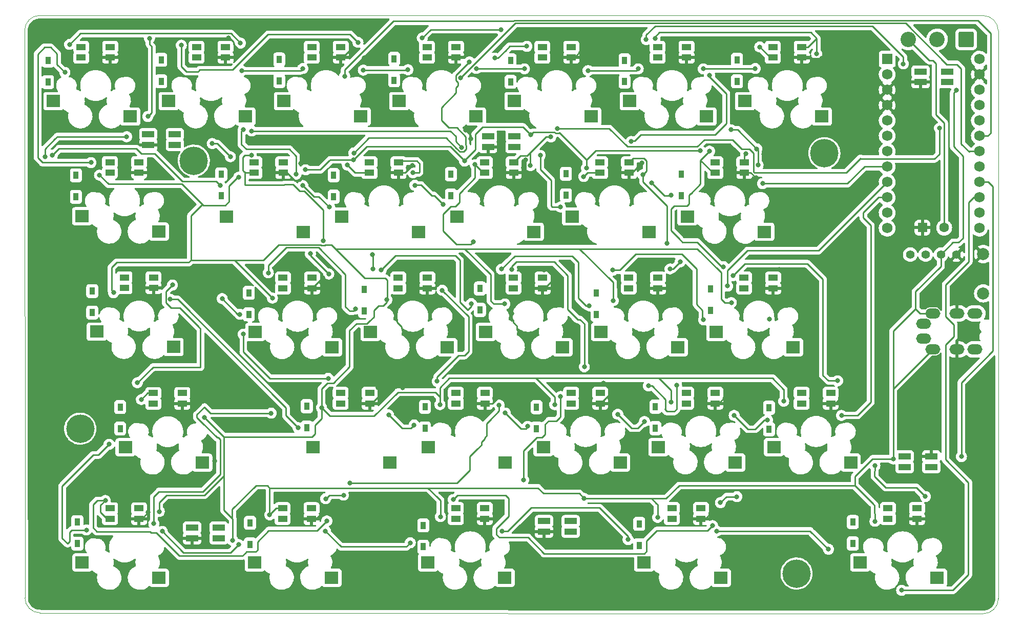
<source format=gtl>
G04 #@! TF.GenerationSoftware,KiCad,Pcbnew,(6.0.7)*
G04 #@! TF.CreationDate,2022-08-06T08:23:07+00:00*
G04 #@! TF.ProjectId,zzsplit,7a7a7370-6c69-4742-9e6b-696361645f70,rev?*
G04 #@! TF.SameCoordinates,Original*
G04 #@! TF.FileFunction,Copper,L1,Top*
G04 #@! TF.FilePolarity,Positive*
%FSLAX46Y46*%
G04 Gerber Fmt 4.6, Leading zero omitted, Abs format (unit mm)*
G04 Created by KiCad (PCBNEW (6.0.7)) date 2022-08-06 08:23:07*
%MOMM*%
%LPD*%
G01*
G04 APERTURE LIST*
G04 Aperture macros list*
%AMRoundRect*
0 Rectangle with rounded corners*
0 $1 Rounding radius*
0 $2 $3 $4 $5 $6 $7 $8 $9 X,Y pos of 4 corners*
0 Add a 4 corners polygon primitive as box body*
4,1,4,$2,$3,$4,$5,$6,$7,$8,$9,$2,$3,0*
0 Add four circle primitives for the rounded corners*
1,1,$1+$1,$2,$3*
1,1,$1+$1,$4,$5*
1,1,$1+$1,$6,$7*
1,1,$1+$1,$8,$9*
0 Add four rect primitives between the rounded corners*
20,1,$1+$1,$2,$3,$4,$5,0*
20,1,$1+$1,$4,$5,$6,$7,0*
20,1,$1+$1,$6,$7,$8,$9,0*
20,1,$1+$1,$8,$9,$2,$3,0*%
G04 Aperture macros list end*
G04 #@! TA.AperFunction,Profile*
%ADD10C,0.100000*%
G04 #@! TD*
G04 #@! TA.AperFunction,SMDPad,CuDef*
%ADD11R,0.950000X1.300000*%
G04 #@! TD*
G04 #@! TA.AperFunction,SMDPad,CuDef*
%ADD12R,2.000000X1.000000*%
G04 #@! TD*
G04 #@! TA.AperFunction,SMDPad,CuDef*
%ADD13R,1.600000X1.000000*%
G04 #@! TD*
G04 #@! TA.AperFunction,SMDPad,CuDef*
%ADD14R,2.300000X2.000000*%
G04 #@! TD*
G04 #@! TA.AperFunction,ComponentPad*
%ADD15C,4.700000*%
G04 #@! TD*
G04 #@! TA.AperFunction,ComponentPad*
%ADD16O,2.500000X1.700000*%
G04 #@! TD*
G04 #@! TA.AperFunction,ComponentPad*
%ADD17RoundRect,0.250000X-0.550000X-0.550000X0.550000X-0.550000X0.550000X0.550000X-0.550000X0.550000X0*%
G04 #@! TD*
G04 #@! TA.AperFunction,ComponentPad*
%ADD18C,1.600000*%
G04 #@! TD*
G04 #@! TA.AperFunction,ComponentPad*
%ADD19R,1.752600X1.752600*%
G04 #@! TD*
G04 #@! TA.AperFunction,ComponentPad*
%ADD20C,1.752600*%
G04 #@! TD*
G04 #@! TA.AperFunction,ComponentPad*
%ADD21RoundRect,0.249999X1.025001X1.025001X-1.025001X1.025001X-1.025001X-1.025001X1.025001X-1.025001X0*%
G04 #@! TD*
G04 #@! TA.AperFunction,ComponentPad*
%ADD22C,2.550000*%
G04 #@! TD*
G04 #@! TA.AperFunction,ComponentPad*
%ADD23C,1.397000*%
G04 #@! TD*
G04 #@! TA.AperFunction,ComponentPad*
%ADD24C,2.000000*%
G04 #@! TD*
G04 #@! TA.AperFunction,ViaPad*
%ADD25C,0.800000*%
G04 #@! TD*
G04 #@! TA.AperFunction,Conductor*
%ADD26C,0.250000*%
G04 #@! TD*
G04 APERTURE END LIST*
D10*
X58200000Y-43460000D02*
X214110000Y-43490001D01*
X55740000Y-139720000D02*
G75*
G03*
X58240000Y-142220000I2500000J0D01*
G01*
X216600019Y-45990000D02*
X216630000Y-139850000D01*
X214109920Y-142359980D02*
X58240000Y-142220000D01*
X55700000Y-45960000D02*
X55740000Y-139720000D01*
X214109920Y-142359980D02*
G75*
G03*
X216630000Y-139850000I10080J2509980D01*
G01*
X216600019Y-45990000D02*
G75*
G03*
X214110000Y-43490001I-2500019J0D01*
G01*
X58200000Y-43460000D02*
G75*
G03*
X55700000Y-45960000I0J-2500000D01*
G01*
D11*
X157270000Y-131055000D03*
X157270000Y-127505000D03*
D12*
X132270000Y-63465000D03*
X132270000Y-65215000D03*
X136670000Y-65215000D03*
X136670000Y-63465000D03*
D13*
X77000000Y-86775001D03*
X77000000Y-88525001D03*
X72200000Y-88525001D03*
X72200000Y-86775001D03*
D14*
X67600000Y-95730001D03*
X80300000Y-98270001D03*
D13*
X188920000Y-105865000D03*
X188920000Y-107615000D03*
X184120000Y-107615000D03*
X184120000Y-105865000D03*
D14*
X179520000Y-114820000D03*
X192220000Y-117360000D03*
D13*
X136540000Y-67735000D03*
X136540000Y-69485000D03*
X131740000Y-69485000D03*
X131740000Y-67735000D03*
D14*
X127140000Y-76690000D03*
X139840000Y-79230000D03*
D11*
X121860000Y-111725000D03*
X121860000Y-108175000D03*
D15*
X187880000Y-66240000D03*
D13*
X160350000Y-86805000D03*
X160350000Y-88555000D03*
X155550000Y-88555000D03*
X155550000Y-86805000D03*
D14*
X150950000Y-95760000D03*
X163650000Y-98300000D03*
D12*
X141532100Y-127055000D03*
X141532100Y-128805000D03*
X145932100Y-128805000D03*
X145932100Y-127055000D03*
D11*
X97780000Y-54300000D03*
X97780000Y-50750000D03*
X92760000Y-92870000D03*
X92760000Y-89320000D03*
X126150000Y-73250000D03*
X126150000Y-69700000D03*
X136000000Y-54435000D03*
X136000000Y-50885000D03*
X92950000Y-130885000D03*
X92950000Y-127335000D03*
D13*
X203190000Y-124925000D03*
X203190000Y-126675000D03*
X198390000Y-126675000D03*
X198390000Y-124925000D03*
D14*
X193790000Y-133880000D03*
X206490000Y-136420000D03*
D11*
X88200000Y-73290000D03*
X88200000Y-69740000D03*
D13*
X169850000Y-105855000D03*
X169850000Y-107605000D03*
X165050000Y-107605000D03*
X165050000Y-105855000D03*
D14*
X160450000Y-114810000D03*
X173150000Y-117350000D03*
D13*
X69840000Y-48675000D03*
X69840000Y-50425000D03*
X65040000Y-50425000D03*
X65040000Y-48675000D03*
D14*
X60440000Y-57630000D03*
X73140000Y-60170000D03*
D11*
X140310000Y-111765000D03*
X140310000Y-108215000D03*
X169070000Y-92185000D03*
X169070000Y-88635000D03*
X130950000Y-92145000D03*
X130950000Y-88595000D03*
D12*
X203780000Y-52745000D03*
X203780000Y-54495000D03*
X208180000Y-54495000D03*
X208180000Y-52745000D03*
D11*
X173440000Y-54360000D03*
X173440000Y-50810000D03*
X102330000Y-111600000D03*
X102330000Y-108050000D03*
X192570000Y-130755000D03*
X192570000Y-127205000D03*
X164200000Y-73220000D03*
X164200000Y-69670000D03*
D15*
X83660000Y-67470000D03*
D13*
X184145000Y-48675000D03*
X184145000Y-50425000D03*
X179345000Y-50425000D03*
X179345000Y-48675000D03*
D14*
X174745000Y-57630000D03*
X187445000Y-60170000D03*
D11*
X159950000Y-111695000D03*
X159950000Y-108145000D03*
D15*
X183270000Y-135710000D03*
D11*
X106780000Y-73420000D03*
X106780000Y-69870000D03*
D13*
X179400000Y-86805000D03*
X179400000Y-88555000D03*
X174600000Y-88555000D03*
X174600000Y-86805000D03*
D14*
X170000000Y-95760000D03*
X182700000Y-98300000D03*
D15*
X64880000Y-111770000D03*
D13*
X167480000Y-124915000D03*
X167480000Y-126665000D03*
X162680000Y-126665000D03*
X162680000Y-124915000D03*
D14*
X158080000Y-133870000D03*
X170780000Y-136410000D03*
D11*
X66870000Y-92595000D03*
X66870000Y-89045000D03*
D13*
X155590000Y-67735000D03*
X155590000Y-69485000D03*
X150790000Y-69485000D03*
X150790000Y-67735000D03*
D14*
X146190000Y-76690000D03*
X158890000Y-79230000D03*
D13*
X174640000Y-67735000D03*
X174640000Y-69485000D03*
X169840000Y-69485000D03*
X169840000Y-67735000D03*
D14*
X165240000Y-76690000D03*
X177940000Y-79230000D03*
D12*
X205540000Y-118125000D03*
X205540000Y-116375000D03*
X201140000Y-116375000D03*
X201140000Y-118125000D03*
D16*
X205785000Y-98665000D03*
X205785000Y-92715000D03*
X209785000Y-92715000D03*
X209785000Y-98665000D03*
X212785000Y-98665000D03*
X212785000Y-92715000D03*
X204285000Y-96915000D03*
X204285000Y-94465000D03*
D13*
X141300000Y-86805000D03*
X141300000Y-88555000D03*
X136500000Y-88555000D03*
X136500000Y-86805000D03*
D14*
X131900000Y-95760000D03*
X144600000Y-98300000D03*
D13*
X126995000Y-48675000D03*
X126995000Y-50425000D03*
X122195000Y-50425000D03*
X122195000Y-48675000D03*
D14*
X117595000Y-57630000D03*
X130295000Y-60170000D03*
D13*
X74600000Y-67715000D03*
X74600000Y-69465000D03*
X69800000Y-69465000D03*
X69800000Y-67715000D03*
D14*
X65200000Y-76670000D03*
X77900000Y-79210000D03*
D17*
X204075000Y-78545000D03*
D18*
X207675000Y-78545000D03*
D19*
X198255000Y-50686750D03*
D20*
X198255000Y-53226750D03*
X198255000Y-55766750D03*
X198255000Y-58306750D03*
X198255000Y-60846750D03*
X198255000Y-63386750D03*
X198255000Y-65926750D03*
X198255000Y-68466750D03*
X198255000Y-71006750D03*
X198255000Y-73546750D03*
X198255000Y-76086750D03*
X198255000Y-78626750D03*
X213495000Y-78626750D03*
X213495000Y-76086750D03*
X213495000Y-73546750D03*
X213495000Y-71006750D03*
X213495000Y-68466750D03*
X213495000Y-65926750D03*
X213495000Y-63386750D03*
X213495000Y-60846750D03*
X213495000Y-58306750D03*
X213495000Y-55766750D03*
X213495000Y-53226750D03*
X213495000Y-50686750D03*
D11*
X64180000Y-73445000D03*
X64180000Y-69895000D03*
D21*
X211310000Y-47430000D03*
D22*
X206510000Y-47430000D03*
X201710000Y-47430000D03*
D12*
X76122100Y-63095000D03*
X76122100Y-64845000D03*
X80522100Y-64845000D03*
X80522100Y-63095000D03*
D11*
X111820000Y-92315000D03*
X111820000Y-88765000D03*
X121590000Y-131295000D03*
X121590000Y-127745000D03*
D23*
X202065000Y-82990000D03*
X204605000Y-82990000D03*
X207145000Y-82990000D03*
X209685000Y-82990000D03*
D13*
X150820000Y-105865000D03*
X150820000Y-107615000D03*
X146020000Y-107615000D03*
X146020000Y-105865000D03*
D14*
X141420000Y-114820000D03*
X154120000Y-117360000D03*
D13*
X81760000Y-105895000D03*
X81760000Y-107645000D03*
X76960000Y-107645000D03*
X76960000Y-105895000D03*
D14*
X72360000Y-114850000D03*
X85060000Y-117390000D03*
D13*
X131770000Y-105865000D03*
X131770000Y-107615000D03*
X126970000Y-107615000D03*
X126970000Y-105865000D03*
D14*
X122370000Y-114820000D03*
X135070000Y-117360000D03*
D13*
X74610000Y-124945001D03*
X74610000Y-126695001D03*
X69810000Y-126695001D03*
X69810000Y-124945001D03*
D14*
X65210000Y-133900001D03*
X77910000Y-136440001D03*
D11*
X64410000Y-130765000D03*
X64410000Y-127215000D03*
D12*
X83362100Y-128125000D03*
X83362100Y-129875000D03*
X87762100Y-129875000D03*
X87762100Y-128125000D03*
D11*
X178740000Y-111865000D03*
X178740000Y-108315000D03*
X154850000Y-54415000D03*
X154850000Y-50865000D03*
X145170000Y-73190000D03*
X145170000Y-69640000D03*
D13*
X122250000Y-86805000D03*
X122250000Y-88555000D03*
X117450000Y-88555000D03*
X117450000Y-86805000D03*
D14*
X112850000Y-95760000D03*
X125550000Y-98300000D03*
D13*
X165095000Y-48675000D03*
X165095000Y-50425000D03*
X160295000Y-50425000D03*
X160295000Y-48675000D03*
D14*
X155695000Y-57630000D03*
X168395000Y-60170000D03*
D13*
X107945000Y-48675000D03*
X107945000Y-50425000D03*
X103145000Y-50425000D03*
X103145000Y-48675000D03*
D14*
X98545000Y-57630000D03*
X111245000Y-60170000D03*
D13*
X131760000Y-124925000D03*
X131760000Y-126675000D03*
X126960000Y-126675000D03*
X126960000Y-124925000D03*
D14*
X122360000Y-133880000D03*
X135060000Y-136420000D03*
D13*
X98440000Y-67735000D03*
X98440000Y-69485000D03*
X93640000Y-69485000D03*
X93640000Y-67735000D03*
D14*
X89040000Y-76690000D03*
X101740000Y-79230000D03*
D13*
X88895000Y-48675000D03*
X88895000Y-50425000D03*
X84095000Y-50425000D03*
X84095000Y-48675000D03*
D14*
X79495000Y-57630000D03*
X92195000Y-60170000D03*
D13*
X103120000Y-124935000D03*
X103120000Y-126685000D03*
X98320000Y-126685000D03*
X98320000Y-124935000D03*
D14*
X93720000Y-133890000D03*
X106420000Y-136430000D03*
D11*
X116770000Y-54180000D03*
X116770000Y-50630000D03*
X78280000Y-54350000D03*
X78280000Y-50800000D03*
X150210000Y-92895000D03*
X150210000Y-89345000D03*
D13*
X112720000Y-105865000D03*
X112720000Y-107615000D03*
X107920000Y-107615000D03*
X107920000Y-105865000D03*
D14*
X103320000Y-114820000D03*
X116020000Y-117360000D03*
D24*
X214130000Y-89415000D03*
X214130000Y-82915000D03*
D13*
X146045000Y-48675000D03*
X146045000Y-50425000D03*
X141245000Y-50425000D03*
X141245000Y-48675000D03*
D14*
X136645000Y-57630000D03*
X149345000Y-60170000D03*
D13*
X103200000Y-86805000D03*
X103200000Y-88555000D03*
X98400000Y-88555000D03*
X98400000Y-86805000D03*
D14*
X93800000Y-95760000D03*
X106500000Y-98300000D03*
D11*
X71480000Y-111740000D03*
X71480000Y-108190000D03*
X59570000Y-54490000D03*
X59570000Y-50940000D03*
D13*
X117490000Y-67735000D03*
X117490000Y-69485000D03*
X112690000Y-69485000D03*
X112690000Y-67735000D03*
D14*
X108090000Y-76690000D03*
X120790000Y-79230000D03*
D25*
X178760000Y-93620000D03*
X162520000Y-73160000D03*
X101670000Y-71580000D03*
X120190000Y-71540000D03*
X140910000Y-66590000D03*
X60300000Y-66550000D03*
X124820000Y-74690000D03*
X106080000Y-75160000D03*
X88010000Y-71580000D03*
X177660000Y-71260000D03*
X144240000Y-75120000D03*
X159320000Y-71120000D03*
X91270000Y-92870000D03*
X152900000Y-85570000D03*
X167910000Y-93770000D03*
X171860000Y-88200000D03*
X134500000Y-85400000D03*
X149020000Y-91460000D03*
X88350000Y-90270000D03*
X95970000Y-86000000D03*
X114650000Y-85540000D03*
X110341785Y-91992669D03*
X129520000Y-91090000D03*
X158140000Y-110580000D03*
X120070000Y-111160000D03*
X120070000Y-111160000D03*
X79750000Y-90390000D03*
X178470000Y-110330000D03*
X100870000Y-111600000D03*
X172960000Y-109570000D03*
X153730000Y-109390000D03*
X135130000Y-109180000D03*
X138820000Y-111380000D03*
X115860000Y-109490000D03*
X190700000Y-109580000D03*
X65910000Y-128520000D03*
X91080000Y-130930000D03*
X155430000Y-130100000D03*
X105400000Y-128680000D03*
X134580000Y-128730000D03*
X69650000Y-114350000D03*
X188549265Y-131696142D03*
X170050000Y-128690000D03*
X119430000Y-130630000D03*
X78440000Y-128750000D03*
X138300000Y-52290000D03*
X139340000Y-63200000D03*
X96660000Y-90190000D03*
X68070000Y-69860000D03*
X128410000Y-67530000D03*
X124330000Y-107790000D03*
X167360000Y-65840000D03*
X91560000Y-52610000D03*
X102120000Y-68980000D03*
X96200000Y-126010000D03*
X157100000Y-52290000D03*
X199260000Y-116760000D03*
X167860000Y-52300000D03*
X148810000Y-52580000D03*
X115570000Y-90460000D03*
X74990000Y-106950000D03*
X130350000Y-52240000D03*
X209720000Y-55780000D03*
X176440000Y-52240000D03*
X124430000Y-126320000D03*
X104770000Y-108290000D03*
X143300000Y-107790000D03*
X101680000Y-52240000D03*
X196240000Y-127070000D03*
X135060000Y-91160000D03*
X91080000Y-70190000D03*
X160320000Y-126430000D03*
X77940000Y-125460000D03*
X148563087Y-68687170D03*
X162530000Y-107350000D03*
X70380000Y-89290000D03*
X148180000Y-123310000D03*
X89700000Y-66820000D03*
X86700000Y-64640000D03*
X85400000Y-109890000D03*
X110010000Y-67330000D03*
X119060000Y-52440000D03*
X172500000Y-90940000D03*
X111670000Y-52500000D03*
X152990000Y-90610000D03*
X181150000Y-107230000D03*
X90060000Y-130220000D03*
X200930000Y-51460000D03*
X158430000Y-47450000D03*
X171960000Y-106060000D03*
X95000000Y-45940000D03*
X129080000Y-49390000D03*
X101610000Y-63860000D03*
X147250000Y-102380000D03*
X111820000Y-50510000D03*
X123420000Y-66580000D03*
X139800000Y-104670000D03*
X119820000Y-68280000D03*
X109800000Y-48850000D03*
X205470000Y-125290000D03*
X141533494Y-85541326D03*
X176550000Y-70290000D03*
X104950000Y-86820000D03*
X151370000Y-104280000D03*
X134400470Y-125583535D03*
X101740000Y-70250000D03*
X124420000Y-87230000D03*
X128590000Y-62410000D03*
X77030000Y-68260000D03*
X138460000Y-67340000D03*
X137900000Y-96130000D03*
X79450000Y-86870000D03*
X140020000Y-101950000D03*
X101310000Y-67930000D03*
X87060000Y-117120000D03*
X180390000Y-85460000D03*
X191720000Y-46590000D03*
X167350000Y-49500000D03*
X118140000Y-104980000D03*
X114100000Y-105000000D03*
X89380000Y-47190000D03*
X95700000Y-54840000D03*
X177870000Y-66410000D03*
X119640000Y-96530000D03*
X162480000Y-88270000D03*
X116940000Y-91720000D03*
X71710000Y-49510000D03*
X105500000Y-125060000D03*
X190520000Y-106700000D03*
X84070000Y-107220000D03*
X169520000Y-125340000D03*
X134250000Y-105990000D03*
X76122654Y-125621818D03*
X157750000Y-67810000D03*
X142150000Y-65500000D03*
X187390000Y-50580000D03*
X129430000Y-63830000D03*
X147850000Y-49090000D03*
X136180000Y-92700000D03*
X97690000Y-61410000D03*
X93230000Y-62550000D03*
X127930000Y-65260000D03*
X59040000Y-66810000D03*
X72560000Y-63510000D03*
X63140000Y-48250000D03*
X91360000Y-48040000D03*
X81590000Y-48370000D03*
X110800000Y-47920000D03*
X76050000Y-60160000D03*
X76330000Y-47230000D03*
X91850000Y-62300000D03*
X100540000Y-69720000D03*
X108590000Y-53500000D03*
X129220000Y-51140000D03*
X110110000Y-66190000D03*
X109040000Y-68200000D03*
X134400000Y-45790000D03*
X121410000Y-47180000D03*
X138690000Y-48570000D03*
X133400000Y-50520000D03*
X127730000Y-53800000D03*
X139280000Y-68280000D03*
X142680000Y-63540000D03*
X143710000Y-62180000D03*
X206900000Y-62080000D03*
X155950000Y-64290000D03*
X148100000Y-70090000D03*
X168890000Y-53330000D03*
X186600000Y-49830000D03*
X159880000Y-47240000D03*
X210530000Y-116380000D03*
X177195000Y-48675000D03*
X176705000Y-65515000D03*
X176920000Y-68190000D03*
X174900000Y-66330000D03*
X172420000Y-62370000D03*
X200650000Y-138490000D03*
X62350000Y-52880000D03*
X66660000Y-67790000D03*
X105020000Y-80720000D03*
X102930000Y-82860000D03*
X93160000Y-66610000D03*
X105960000Y-86200000D03*
X113150000Y-82960000D03*
X119890000Y-69470000D03*
X113248801Y-85341010D03*
X130150000Y-68130000D03*
X129850000Y-80910000D03*
X161870000Y-81120000D03*
X164030000Y-84190000D03*
X162360000Y-85370000D03*
X157890000Y-69790000D03*
X171190000Y-84990000D03*
X168900000Y-65890000D03*
X91840000Y-96150000D03*
X105870000Y-103450000D03*
X123875367Y-103931622D03*
X124700000Y-88890000D03*
X148200000Y-101540000D03*
X136200000Y-85420000D03*
X163450000Y-104590000D03*
X158790000Y-104700000D03*
X190050000Y-103860000D03*
X172770000Y-86470000D03*
X74320000Y-104170000D03*
X80120000Y-88020000D03*
X96440000Y-109210000D03*
X77050000Y-127450000D03*
X105440000Y-123350000D03*
X109470000Y-120790000D03*
X134120000Y-107880000D03*
X108396202Y-122767095D03*
X138170000Y-120250000D03*
X144260000Y-106460000D03*
X170690000Y-123990000D03*
X173410000Y-123010000D03*
X196220000Y-117900000D03*
X204570000Y-122990000D03*
X105640000Y-127020000D03*
X69030000Y-123650000D03*
X169390000Y-127800000D03*
X126530000Y-123490000D03*
D26*
X81780000Y-70890000D02*
X87320000Y-70890000D01*
X159320000Y-71120000D02*
X161420000Y-73220000D01*
X191670000Y-71260000D02*
X194510000Y-68420000D01*
X106080000Y-75160000D02*
X105950000Y-75110000D01*
X194510000Y-68420000D02*
X194556750Y-68466750D01*
X140910000Y-66590000D02*
X140910000Y-68930000D01*
X194556750Y-68466750D02*
X198255000Y-68466750D01*
X101670000Y-71580000D02*
X103510000Y-73420000D01*
X121240000Y-71520000D02*
X122970000Y-73250000D01*
X104260000Y-73420000D02*
X106080000Y-75160000D01*
X87320000Y-70890000D02*
X88010000Y-71580000D01*
X142700000Y-74950000D02*
X142870000Y-75120000D01*
X60300000Y-66550000D02*
X61370000Y-65480000D01*
X142870000Y-75120000D02*
X144240000Y-75120000D01*
X122970000Y-73250000D02*
X123380000Y-73250000D01*
X77200000Y-66310000D02*
X81780000Y-70890000D01*
X142700000Y-70720000D02*
X142700000Y-74950000D01*
X177660000Y-71260000D02*
X191670000Y-71260000D01*
X140910000Y-68930000D02*
X142700000Y-70720000D01*
X121240000Y-71520000D02*
X120210000Y-71520000D01*
X162460000Y-73220000D02*
X162520000Y-73160000D01*
X123380000Y-73250000D02*
X124820000Y-74690000D01*
X120210000Y-71520000D02*
X120190000Y-71540000D01*
X74980000Y-66310000D02*
X77200000Y-66310000D01*
X74150000Y-65480000D02*
X74980000Y-66310000D01*
X61370000Y-65480000D02*
X74150000Y-65480000D01*
X161420000Y-73220000D02*
X162460000Y-73220000D01*
X103510000Y-73420000D02*
X104260000Y-73420000D01*
X114650000Y-85540000D02*
X117020000Y-83170000D01*
X171860000Y-85650000D02*
X175160000Y-82350000D01*
X128955000Y-92145000D02*
X129520000Y-91580000D01*
X95970000Y-86000000D02*
X95970000Y-84800000D01*
X164280000Y-82910000D02*
X166750000Y-85380000D01*
X147240000Y-90220000D02*
X148490000Y-91470000D01*
X90950000Y-92870000D02*
X91270000Y-92870000D01*
X186911750Y-82350000D02*
X198255000Y-71006750D01*
X110015000Y-92315000D02*
X110341785Y-91992669D01*
X95970000Y-84800000D02*
X98940000Y-81830000D01*
X148490000Y-91470000D02*
X148840000Y-91470000D01*
X129520000Y-91580000D02*
X129520000Y-91090000D01*
X98940000Y-81830000D02*
X104290000Y-81830000D01*
X108730000Y-86270000D02*
X108730000Y-91600000D01*
X149915000Y-92895000D02*
X150210000Y-92895000D01*
X136680000Y-83220000D02*
X146220000Y-83220000D01*
X110341785Y-91992669D02*
X110330000Y-92000000D01*
X126860000Y-83170000D02*
X127650000Y-83960000D01*
X152900000Y-85570000D02*
X154040000Y-85570000D01*
X166750000Y-91210000D02*
X167725000Y-92185000D01*
X104290000Y-81830000D02*
X108730000Y-86270000D01*
X134500000Y-85400000D02*
X136680000Y-83220000D01*
X154040000Y-85570000D02*
X156700000Y-82910000D01*
X127650000Y-90840000D02*
X128955000Y-92145000D01*
X156700000Y-82910000D02*
X164280000Y-82910000D01*
X117020000Y-83170000D02*
X126860000Y-83170000D01*
X127650000Y-83960000D02*
X127650000Y-90840000D01*
X148840000Y-91470000D02*
X149010000Y-91470000D01*
X166750000Y-85380000D02*
X166750000Y-91210000D01*
X167725000Y-93585000D02*
X167910000Y-93770000D01*
X146220000Y-83220000D02*
X147240000Y-84240000D01*
X108730000Y-91600000D02*
X109445000Y-92315000D01*
X175160000Y-82350000D02*
X186911750Y-82350000D01*
X109445000Y-92315000D02*
X110015000Y-92315000D01*
X147240000Y-84240000D02*
X147240000Y-90220000D01*
X171860000Y-88200000D02*
X171860000Y-85650000D01*
X88350000Y-90270000D02*
X90950000Y-92870000D01*
X167725000Y-92185000D02*
X167725000Y-93585000D01*
X149010000Y-91470000D02*
X149020000Y-91460000D01*
X157025000Y-111695000D02*
X158140000Y-110580000D01*
X172960000Y-109570000D02*
X175255000Y-111865000D01*
X115860000Y-109490000D02*
X118095000Y-111725000D01*
X194310000Y-76090000D02*
X196853250Y-73546750D01*
X193320000Y-109580000D02*
X195550000Y-107350000D01*
X98870000Y-108290000D02*
X98870000Y-109600000D01*
X119505000Y-111725000D02*
X120070000Y-111160000D01*
X175255000Y-111865000D02*
X176435000Y-111865000D01*
X80970000Y-90390000D02*
X98870000Y-108290000D01*
X196853250Y-73546750D02*
X198255000Y-73546750D01*
X195550000Y-107350000D02*
X195550000Y-78180000D01*
X118095000Y-111725000D02*
X119505000Y-111725000D01*
X190700000Y-109580000D02*
X193320000Y-109580000D01*
X98870000Y-109600000D02*
X100870000Y-111600000D01*
X138605000Y-111765000D02*
X138820000Y-111380000D01*
X153730000Y-109390000D02*
X156035000Y-111695000D01*
X176435000Y-111865000D02*
X177780000Y-110520000D01*
X79750000Y-90390000D02*
X80970000Y-90390000D01*
X156035000Y-111695000D02*
X157025000Y-111695000D01*
X138820000Y-111380000D02*
X138800000Y-111570000D01*
X177970000Y-110330000D02*
X178470000Y-110330000D01*
X195550000Y-78180000D02*
X194310000Y-76940000D01*
X194310000Y-76940000D02*
X194310000Y-76090000D01*
X177780000Y-110520000D02*
X177970000Y-110330000D01*
X135130000Y-109180000D02*
X137715000Y-111765000D01*
X137715000Y-111765000D02*
X138605000Y-111765000D01*
X158140000Y-110580000D02*
X158150000Y-110570000D01*
X63490000Y-128520000D02*
X65910000Y-128520000D01*
X155430000Y-129560000D02*
X155430000Y-130100000D01*
X118765000Y-131295000D02*
X119430000Y-130630000D01*
X170050000Y-128690000D02*
X185520000Y-128690000D01*
X134580000Y-128730000D02*
X135540000Y-128730000D01*
X61900000Y-121270000D02*
X61900000Y-129880000D01*
X89690000Y-132270000D02*
X91080000Y-130930000D01*
X135540000Y-128730000D02*
X139420000Y-124850000D01*
X78440000Y-128750000D02*
X81960000Y-132270000D01*
X150720000Y-124850000D02*
X155430000Y-129560000D01*
X67090000Y-116130000D02*
X67040000Y-116130000D01*
X188549265Y-131696142D02*
X188540000Y-131710000D01*
X63110000Y-130440000D02*
X63110000Y-128900000D01*
X67090000Y-116130000D02*
X67880000Y-116130000D01*
X108015000Y-131295000D02*
X118765000Y-131295000D01*
X63110000Y-128900000D02*
X63490000Y-128520000D01*
X185520000Y-128690000D02*
X188549265Y-131696142D01*
X67040000Y-116130000D02*
X61900000Y-121270000D01*
X81960000Y-132270000D02*
X89690000Y-132270000D01*
X67880000Y-116130000D02*
X69650000Y-114350000D01*
X62785000Y-130765000D02*
X63110000Y-130440000D01*
X105400000Y-128680000D02*
X108015000Y-131295000D01*
X61900000Y-129880000D02*
X62785000Y-130765000D01*
X91080000Y-130930000D02*
X91075000Y-130885000D01*
X156925000Y-131055000D02*
X157270000Y-131055000D01*
X139420000Y-124850000D02*
X150720000Y-124850000D01*
X69650000Y-114350000D02*
X69660000Y-114350000D01*
X82820000Y-84300000D02*
X70890000Y-84300000D01*
X83200000Y-76550000D02*
X83200000Y-83920000D01*
X87520000Y-64640000D02*
X89700000Y-66820000D01*
X130160000Y-65660000D02*
X130160000Y-63130000D01*
X104770000Y-105200000D02*
X104770000Y-108290000D01*
X115570000Y-90840000D02*
X114990000Y-91420000D01*
X114990000Y-91420000D02*
X114190000Y-91420000D01*
X192930000Y-121180000D02*
X195820000Y-124070000D01*
X90005000Y-126595000D02*
X90005000Y-125105000D01*
X97670000Y-81360000D02*
X104634695Y-81360000D01*
X192930000Y-121180000D02*
X192930000Y-119680000D01*
X150090000Y-65780000D02*
X167300000Y-65780000D01*
X115630000Y-87240000D02*
X115630000Y-90420000D01*
X106140000Y-109660000D02*
X113460000Y-109660000D01*
X171390000Y-90940000D02*
X172500000Y-90940000D01*
X85060000Y-74690000D02*
X83200000Y-76550000D01*
X139340000Y-63200000D02*
X139740000Y-62800000D01*
X156810000Y-52580000D02*
X157100000Y-52290000D01*
X122360000Y-121560000D02*
X140530000Y-121560000D01*
X140530000Y-121560000D02*
X141460000Y-122490000D01*
X148563087Y-68687170D02*
X148520000Y-68630000D01*
X106020000Y-67530000D02*
X106220000Y-67330000D01*
X148563087Y-67303087D02*
X148563087Y-68687170D01*
X104090000Y-110770000D02*
X103660000Y-111200000D01*
X90005000Y-125105000D02*
X93960000Y-121150000D01*
X106410000Y-81360000D02*
X107080000Y-82030000D01*
X85020000Y-74650000D02*
X85060000Y-74690000D01*
X103660000Y-112110000D02*
X103660000Y-112660000D01*
X115570000Y-90460000D02*
X115570000Y-90480000D01*
X140210000Y-103410000D02*
X143300000Y-106500000D01*
X110010000Y-67330000D02*
X112210000Y-65130000D01*
X152950000Y-87580000D02*
X152990000Y-90610000D01*
X77940000Y-123940000D02*
X77940000Y-125460000D01*
X195820000Y-124070000D02*
X195910000Y-124160000D01*
X152780000Y-87410000D02*
X152950000Y-87580000D01*
X202930000Y-89130000D02*
X207145000Y-84915000D01*
X111930000Y-86880000D02*
X115210000Y-86880000D01*
X106220000Y-67330000D02*
X110010000Y-67330000D01*
X170830000Y-90380000D02*
X171390000Y-90940000D01*
X83200000Y-83920000D02*
X90390000Y-83920000D01*
X81710000Y-71340000D02*
X85020000Y-74650000D01*
X95110000Y-83920000D02*
X97670000Y-81360000D01*
X88850000Y-74840000D02*
X89460000Y-74230000D01*
X86700000Y-64640000D02*
X87520000Y-64640000D01*
X115270000Y-86880000D02*
X115630000Y-87240000D01*
X113460000Y-109660000D02*
X117380000Y-105740000D01*
X106730000Y-104210000D02*
X105760000Y-104210000D01*
X161730000Y-123310000D02*
X163860000Y-121180000D01*
X192930000Y-119680000D02*
X195850000Y-116760000D01*
X89460000Y-71680000D02*
X90950000Y-70190000D01*
X88630000Y-119530000D02*
X88630000Y-125220000D01*
X95790000Y-121150000D02*
X95890000Y-121250000D01*
X128410000Y-67410000D02*
X130160000Y-65660000D01*
X112700000Y-93990000D02*
X112270000Y-94420000D01*
X181080000Y-105220000D02*
X181150000Y-105290000D01*
X90005000Y-126595000D02*
X90090000Y-126680000D01*
X124430000Y-123630000D02*
X124430000Y-126320000D01*
X69550000Y-71340000D02*
X79260000Y-71340000D01*
X85210000Y-74840000D02*
X88850000Y-74840000D01*
X117380000Y-105740000D02*
X123550000Y-105740000D01*
X160530000Y-103410000D02*
X179270000Y-103410000D01*
X103190000Y-113130000D02*
X88630000Y-113130000D01*
X147400000Y-82030000D02*
X166890000Y-82030000D01*
X101310000Y-52610000D02*
X101680000Y-52240000D01*
X70050000Y-86240000D02*
X70050000Y-88960000D01*
X181150000Y-105290000D02*
X181150000Y-107230000D01*
X96200000Y-121560000D02*
X96200000Y-126010000D01*
X115570000Y-90460000D02*
X115570000Y-90840000D01*
X90090000Y-130190000D02*
X90060000Y-130220000D01*
X95890000Y-121250000D02*
X96200000Y-121560000D01*
X113390000Y-93300000D02*
X112700000Y-93990000D01*
X162530000Y-105410000D02*
X162530000Y-107350000D01*
X111670000Y-52500000D02*
X119000000Y-52500000D01*
X123550000Y-105740000D02*
X124330000Y-106520000D01*
X90090000Y-126680000D02*
X90090000Y-130190000D01*
X143409695Y-62905000D02*
X144010305Y-62905000D01*
X159280000Y-123310000D02*
X160120000Y-124150000D01*
X113390000Y-92220000D02*
X113390000Y-92410000D01*
X132370000Y-85970000D02*
X132700000Y-86300000D01*
X138250000Y-52240000D02*
X138300000Y-52290000D01*
X209260000Y-65170000D02*
X209260000Y-56240000D01*
X179270000Y-103410000D02*
X181080000Y-105220000D01*
X93960000Y-121150000D02*
X95790000Y-121150000D01*
X160320000Y-124350000D02*
X160320000Y-126430000D01*
X88630000Y-113130000D02*
X88630000Y-119530000D01*
X104770000Y-108290000D02*
X106140000Y-109660000D01*
X103660000Y-112660000D02*
X103190000Y-113130000D01*
X119000000Y-52500000D02*
X119060000Y-52440000D01*
X210060000Y-80990000D02*
X210790000Y-80260000D01*
X90390000Y-83920000D02*
X96660000Y-90190000D01*
X107590000Y-82540000D02*
X111930000Y-86880000D01*
X104634695Y-81360000D02*
X104719695Y-81445000D01*
X109400000Y-101540000D02*
X106730000Y-104210000D01*
X209145000Y-80990000D02*
X210060000Y-80990000D01*
X79260000Y-71340000D02*
X81710000Y-71340000D01*
X90950000Y-70190000D02*
X91080000Y-70190000D01*
X143304695Y-62800000D02*
X143409695Y-62905000D01*
X104570000Y-68980000D02*
X106020000Y-67530000D01*
X130350000Y-52240000D02*
X138250000Y-52240000D01*
X130160000Y-63130000D02*
X131390000Y-61900000D01*
X199260000Y-116760000D02*
X199260000Y-105190000D01*
X85410000Y-122750000D02*
X79130000Y-122750000D01*
X159280000Y-123310000D02*
X161730000Y-123310000D01*
X139740000Y-62800000D02*
X143304695Y-62800000D01*
X170380000Y-85520000D02*
X170830000Y-85970000D01*
X107080000Y-82030000D02*
X128430000Y-82030000D01*
X123890000Y-123090000D02*
X124430000Y-123630000D01*
X140210000Y-103410000D02*
X160530000Y-103410000D01*
X210790000Y-66700000D02*
X209260000Y-65170000D01*
X128430000Y-82030000D02*
X147400000Y-82030000D01*
X167860000Y-52300000D02*
X176380000Y-52300000D01*
X176380000Y-52300000D02*
X176440000Y-52240000D01*
X148563087Y-67306913D02*
X150090000Y-65780000D01*
X76045000Y-105895000D02*
X74990000Y-106950000D01*
X160120000Y-124150000D02*
X160320000Y-124350000D01*
X124330000Y-104970000D02*
X125890000Y-103410000D01*
X207145000Y-84915000D02*
X207145000Y-82990000D01*
X199260000Y-105190000D02*
X205785000Y-98665000D01*
X160530000Y-103410000D02*
X162370000Y-105250000D01*
X132700000Y-90660000D02*
X133200000Y-91160000D01*
X83200000Y-83920000D02*
X82820000Y-84300000D01*
X90390000Y-83920000D02*
X95110000Y-83920000D01*
X147400000Y-82030000D02*
X152780000Y-87410000D01*
X70050000Y-85140000D02*
X70050000Y-86240000D01*
X128430000Y-82030000D02*
X132370000Y-85970000D01*
X152990000Y-90610000D02*
X152950000Y-90590000D01*
X97275000Y-124935000D02*
X98320000Y-124935000D01*
X88630000Y-119530000D02*
X85410000Y-122750000D01*
X104770000Y-108290000D02*
X104770000Y-110090000D01*
X76960000Y-105895000D02*
X76045000Y-105895000D01*
X104719695Y-81445000D02*
X105320305Y-81445000D01*
X167300000Y-65780000D02*
X167360000Y-65840000D01*
X195910000Y-124160000D02*
X196190000Y-124440000D01*
X148810000Y-52580000D02*
X156810000Y-52580000D01*
X122360000Y-121560000D02*
X123890000Y-123090000D01*
X132700000Y-86300000D02*
X132700000Y-90660000D01*
X210790000Y-67400000D02*
X210790000Y-66700000D01*
X209260000Y-56240000D02*
X209720000Y-55780000D01*
X105405305Y-81360000D02*
X106410000Y-81360000D01*
X141460000Y-122490000D02*
X147360000Y-122490000D01*
X196240000Y-127070000D02*
X196190000Y-127090000D01*
X103660000Y-111200000D02*
X103660000Y-112110000D01*
X109400000Y-95550000D02*
X109400000Y-101540000D01*
X128410000Y-67530000D02*
X128410000Y-67410000D01*
X96200000Y-121560000D02*
X122360000Y-121560000D01*
X110530000Y-94420000D02*
X109400000Y-95550000D01*
X125890000Y-103410000D02*
X140210000Y-103410000D01*
X68070000Y-69860000D02*
X69550000Y-71340000D01*
X105760000Y-104210000D02*
X104770000Y-105200000D01*
X148563087Y-68687170D02*
X148563087Y-67306913D01*
X196190000Y-124440000D02*
X196240000Y-127070000D01*
X112210000Y-65130000D02*
X126010000Y-65130000D01*
X143300000Y-106500000D02*
X143300000Y-107790000D01*
X113390000Y-92410000D02*
X113390000Y-93300000D01*
X195850000Y-116760000D02*
X199260000Y-116760000D01*
X203685000Y-92715000D02*
X205785000Y-92715000D01*
X96200000Y-126010000D02*
X97275000Y-124935000D01*
X166890000Y-82030000D02*
X170380000Y-85520000D01*
X85400000Y-109890000D02*
X85540000Y-110040000D01*
X104770000Y-110090000D02*
X104090000Y-110770000D01*
X163860000Y-121180000D02*
X192930000Y-121180000D01*
X172500000Y-90940000D02*
X172480000Y-90940000D01*
X199260000Y-95630000D02*
X202930000Y-91960000D01*
X79130000Y-122750000D02*
X77940000Y-123940000D01*
X114190000Y-91420000D02*
X113390000Y-92220000D01*
X115210000Y-86880000D02*
X115270000Y-86880000D01*
X202930000Y-91960000D02*
X203685000Y-92715000D01*
X133200000Y-91160000D02*
X135060000Y-91160000D01*
X210790000Y-80260000D02*
X210790000Y-67400000D01*
X199260000Y-105190000D02*
X199260000Y-95630000D01*
X112270000Y-94420000D02*
X110530000Y-94420000D01*
X207145000Y-82990000D02*
X209145000Y-80990000D01*
X144087653Y-62827653D02*
X148563087Y-67303087D01*
X88630000Y-125220000D02*
X90005000Y-126595000D01*
X147360000Y-122490000D02*
X148180000Y-123310000D01*
X115630000Y-90420000D02*
X115570000Y-90460000D01*
X138040000Y-61900000D02*
X139340000Y-63200000D01*
X105320305Y-81445000D02*
X105405305Y-81360000D01*
X202930000Y-91960000D02*
X202930000Y-89130000D01*
X88630000Y-113130000D02*
X85400000Y-109890000D01*
X126010000Y-65130000D02*
X128410000Y-67530000D01*
X91560000Y-52610000D02*
X101310000Y-52610000D01*
X102120000Y-68980000D02*
X104570000Y-68980000D01*
X124330000Y-106520000D02*
X124330000Y-107790000D01*
X131390000Y-61900000D02*
X138040000Y-61900000D01*
X70890000Y-84300000D02*
X70050000Y-85140000D01*
X162370000Y-105250000D02*
X162530000Y-105410000D01*
X170830000Y-85970000D02*
X170830000Y-90380000D01*
X85060000Y-74690000D02*
X85210000Y-74840000D01*
X148180000Y-123310000D02*
X159280000Y-123310000D01*
X70050000Y-88960000D02*
X70380000Y-89290000D01*
X144010305Y-62905000D02*
X144087653Y-62827653D01*
X89460000Y-74230000D02*
X89460000Y-71680000D01*
X124330000Y-107790000D02*
X124330000Y-104970000D01*
X107080000Y-82030000D02*
X107590000Y-82540000D01*
X195830000Y-45240000D02*
X198790000Y-48200000D01*
X200930000Y-50340000D02*
X200930000Y-51460000D01*
X158430000Y-47450000D02*
X158430000Y-46700000D01*
X198790000Y-48200000D02*
X200930000Y-50340000D01*
X158430000Y-46700000D02*
X159890000Y-45240000D01*
X159890000Y-45240000D02*
X195830000Y-45240000D01*
X180390000Y-85460000D02*
X181270000Y-86340000D01*
X122250000Y-88555000D02*
X123315000Y-88555000D01*
X188920000Y-107615000D02*
X189615000Y-107615000D01*
X170415000Y-107605000D02*
X169850000Y-107605000D01*
X114100000Y-106535000D02*
X113020000Y-107615000D01*
X101170000Y-70830000D02*
X101740000Y-70250000D01*
X117990000Y-95300000D02*
X119220000Y-96530000D01*
X77000000Y-88525001D02*
X78164999Y-88525001D01*
X134250000Y-105990000D02*
X134240000Y-105980000D01*
X147850000Y-49090000D02*
X146515000Y-50425000D01*
X184145000Y-50425000D02*
X184300000Y-50580000D01*
X79010000Y-87680000D02*
X79450000Y-87240000D01*
X123315000Y-88555000D02*
X124420000Y-87450000D01*
X133305000Y-126675000D02*
X134400470Y-125583535D01*
X114100000Y-105000000D02*
X114100000Y-106535000D01*
X124420000Y-87450000D02*
X124420000Y-87230000D01*
X79450000Y-87240000D02*
X79450000Y-86870000D01*
X133490000Y-107100000D02*
X134240000Y-106350000D01*
X153390000Y-105060000D02*
X150835000Y-107615000D01*
X128045000Y-50425000D02*
X129080000Y-49390000D01*
X205750000Y-125830000D02*
X205750000Y-125570000D01*
X118615000Y-69485000D02*
X119820000Y-68280000D01*
X132975000Y-107615000D02*
X133490000Y-107100000D01*
X138210000Y-69080000D02*
X138460000Y-68830000D01*
X160350000Y-88555000D02*
X162195000Y-88555000D01*
X116940000Y-93400000D02*
X117240000Y-93700000D01*
X203190000Y-126675000D02*
X204905000Y-126675000D01*
X190520000Y-106700000D02*
X190440000Y-106790000D01*
X91000000Y-49790000D02*
X91000000Y-49080000D01*
X108225000Y-50425000D02*
X109800000Y-48850000D01*
X128590000Y-62410000D02*
X129430000Y-63250000D01*
X134400470Y-125583535D02*
X134380000Y-125600000D01*
X88895000Y-50425000D02*
X90365000Y-50425000D01*
X141615000Y-88555000D02*
X141300000Y-88555000D01*
X189615000Y-107615000D02*
X190520000Y-106700000D01*
X107945000Y-50425000D02*
X108225000Y-50425000D01*
X98440000Y-69485000D02*
X99035000Y-69485000D01*
X74600000Y-69465000D02*
X75825000Y-69465000D01*
X101610000Y-67630000D02*
X101610000Y-63860000D01*
X142870000Y-87300000D02*
X141615000Y-88555000D01*
X131760000Y-126675000D02*
X133305000Y-126675000D01*
X103215000Y-88555000D02*
X104950000Y-86820000D01*
X103875000Y-126685000D02*
X105500000Y-125060000D01*
X129430000Y-63250000D02*
X129430000Y-63830000D01*
X117240000Y-93700000D02*
X117240000Y-94200000D01*
X167350000Y-49500000D02*
X167360000Y-49490000D01*
X75825000Y-69465000D02*
X77030000Y-68260000D01*
X119220000Y-96530000D02*
X119640000Y-96530000D01*
X136500000Y-94020000D02*
X136500000Y-94280000D01*
X156075000Y-69485000D02*
X157750000Y-67810000D01*
X136500000Y-94280000D02*
X136600000Y-94380000D01*
X150835000Y-107615000D02*
X150820000Y-107615000D01*
X165095000Y-50425000D02*
X166425000Y-50425000D01*
X136250000Y-93670000D02*
X136500000Y-93920000D01*
X90240000Y-47850000D02*
X89620000Y-47230000D01*
X117990000Y-94950000D02*
X117990000Y-95300000D01*
X103120000Y-126685000D02*
X103875000Y-126685000D01*
X174640000Y-69485000D02*
X175645000Y-69485000D01*
X137805000Y-69485000D02*
X138210000Y-69080000D01*
X76122654Y-125621818D02*
X76120000Y-125630000D01*
X162195000Y-88555000D02*
X162480000Y-88270000D01*
X103200000Y-88555000D02*
X103215000Y-88555000D01*
X83645000Y-107645000D02*
X84070000Y-107220000D01*
X136180000Y-93600000D02*
X136250000Y-93670000D01*
X141986326Y-85541326D02*
X142870000Y-86425000D01*
X142870000Y-86425000D02*
X142870000Y-87300000D01*
X126995000Y-50425000D02*
X128045000Y-50425000D01*
X166425000Y-50425000D02*
X167350000Y-49500000D01*
X137060000Y-95450000D02*
X137740000Y-96130000D01*
X155590000Y-69485000D02*
X156075000Y-69485000D01*
X136500000Y-93920000D02*
X136500000Y-94020000D01*
X134240000Y-106350000D02*
X134250000Y-105990000D01*
X205750000Y-125570000D02*
X205470000Y-125290000D01*
X89620000Y-47230000D02*
X89580000Y-47190000D01*
X69840000Y-50425000D02*
X70795000Y-50425000D01*
X81760000Y-107645000D02*
X83645000Y-107645000D01*
X138460000Y-68830000D02*
X138460000Y-67340000D01*
X171960000Y-106060000D02*
X170415000Y-107605000D01*
X117490000Y-69485000D02*
X118615000Y-69485000D01*
X131770000Y-107615000D02*
X132975000Y-107615000D01*
X75054999Y-126695001D02*
X76122654Y-125621818D01*
X151370000Y-104280000D02*
X152610000Y-104280000D01*
X113020000Y-107615000D02*
X112720000Y-107615000D01*
X101740000Y-70250000D02*
X101740000Y-70260000D01*
X168195000Y-126665000D02*
X169520000Y-125340000D01*
X136600000Y-94380000D02*
X137060000Y-94840000D01*
X181270000Y-86340000D02*
X181270000Y-88090000D01*
X101310000Y-67930000D02*
X101610000Y-67630000D01*
X167480000Y-126665000D02*
X168195000Y-126665000D01*
X70795000Y-50425000D02*
X71710000Y-49510000D01*
X136180000Y-92700000D02*
X136180000Y-93600000D01*
X116940000Y-91720000D02*
X116940000Y-93400000D01*
X117240000Y-94200000D02*
X117990000Y-94950000D01*
X176550000Y-70290000D02*
X176560000Y-70400000D01*
X136540000Y-69485000D02*
X137805000Y-69485000D01*
X181270000Y-88090000D02*
X180805000Y-88555000D01*
X100380000Y-70830000D02*
X101170000Y-70830000D01*
X137740000Y-96130000D02*
X137900000Y-96130000D01*
X141533494Y-85541326D02*
X141986326Y-85541326D01*
X91000000Y-49080000D02*
X90240000Y-48320000D01*
X78164999Y-88525001D02*
X79010000Y-87680000D01*
X74610000Y-126695001D02*
X75054999Y-126695001D01*
X90240000Y-48320000D02*
X90240000Y-47850000D01*
X204905000Y-126675000D02*
X205750000Y-125830000D01*
X89580000Y-47190000D02*
X89380000Y-47190000D01*
X152610000Y-104280000D02*
X153390000Y-105060000D01*
X137060000Y-94840000D02*
X137060000Y-95450000D01*
X99035000Y-69485000D02*
X100380000Y-70830000D01*
X175645000Y-69485000D02*
X176550000Y-70290000D01*
X90365000Y-50425000D02*
X91000000Y-49790000D01*
X184300000Y-50580000D02*
X187390000Y-50580000D01*
X146515000Y-50425000D02*
X146045000Y-50425000D01*
X180805000Y-88555000D02*
X179400000Y-88555000D01*
X126960000Y-64290000D02*
X127930000Y-65260000D01*
X126960000Y-63470000D02*
X126960000Y-64290000D01*
X126040000Y-62550000D02*
X126960000Y-63470000D01*
X93230000Y-62550000D02*
X126040000Y-62550000D01*
X59040000Y-65540000D02*
X60720000Y-63860000D01*
X59040000Y-66810000D02*
X59040000Y-65540000D01*
X60720000Y-63860000D02*
X61070000Y-63510000D01*
X61070000Y-63510000D02*
X72560000Y-63510000D01*
X207675000Y-61235000D02*
X207675000Y-78545000D01*
X206280000Y-51390000D02*
X206280000Y-59840000D01*
X201710000Y-47430000D02*
X205190000Y-50910000D01*
X205190000Y-50910000D02*
X205800000Y-50910000D01*
X205800000Y-50910000D02*
X206280000Y-51390000D01*
X206280000Y-59840000D02*
X207675000Y-61235000D01*
X63140000Y-48250000D02*
X64930000Y-46460000D01*
X89780000Y-46460000D02*
X91360000Y-48040000D01*
X64930000Y-46460000D02*
X89760000Y-46460000D01*
X89760000Y-46460000D02*
X89780000Y-46460000D01*
X84370000Y-52740000D02*
X84470000Y-52640000D01*
X89360000Y-52450000D02*
X90090000Y-52450000D01*
X81590000Y-48370000D02*
X81590000Y-51910000D01*
X81590000Y-51910000D02*
X82420000Y-52740000D01*
X109480000Y-46600000D02*
X110800000Y-47920000D01*
X82420000Y-52740000D02*
X84370000Y-52740000D01*
X84470000Y-52640000D02*
X84660000Y-52450000D01*
X84660000Y-52450000D02*
X89360000Y-52450000D01*
X90090000Y-52450000D02*
X95940000Y-46600000D01*
X95940000Y-46600000D02*
X109480000Y-46600000D01*
X76330000Y-47230000D02*
X76330000Y-48230000D01*
X76700000Y-59510000D02*
X76050000Y-60160000D01*
X76330000Y-48230000D02*
X76700000Y-48600000D01*
X76700000Y-48600000D02*
X76700000Y-59510000D01*
X99030000Y-65570000D02*
X99430000Y-65570000D01*
X99430000Y-65570000D02*
X100480000Y-66620000D01*
X100480000Y-66620000D02*
X100540000Y-66680000D01*
X100540000Y-66680000D02*
X100540000Y-69720000D01*
X100540000Y-69720000D02*
X100540000Y-69740000D01*
X91850000Y-62300000D02*
X91540000Y-62610000D01*
X91540000Y-62610000D02*
X91540000Y-64770000D01*
X92340000Y-65570000D02*
X99030000Y-65570000D01*
X91540000Y-64770000D02*
X92340000Y-65570000D01*
X108590000Y-53500000D02*
X108590000Y-52470000D01*
X136483604Y-44410000D02*
X136603604Y-44290000D01*
X215380000Y-62900000D02*
X214893250Y-63386750D01*
X136603604Y-44290000D02*
X213250000Y-44290000D01*
X116650000Y-44410000D02*
X136483604Y-44410000D01*
X213250000Y-44290000D02*
X215380000Y-46420000D01*
X108590000Y-52470000D02*
X116650000Y-44410000D01*
X214893250Y-63386750D02*
X213495000Y-63386750D01*
X215380000Y-46420000D02*
X215380000Y-62900000D01*
X126990000Y-53370000D02*
X129220000Y-51140000D01*
X127634695Y-65990000D02*
X128225305Y-65990000D01*
X127000000Y-55380000D02*
X127320000Y-55060000D01*
X112690000Y-69485000D02*
X110325000Y-69485000D01*
X127000000Y-56250000D02*
X127000000Y-55380000D01*
X112580000Y-63720000D02*
X125380000Y-63720000D01*
X126990000Y-54180000D02*
X126990000Y-53370000D01*
X124570000Y-60805001D02*
X124570000Y-58680000D01*
X125770000Y-62005001D02*
X124570000Y-60805001D01*
X125380000Y-63720000D02*
X127090000Y-65430000D01*
X128655000Y-65560305D02*
X128655000Y-64959695D01*
X127105001Y-62005001D02*
X125770000Y-62005001D01*
X127090000Y-65445305D02*
X127634695Y-65990000D01*
X124570000Y-58680000D02*
X127000000Y-56250000D01*
X127320000Y-54510000D02*
X126990000Y-54180000D01*
X128580000Y-63480000D02*
X127105001Y-62005001D01*
X110325000Y-69485000D02*
X109040000Y-68200000D01*
X110110000Y-66190000D02*
X112580000Y-63720000D01*
X127090000Y-65430000D02*
X127090000Y-65445305D01*
X127320000Y-55060000D02*
X127320000Y-54510000D01*
X128580000Y-64884695D02*
X128580000Y-63480000D01*
X128225305Y-65990000D02*
X128655000Y-65560305D01*
X128655000Y-64959695D02*
X128580000Y-64884695D01*
X133400000Y-50520000D02*
X133910000Y-50520000D01*
X133910000Y-50520000D02*
X135170000Y-49260000D01*
X121410000Y-47180000D02*
X122800000Y-45790000D01*
X135860000Y-48570000D02*
X138690000Y-48570000D01*
X135170000Y-49260000D02*
X135860000Y-48570000D01*
X122800000Y-45790000D02*
X134400000Y-45790000D01*
X127730000Y-53800000D02*
X136790000Y-44740000D01*
X208102742Y-51560000D02*
X209760000Y-51560000D01*
X211800000Y-65990000D02*
X211863250Y-65926750D01*
X210500000Y-64690000D02*
X211800000Y-65990000D01*
X210500000Y-52300000D02*
X210500000Y-64690000D01*
X211863250Y-65926750D02*
X213495000Y-65926750D01*
X136790000Y-44740000D02*
X201282742Y-44740000D01*
X209760000Y-51560000D02*
X210500000Y-52300000D01*
X201282742Y-44740000D02*
X208102742Y-51560000D01*
X136540000Y-67735000D02*
X137660000Y-66615000D01*
X141860000Y-63540000D02*
X139390000Y-66010000D01*
X142680000Y-63540000D02*
X141860000Y-63540000D01*
X137660000Y-66615000D02*
X138785000Y-66615000D01*
X139280000Y-66120000D02*
X139280000Y-68280000D01*
X138785000Y-66615000D02*
X139280000Y-66120000D01*
X139390000Y-66010000D02*
X139280000Y-66120000D01*
X168000000Y-64010000D02*
X172670000Y-64010000D01*
X143710000Y-62180000D02*
X152330000Y-62180000D01*
X193900000Y-67170000D02*
X206090000Y-67170000D01*
X176195000Y-69355000D02*
X176320000Y-69480000D01*
X176320000Y-69480000D02*
X191470000Y-69480000D01*
X152330000Y-62180000D02*
X155300000Y-65150000D01*
X174200000Y-65540000D02*
X175490000Y-65540000D01*
X166860000Y-65150000D02*
X168000000Y-64010000D01*
X193840000Y-67110000D02*
X193900000Y-67170000D01*
X206900000Y-66360000D02*
X206900000Y-62080000D01*
X155300000Y-65150000D02*
X166860000Y-65150000D01*
X172670000Y-64010000D02*
X174200000Y-65540000D01*
X191470000Y-69480000D02*
X193840000Y-67110000D01*
X175490000Y-65540000D02*
X176195000Y-66245000D01*
X206090000Y-67170000D02*
X206900000Y-66360000D01*
X176195000Y-66245000D02*
X176195000Y-69355000D01*
X157580000Y-63170000D02*
X156520000Y-64230000D01*
X156520000Y-64230000D02*
X156010000Y-64230000D01*
X171670000Y-61290000D02*
X169790000Y-63170000D01*
X156010000Y-64230000D02*
X155950000Y-64290000D01*
X171670000Y-56370000D02*
X171670000Y-61290000D01*
X168890000Y-53330000D02*
X168890000Y-53590000D01*
X148705000Y-69485000D02*
X150790000Y-69485000D01*
X169790000Y-63170000D02*
X157580000Y-63170000D01*
X168890000Y-53590000D02*
X171670000Y-56370000D01*
X148100000Y-70090000D02*
X148705000Y-69485000D01*
X159920000Y-46970000D02*
X159920000Y-47200000D01*
X184145000Y-48675000D02*
X185175000Y-48675000D01*
X186600000Y-49830000D02*
X186600000Y-47250000D01*
X159920000Y-47200000D02*
X159880000Y-47240000D01*
X186600000Y-47250000D02*
X185610000Y-46260000D01*
X160630000Y-46260000D02*
X159920000Y-46970000D01*
X185610000Y-46260000D02*
X160630000Y-46260000D01*
X185175000Y-48675000D02*
X186600000Y-47250000D01*
X215730000Y-98920000D02*
X215730000Y-71770000D01*
X210530000Y-116380000D02*
X210530000Y-104120000D01*
X214966750Y-71006750D02*
X213495000Y-71006750D01*
X215730000Y-71770000D02*
X214966750Y-71006750D01*
X210530000Y-104120000D02*
X215730000Y-98920000D01*
X177195000Y-48675000D02*
X178945000Y-50425000D01*
X172420000Y-62370000D02*
X173560000Y-62370000D01*
X178945000Y-50425000D02*
X179345000Y-50425000D01*
X176705000Y-65515000D02*
X176730000Y-65540000D01*
X176730000Y-65540000D02*
X176920000Y-65730000D01*
X173560000Y-62370000D02*
X176705000Y-65515000D01*
X176920000Y-65730000D02*
X176920000Y-68190000D01*
X174640000Y-66590000D02*
X174900000Y-66330000D01*
X174640000Y-67735000D02*
X174640000Y-66590000D01*
X209100000Y-138490000D02*
X211650000Y-135940000D01*
X207880000Y-116860000D02*
X207880000Y-97930000D01*
X212573250Y-73546750D02*
X213495000Y-73546750D01*
X207930000Y-93250000D02*
X207930000Y-87950000D01*
X200650000Y-138490000D02*
X209100000Y-138490000D01*
X211730000Y-74390000D02*
X212573250Y-73546750D01*
X211730000Y-84150000D02*
X211730000Y-74390000D01*
X207880000Y-97930000D02*
X209260000Y-96550000D01*
X207930000Y-87950000D02*
X211730000Y-84150000D01*
X211650000Y-135940000D02*
X211650000Y-120630000D01*
X209260000Y-96550000D02*
X209260000Y-94580000D01*
X209260000Y-94580000D02*
X207930000Y-93250000D01*
X211650000Y-120630000D02*
X207880000Y-116860000D01*
X57850000Y-66980000D02*
X58660000Y-67790000D01*
X61050000Y-51580000D02*
X61050000Y-49820000D01*
X62350000Y-52880000D02*
X61050000Y-51580000D01*
X61050000Y-49820000D02*
X59970000Y-48740000D01*
X58960000Y-48740000D02*
X57850000Y-49850000D01*
X58660000Y-67790000D02*
X66660000Y-67790000D01*
X57850000Y-49850000D02*
X57850000Y-66980000D01*
X59970000Y-48740000D02*
X58960000Y-48740000D01*
X92195000Y-69485000D02*
X92090000Y-69380000D01*
X92090000Y-66610000D02*
X91770000Y-66930000D01*
X98650000Y-71420000D02*
X100040000Y-71420000D01*
X93640000Y-69485000D02*
X92195000Y-69485000D01*
X100040000Y-71420000D02*
X101030000Y-72410000D01*
X104160000Y-74750000D02*
X105020000Y-75610000D01*
X91770000Y-66930000D02*
X91770000Y-69060000D01*
X101130000Y-72510000D02*
X101520000Y-72510000D01*
X101030000Y-72410000D02*
X101130000Y-72510000D01*
X102930000Y-82860000D02*
X102930000Y-83190000D01*
X92090000Y-69380000D02*
X92090000Y-71490000D01*
X101920000Y-72510000D02*
X104160000Y-74750000D01*
X102930000Y-83190000D02*
X105960000Y-86200000D01*
X92090000Y-71490000D02*
X98580000Y-71490000D01*
X91950000Y-69240000D02*
X92090000Y-69380000D01*
X105960000Y-86200000D02*
X105960000Y-86220000D01*
X98580000Y-71490000D02*
X98650000Y-71420000D01*
X105020000Y-75610000D02*
X105020000Y-80720000D01*
X91770000Y-69060000D02*
X91950000Y-69240000D01*
X93160000Y-66610000D02*
X92090000Y-66610000D01*
X101520000Y-72510000D02*
X101920000Y-72510000D01*
X113248801Y-85341010D02*
X113248801Y-83058801D01*
X120520000Y-67540000D02*
X117685000Y-67540000D01*
X120950000Y-69360000D02*
X120950000Y-67970000D01*
X120950000Y-67970000D02*
X120520000Y-67540000D01*
X120840000Y-69470000D02*
X120950000Y-69360000D01*
X117685000Y-67540000D02*
X117490000Y-67735000D01*
X113248801Y-83058801D02*
X113150000Y-82960000D01*
X119890000Y-69470000D02*
X120840000Y-69470000D01*
X127800000Y-72660000D02*
X127540000Y-72920000D01*
X129440000Y-81320000D02*
X129850000Y-80910000D01*
X127540000Y-72920000D02*
X127540000Y-74360000D01*
X130150000Y-68130000D02*
X130150000Y-70310000D01*
X126150000Y-75040000D02*
X124880000Y-76310000D01*
X126860000Y-75040000D02*
X126440000Y-75040000D01*
X130150000Y-70310000D02*
X127800000Y-72660000D01*
X131505000Y-69485000D02*
X130150000Y-68130000D01*
X131740000Y-69485000D02*
X131505000Y-69485000D01*
X127540000Y-74360000D02*
X126860000Y-75040000D01*
X124880000Y-76310000D02*
X124880000Y-79140000D01*
X126440000Y-75040000D02*
X126150000Y-75040000D01*
X127060000Y-81320000D02*
X129440000Y-81320000D01*
X124880000Y-79140000D02*
X127060000Y-81320000D01*
X161870000Y-74910000D02*
X161870000Y-81120000D01*
X155590000Y-67735000D02*
X156240000Y-67085000D01*
X158475000Y-67509695D02*
X158475000Y-69205000D01*
X158050305Y-67085000D02*
X158475000Y-67509695D01*
X157890000Y-70930000D02*
X160350000Y-73390000D01*
X158475000Y-69205000D02*
X157890000Y-69790000D01*
X160350000Y-73390000D02*
X161870000Y-74910000D01*
X157890000Y-69790000D02*
X157890000Y-70930000D01*
X162360000Y-85370000D02*
X162850000Y-85370000D01*
X156240000Y-67085000D02*
X158050305Y-67085000D01*
X162850000Y-85370000D02*
X164030000Y-84190000D01*
X168900000Y-65890000D02*
X167390000Y-67400000D01*
X165820000Y-72900000D02*
X165780000Y-72900000D01*
X169475000Y-69485000D02*
X169840000Y-69485000D01*
X167390000Y-71330000D02*
X165820000Y-72900000D01*
X162510000Y-79010000D02*
X163850000Y-80350000D01*
X165140000Y-74930000D02*
X163080000Y-74930000D01*
X167390000Y-67400000D02*
X167390000Y-71330000D01*
X163850000Y-80350000D02*
X164430000Y-80930000D01*
X163080000Y-74930000D02*
X162510000Y-75500000D01*
X165780000Y-72900000D02*
X165500000Y-73180000D01*
X170903804Y-84990000D02*
X171190000Y-84990000D01*
X165500000Y-73180000D02*
X165500000Y-74570000D01*
X165750000Y-80930000D02*
X166843804Y-80930000D01*
X167390000Y-67400000D02*
X169475000Y-69485000D01*
X162510000Y-75500000D02*
X162510000Y-77700000D01*
X165500000Y-74570000D02*
X165140000Y-74930000D01*
X164430000Y-80930000D02*
X165750000Y-80930000D01*
X166843804Y-80930000D02*
X170903804Y-84990000D01*
X162510000Y-77700000D02*
X162510000Y-79010000D01*
X91840000Y-99060000D02*
X96230000Y-103450000D01*
X91840000Y-96150000D02*
X91840000Y-99060000D01*
X96230000Y-103450000D02*
X105870000Y-103450000D01*
X129060000Y-99010000D02*
X129060000Y-93790000D01*
X129060000Y-93260000D02*
X124700000Y-88890000D01*
X129060000Y-93790000D02*
X129060000Y-93260000D01*
X123875367Y-103194633D02*
X126050000Y-101020000D01*
X126050000Y-101020000D02*
X127380000Y-99690000D01*
X127380000Y-99690000D02*
X128380000Y-99690000D01*
X124700000Y-88890000D02*
X124680000Y-88880000D01*
X123875367Y-103931622D02*
X123875367Y-103194633D01*
X128380000Y-99690000D02*
X129060000Y-99010000D01*
X145450000Y-86430000D02*
X145450000Y-92040000D01*
X145450000Y-92040000D02*
X147150000Y-93740000D01*
X136200000Y-84970000D02*
X136950000Y-84220000D01*
X148190000Y-94450000D02*
X148190000Y-101530000D01*
X136950000Y-84220000D02*
X143240000Y-84220000D01*
X148190000Y-101530000D02*
X148200000Y-101540000D01*
X147480000Y-93740000D02*
X148190000Y-94450000D01*
X143240000Y-84220000D02*
X145450000Y-86430000D01*
X147150000Y-93740000D02*
X147480000Y-93740000D01*
X136200000Y-85420000D02*
X136200000Y-84970000D01*
X161830000Y-108920000D02*
X163060000Y-108920000D01*
X161640000Y-106940000D02*
X161640000Y-108410000D01*
X163450000Y-108530000D02*
X163450000Y-104590000D01*
X163060000Y-108920000D02*
X163450000Y-108530000D01*
X161640000Y-108410000D02*
X161480000Y-108570000D01*
X158790000Y-104700000D02*
X159400000Y-104700000D01*
X159400000Y-104700000D02*
X161640000Y-106940000D01*
X161480000Y-108570000D02*
X161830000Y-108920000D01*
X188560000Y-103860000D02*
X190050000Y-103860000D01*
X187640000Y-87100000D02*
X187640000Y-102940000D01*
X185040000Y-84500000D02*
X187640000Y-87100000D01*
X187640000Y-102940000D02*
X188560000Y-103860000D01*
X174740000Y-84500000D02*
X185040000Y-84500000D01*
X172770000Y-86470000D02*
X174740000Y-84500000D01*
X84760000Y-101580000D02*
X84740000Y-101600000D01*
X80120000Y-88020000D02*
X79025000Y-89115000D01*
X78580000Y-101600000D02*
X76910000Y-101600000D01*
X74320000Y-104170000D02*
X74340000Y-104170000D01*
X76910000Y-101600000D02*
X74320000Y-104170000D01*
X84350000Y-94860000D02*
X84760000Y-95270000D01*
X84740000Y-101600000D02*
X78580000Y-101600000D01*
X79025000Y-90965000D02*
X79880000Y-91820000D01*
X81310000Y-91820000D02*
X84350000Y-94860000D01*
X79025000Y-89115000D02*
X79025000Y-90965000D01*
X79880000Y-91820000D02*
X81310000Y-91820000D01*
X84760000Y-95270000D02*
X84760000Y-101580000D01*
X87990000Y-113530000D02*
X87990000Y-119310000D01*
X87490000Y-113250000D02*
X87710000Y-113250000D01*
X77050000Y-123020000D02*
X77050000Y-127450000D01*
X86430000Y-109210000D02*
X85420000Y-108200000D01*
X84170000Y-109450000D02*
X84170000Y-109500000D01*
X85130000Y-122170000D02*
X77900000Y-122170000D01*
X77900000Y-122170000D02*
X77050000Y-123020000D01*
X87990000Y-119310000D02*
X85130000Y-122170000D01*
X84170000Y-109930000D02*
X85060000Y-110820000D01*
X85420000Y-108200000D02*
X84170000Y-109450000D01*
X96440000Y-109210000D02*
X86430000Y-109210000D01*
X85060000Y-110820000D02*
X87490000Y-113250000D01*
X84170000Y-109500000D02*
X84170000Y-109930000D01*
X87710000Y-113250000D02*
X87990000Y-113530000D01*
X132070000Y-112900000D02*
X131780000Y-113190000D01*
X108396202Y-122767095D02*
X106022905Y-122767095D01*
X109470000Y-120790000D02*
X109420000Y-120750000D01*
X131780000Y-113190000D02*
X131700000Y-113270000D01*
X132070000Y-112250000D02*
X132070000Y-112900000D01*
X129290000Y-118610000D02*
X128290000Y-119610000D01*
X132560000Y-110410000D02*
X132070000Y-110900000D01*
X131180000Y-114460000D02*
X130540000Y-115100000D01*
X132070000Y-110900000D02*
X132070000Y-112250000D01*
X127150000Y-120750000D02*
X109470000Y-120790000D01*
X130540000Y-115100000D02*
X129290000Y-116350000D01*
X128290000Y-119610000D02*
X127150000Y-120750000D01*
X134120000Y-108850000D02*
X132560000Y-110410000D01*
X131180000Y-114140000D02*
X131180000Y-114460000D01*
X129290000Y-117260000D02*
X129290000Y-118610000D01*
X134120000Y-107880000D02*
X134120000Y-108850000D01*
X131700000Y-113270000D02*
X131700000Y-113450000D01*
X131440000Y-113710000D02*
X131180000Y-113970000D01*
X129290000Y-116350000D02*
X129290000Y-117260000D01*
X106022905Y-122767095D02*
X105440000Y-123350000D01*
X131700000Y-113450000D02*
X131440000Y-113710000D01*
X131180000Y-113970000D02*
X131180000Y-114140000D01*
X144260000Y-106460000D02*
X144260000Y-109770000D01*
X138180000Y-119850000D02*
X138180000Y-120220000D01*
X138180000Y-120220000D02*
X138170000Y-120250000D01*
X141740000Y-111060000D02*
X141740000Y-112690000D01*
X142310000Y-110490000D02*
X141740000Y-111060000D01*
X138170000Y-120250000D02*
X138170000Y-120230000D01*
X141740000Y-112690000D02*
X141200000Y-113230000D01*
X144130000Y-109900000D02*
X143540000Y-110490000D01*
X140360000Y-113230000D02*
X138180000Y-115410000D01*
X144260000Y-109770000D02*
X144130000Y-109900000D01*
X141200000Y-113230000D02*
X140360000Y-113230000D01*
X138180000Y-115410000D02*
X138180000Y-119850000D01*
X143540000Y-110490000D02*
X142310000Y-110490000D01*
X173410000Y-123010000D02*
X171670000Y-123010000D01*
X171670000Y-123010000D02*
X170690000Y-123990000D01*
X196220000Y-117900000D02*
X196170000Y-117930000D01*
X204570000Y-122990000D02*
X203070000Y-121490000D01*
X196170000Y-119670000D02*
X196220000Y-117900000D01*
X197990000Y-121490000D02*
X196170000Y-119670000D01*
X203070000Y-121490000D02*
X197990000Y-121490000D01*
X94190000Y-131820000D02*
X94190000Y-130460000D01*
X67010000Y-124340000D02*
X67010000Y-128140000D01*
X68260000Y-125610000D02*
X69345001Y-126695001D01*
X76620000Y-128990000D02*
X77470000Y-128990000D01*
X77470000Y-128990000D02*
X79120000Y-130640000D01*
X96030000Y-128620000D02*
X103260000Y-128620000D01*
X67010000Y-128140000D02*
X67650000Y-128780000D01*
X94190000Y-130460000D02*
X96030000Y-128620000D01*
X81290000Y-132810000D02*
X91050000Y-132810000D01*
X92160000Y-132330000D02*
X92390000Y-132100000D01*
X103260000Y-128620000D02*
X104040000Y-128620000D01*
X67700000Y-123650000D02*
X67010000Y-124340000D01*
X93910000Y-132100000D02*
X94190000Y-131820000D01*
X76410000Y-128780000D02*
X76620000Y-128990000D01*
X92390000Y-132100000D02*
X93910000Y-132100000D01*
X104040000Y-128620000D02*
X105640000Y-127020000D01*
X69030000Y-123650000D02*
X68260000Y-124420000D01*
X67650000Y-128780000D02*
X76410000Y-128780000D01*
X91680000Y-132810000D02*
X92160000Y-132330000D01*
X91050000Y-132810000D02*
X91680000Y-132810000D01*
X69030000Y-123650000D02*
X67700000Y-123650000D01*
X68260000Y-124420000D02*
X68260000Y-125610000D01*
X79120000Y-130640000D02*
X81290000Y-132810000D01*
X69345001Y-126695001D02*
X69810000Y-126695001D01*
X127200000Y-122820000D02*
X135210000Y-122820000D01*
X160170000Y-128620000D02*
X168550000Y-128620000D01*
X135210000Y-122820000D02*
X135670000Y-123280000D01*
X135670000Y-123280000D02*
X135670000Y-126230000D01*
X134140000Y-129770000D02*
X138930000Y-129770000D01*
X135670000Y-126230000D02*
X133640000Y-128260000D01*
X141560000Y-132400000D02*
X158100000Y-132400000D01*
X158500000Y-132000000D02*
X158500000Y-130290000D01*
X168550000Y-128620000D02*
X169390000Y-127800000D01*
X138930000Y-129770000D02*
X141560000Y-132400000D01*
X133640000Y-128260000D02*
X133640000Y-129270000D01*
X158100000Y-132400000D02*
X158500000Y-132000000D01*
X133640000Y-129270000D02*
X134140000Y-129770000D01*
X169390000Y-127800000D02*
X169390000Y-127780000D01*
X158500000Y-130290000D02*
X160170000Y-128620000D01*
X126530000Y-123490000D02*
X127200000Y-122820000D01*
G04 #@! TA.AperFunction,Conductor*
G36*
X115880330Y-43979599D02*
G01*
X115948447Y-43999614D01*
X115994930Y-44053279D01*
X116005020Y-44123555D01*
X115975515Y-44188130D01*
X115969401Y-44194694D01*
X111891079Y-48273016D01*
X111828767Y-48307042D01*
X111757952Y-48301977D01*
X111701116Y-48259430D01*
X111676305Y-48192910D01*
X111682151Y-48144987D01*
X111693542Y-48109928D01*
X111694399Y-48101780D01*
X111712814Y-47926565D01*
X111713504Y-47920000D01*
X111706844Y-47856635D01*
X111694232Y-47736635D01*
X111694232Y-47736633D01*
X111693542Y-47730072D01*
X111634527Y-47548444D01*
X111619588Y-47522568D01*
X111582302Y-47457988D01*
X111539040Y-47383056D01*
X111519302Y-47361134D01*
X111415675Y-47246045D01*
X111415674Y-47246044D01*
X111411253Y-47241134D01*
X111275493Y-47142498D01*
X111262094Y-47132763D01*
X111262093Y-47132762D01*
X111256752Y-47128882D01*
X111250724Y-47126198D01*
X111250722Y-47126197D01*
X111088319Y-47053891D01*
X111088318Y-47053891D01*
X111082288Y-47051206D01*
X110988887Y-47031353D01*
X110901944Y-47012872D01*
X110901939Y-47012872D01*
X110895487Y-47011500D01*
X110839595Y-47011500D01*
X110771474Y-46991498D01*
X110750499Y-46974595D01*
X110372706Y-46596801D01*
X109983647Y-46207742D01*
X109976113Y-46199463D01*
X109972000Y-46192982D01*
X109922348Y-46146356D01*
X109919507Y-46143602D01*
X109899770Y-46123865D01*
X109896573Y-46121385D01*
X109887551Y-46113680D01*
X109874116Y-46101064D01*
X109855321Y-46083414D01*
X109848375Y-46079595D01*
X109848372Y-46079593D01*
X109837566Y-46073652D01*
X109821047Y-46062801D01*
X109816105Y-46058968D01*
X109805041Y-46050386D01*
X109797772Y-46047241D01*
X109797768Y-46047238D01*
X109764463Y-46032826D01*
X109753813Y-46027609D01*
X109715060Y-46006305D01*
X109695437Y-46001267D01*
X109676734Y-45994863D01*
X109665420Y-45989967D01*
X109665419Y-45989967D01*
X109658145Y-45986819D01*
X109650322Y-45985580D01*
X109650312Y-45985577D01*
X109614476Y-45979901D01*
X109602856Y-45977495D01*
X109567711Y-45968472D01*
X109567710Y-45968472D01*
X109560030Y-45966500D01*
X109539776Y-45966500D01*
X109520065Y-45964949D01*
X109517534Y-45964548D01*
X109500057Y-45961780D01*
X109467422Y-45964865D01*
X109456039Y-45965941D01*
X109444181Y-45966500D01*
X96018763Y-45966500D01*
X96007579Y-45965973D01*
X96000091Y-45964299D01*
X95992168Y-45964548D01*
X95932033Y-45966438D01*
X95928075Y-45966500D01*
X95900144Y-45966500D01*
X95896229Y-45966995D01*
X95896225Y-45966995D01*
X95896167Y-45967003D01*
X95896138Y-45967006D01*
X95884296Y-45967939D01*
X95840110Y-45969327D01*
X95829009Y-45972552D01*
X95820658Y-45974978D01*
X95801306Y-45978986D01*
X95794235Y-45979880D01*
X95781203Y-45981526D01*
X95773834Y-45984443D01*
X95773832Y-45984444D01*
X95740097Y-45997800D01*
X95728869Y-46001645D01*
X95686407Y-46013982D01*
X95679585Y-46018016D01*
X95679579Y-46018019D01*
X95668968Y-46024294D01*
X95651218Y-46032990D01*
X95639756Y-46037528D01*
X95639751Y-46037531D01*
X95632383Y-46040448D01*
X95615574Y-46052660D01*
X95596625Y-46066427D01*
X95586707Y-46072943D01*
X95583515Y-46074831D01*
X95548637Y-46095458D01*
X95534313Y-46109782D01*
X95519281Y-46122621D01*
X95502893Y-46134528D01*
X95476520Y-46166407D01*
X95474712Y-46168593D01*
X95466722Y-46177373D01*
X90360010Y-51284085D01*
X90297698Y-51318111D01*
X90226883Y-51313046D01*
X90170047Y-51270499D01*
X90145236Y-51203979D01*
X90152933Y-51150760D01*
X90193478Y-51042606D01*
X90197105Y-51027351D01*
X90202631Y-50976486D01*
X90203000Y-50969672D01*
X90203000Y-50697115D01*
X90198525Y-50681876D01*
X90197135Y-50680671D01*
X90189452Y-50679000D01*
X89167115Y-50679000D01*
X89151876Y-50683475D01*
X89150671Y-50684865D01*
X89149000Y-50692548D01*
X89149000Y-51414884D01*
X89153475Y-51430123D01*
X89154865Y-51431328D01*
X89162548Y-51432999D01*
X89739669Y-51432999D01*
X89746490Y-51432629D01*
X89797352Y-51427105D01*
X89812604Y-51423479D01*
X89920760Y-51382933D01*
X89991568Y-51377750D01*
X90053937Y-51411671D01*
X90088066Y-51473926D01*
X90083119Y-51544750D01*
X90054085Y-51590010D01*
X89864500Y-51779595D01*
X89802188Y-51813621D01*
X89775405Y-51816500D01*
X84738768Y-51816500D01*
X84727585Y-51815973D01*
X84720092Y-51814298D01*
X84712166Y-51814547D01*
X84712165Y-51814547D01*
X84652002Y-51816438D01*
X84648044Y-51816500D01*
X84620144Y-51816500D01*
X84616154Y-51817004D01*
X84604320Y-51817936D01*
X84560111Y-51819326D01*
X84552495Y-51821539D01*
X84552493Y-51821539D01*
X84540652Y-51824979D01*
X84521293Y-51828988D01*
X84519983Y-51829154D01*
X84501203Y-51831526D01*
X84493837Y-51834442D01*
X84493831Y-51834444D01*
X84460098Y-51847800D01*
X84448868Y-51851645D01*
X84421614Y-51859563D01*
X84406407Y-51863981D01*
X84399584Y-51868016D01*
X84388966Y-51874295D01*
X84371213Y-51882992D01*
X84364523Y-51885641D01*
X84352383Y-51890448D01*
X84335030Y-51903056D01*
X84316612Y-51916437D01*
X84306695Y-51922951D01*
X84268638Y-51945458D01*
X84254314Y-51959782D01*
X84239287Y-51972617D01*
X84222893Y-51984528D01*
X84217840Y-51990636D01*
X84194703Y-52018603D01*
X84186714Y-52027381D01*
X84144500Y-52069595D01*
X84082188Y-52103621D01*
X84055405Y-52106500D01*
X82734595Y-52106500D01*
X82666474Y-52086498D01*
X82645500Y-52069595D01*
X82260405Y-51684500D01*
X82226379Y-51622188D01*
X82223500Y-51595405D01*
X82223500Y-50973134D01*
X82786500Y-50973134D01*
X82793255Y-51035316D01*
X82844385Y-51171705D01*
X82931739Y-51288261D01*
X83048295Y-51375615D01*
X83184684Y-51426745D01*
X83246866Y-51433500D01*
X84943134Y-51433500D01*
X85005316Y-51426745D01*
X85141705Y-51375615D01*
X85258261Y-51288261D01*
X85345615Y-51171705D01*
X85396745Y-51035316D01*
X85403500Y-50973134D01*
X85403500Y-50969669D01*
X87587001Y-50969669D01*
X87587371Y-50976490D01*
X87592895Y-51027352D01*
X87596521Y-51042604D01*
X87641676Y-51163054D01*
X87650214Y-51178649D01*
X87726715Y-51280724D01*
X87739276Y-51293285D01*
X87841351Y-51369786D01*
X87856946Y-51378324D01*
X87977394Y-51423478D01*
X87992649Y-51427105D01*
X88043514Y-51432631D01*
X88050328Y-51433000D01*
X88622885Y-51433000D01*
X88638124Y-51428525D01*
X88639329Y-51427135D01*
X88641000Y-51419452D01*
X88641000Y-50697115D01*
X88636525Y-50681876D01*
X88635135Y-50680671D01*
X88627452Y-50679000D01*
X87605116Y-50679000D01*
X87589877Y-50683475D01*
X87588672Y-50684865D01*
X87587001Y-50692548D01*
X87587001Y-50969669D01*
X85403500Y-50969669D01*
X85403500Y-49876866D01*
X85396745Y-49814684D01*
X85345615Y-49678295D01*
X85306096Y-49625565D01*
X85281248Y-49559059D01*
X85296301Y-49489676D01*
X85306096Y-49474435D01*
X85315238Y-49462237D01*
X85345615Y-49421705D01*
X85396745Y-49285316D01*
X85403500Y-49223134D01*
X85403500Y-48126866D01*
X85396745Y-48064684D01*
X85345615Y-47928295D01*
X85258261Y-47811739D01*
X85141705Y-47724385D01*
X85005316Y-47673255D01*
X84943134Y-47666500D01*
X83246866Y-47666500D01*
X83184684Y-47673255D01*
X83048295Y-47724385D01*
X82931739Y-47811739D01*
X82844385Y-47928295D01*
X82793255Y-48064684D01*
X82786500Y-48126866D01*
X82786500Y-49223134D01*
X82793255Y-49285316D01*
X82844385Y-49421705D01*
X82874762Y-49462237D01*
X82883904Y-49474435D01*
X82908752Y-49540941D01*
X82893699Y-49610324D01*
X82883904Y-49625565D01*
X82844385Y-49678295D01*
X82793255Y-49814684D01*
X82786500Y-49876866D01*
X82786500Y-50973134D01*
X82223500Y-50973134D01*
X82223500Y-49072524D01*
X82243502Y-49004403D01*
X82255858Y-48988221D01*
X82329040Y-48906944D01*
X82400040Y-48783969D01*
X82421223Y-48747279D01*
X82421224Y-48747278D01*
X82424527Y-48741556D01*
X82483542Y-48559928D01*
X82485185Y-48544301D01*
X82502814Y-48376565D01*
X82503504Y-48370000D01*
X82491582Y-48256565D01*
X82484232Y-48186635D01*
X82484232Y-48186633D01*
X82483542Y-48180072D01*
X82424527Y-47998444D01*
X82420952Y-47992251D01*
X82382658Y-47925925D01*
X82329040Y-47833056D01*
X82323839Y-47827279D01*
X82205675Y-47696045D01*
X82205674Y-47696044D01*
X82201253Y-47691134D01*
X82077960Y-47601556D01*
X82052094Y-47582763D01*
X82052093Y-47582762D01*
X82046752Y-47578882D01*
X82040724Y-47576198D01*
X82040722Y-47576197D01*
X81878319Y-47503891D01*
X81878318Y-47503891D01*
X81872288Y-47501206D01*
X81778888Y-47481353D01*
X81691944Y-47462872D01*
X81691939Y-47462872D01*
X81685487Y-47461500D01*
X81494513Y-47461500D01*
X81488061Y-47462872D01*
X81488056Y-47462872D01*
X81401113Y-47481353D01*
X81307712Y-47501206D01*
X81301682Y-47503891D01*
X81301681Y-47503891D01*
X81139278Y-47576197D01*
X81139276Y-47576198D01*
X81133248Y-47578882D01*
X81127907Y-47582762D01*
X81127906Y-47582763D01*
X81102040Y-47601556D01*
X80978747Y-47691134D01*
X80974326Y-47696044D01*
X80974325Y-47696045D01*
X80856162Y-47827279D01*
X80850960Y-47833056D01*
X80797342Y-47925925D01*
X80759049Y-47992251D01*
X80755473Y-47998444D01*
X80696458Y-48180072D01*
X80695768Y-48186633D01*
X80695768Y-48186635D01*
X80688418Y-48256565D01*
X80676496Y-48370000D01*
X80677186Y-48376565D01*
X80694816Y-48544301D01*
X80696458Y-48559928D01*
X80755473Y-48741556D01*
X80758776Y-48747278D01*
X80758777Y-48747279D01*
X80779960Y-48783969D01*
X80850960Y-48906944D01*
X80924137Y-48988215D01*
X80954853Y-49052221D01*
X80956500Y-49072524D01*
X80956500Y-51831233D01*
X80955973Y-51842416D01*
X80954298Y-51849909D01*
X80954547Y-51857835D01*
X80954547Y-51857836D01*
X80956438Y-51917984D01*
X80956500Y-51921943D01*
X80956500Y-51949856D01*
X80956997Y-51953790D01*
X80956997Y-51953791D01*
X80957005Y-51953856D01*
X80957938Y-51965693D01*
X80959327Y-52009889D01*
X80964871Y-52028972D01*
X80964978Y-52029339D01*
X80968987Y-52048700D01*
X80971526Y-52068797D01*
X80974445Y-52076168D01*
X80974445Y-52076170D01*
X80987804Y-52109912D01*
X80991649Y-52121142D01*
X80995583Y-52134684D01*
X81003982Y-52163593D01*
X81008015Y-52170412D01*
X81008017Y-52170417D01*
X81014293Y-52181028D01*
X81022988Y-52198776D01*
X81030448Y-52217617D01*
X81035110Y-52224033D01*
X81035110Y-52224034D01*
X81056436Y-52253387D01*
X81062952Y-52263307D01*
X81080770Y-52293435D01*
X81085458Y-52301362D01*
X81099779Y-52315683D01*
X81112619Y-52330716D01*
X81124528Y-52347107D01*
X81140223Y-52360091D01*
X81158605Y-52375298D01*
X81167384Y-52383288D01*
X81916343Y-53132247D01*
X81923887Y-53140537D01*
X81928000Y-53147018D01*
X81933777Y-53152443D01*
X81977667Y-53193658D01*
X81980509Y-53196413D01*
X82000230Y-53216134D01*
X82003425Y-53218612D01*
X82012447Y-53226318D01*
X82014743Y-53228474D01*
X82044679Y-53256586D01*
X82051628Y-53260406D01*
X82062432Y-53266346D01*
X82078956Y-53277199D01*
X82094959Y-53289613D01*
X82135543Y-53307176D01*
X82146173Y-53312383D01*
X82184940Y-53333695D01*
X82192617Y-53335666D01*
X82192622Y-53335668D01*
X82204558Y-53338732D01*
X82223266Y-53345137D01*
X82241855Y-53353181D01*
X82249683Y-53354421D01*
X82249690Y-53354423D01*
X82285524Y-53360099D01*
X82297144Y-53362505D01*
X82326984Y-53370166D01*
X82339970Y-53373500D01*
X82360224Y-53373500D01*
X82379934Y-53375051D01*
X82399943Y-53378220D01*
X82407835Y-53377474D01*
X82441285Y-53374312D01*
X82443962Y-53374059D01*
X82455819Y-53373500D01*
X84291233Y-53373500D01*
X84302421Y-53374028D01*
X84309909Y-53375702D01*
X84315380Y-53375530D01*
X84380303Y-53401453D01*
X84421538Y-53459247D01*
X84424980Y-53530160D01*
X84404441Y-53574627D01*
X84330516Y-53676376D01*
X84175422Y-53958490D01*
X84056911Y-54257817D01*
X84055928Y-54261647D01*
X84055925Y-54261655D01*
X84010335Y-54439217D01*
X83976849Y-54569637D01*
X83976353Y-54573565D01*
X83976352Y-54573569D01*
X83963393Y-54676155D01*
X83936500Y-54889033D01*
X83936500Y-55210967D01*
X83957639Y-55378297D01*
X83975304Y-55518131D01*
X83976849Y-55530363D01*
X84030150Y-55737956D01*
X84050957Y-55818994D01*
X84048525Y-55889949D01*
X84008117Y-55948325D01*
X83942564Y-55975588D01*
X83872677Y-55963082D01*
X83862146Y-55957183D01*
X83858618Y-55954978D01*
X83630236Y-55812270D01*
X83373625Y-55698019D01*
X83369395Y-55696806D01*
X83369392Y-55696805D01*
X83352951Y-55692090D01*
X83292983Y-55654085D01*
X83263081Y-55589693D01*
X83267351Y-55533607D01*
X83325024Y-55347871D01*
X83326607Y-55342773D01*
X83329805Y-55318642D01*
X83356198Y-55119511D01*
X83356198Y-55119506D01*
X83356898Y-55114226D01*
X83356265Y-55097351D01*
X83351877Y-54980489D01*
X83348249Y-54883842D01*
X83300907Y-54658209D01*
X83283078Y-54613064D01*
X83218185Y-54448744D01*
X83218184Y-54448742D01*
X83216224Y-54443779D01*
X83213139Y-54438694D01*
X83099390Y-54251243D01*
X83096623Y-54246683D01*
X83009755Y-54146576D01*
X82949023Y-54076588D01*
X82949021Y-54076586D01*
X82945523Y-54072555D01*
X82878170Y-54017329D01*
X82771373Y-53929760D01*
X82771367Y-53929756D01*
X82767245Y-53926376D01*
X82762609Y-53923737D01*
X82762606Y-53923735D01*
X82571529Y-53814968D01*
X82566886Y-53812325D01*
X82350175Y-53733663D01*
X82344926Y-53732714D01*
X82344923Y-53732713D01*
X82127392Y-53693377D01*
X82127385Y-53693376D01*
X82123308Y-53692639D01*
X82105586Y-53691803D01*
X82100644Y-53691570D01*
X82100637Y-53691570D01*
X82099156Y-53691500D01*
X81980442Y-53691500D01*
X81929930Y-53680348D01*
X81929883Y-53680477D01*
X81928937Y-53680129D01*
X81927393Y-53679788D01*
X81925030Y-53678691D01*
X81925028Y-53678690D01*
X81920344Y-53676516D01*
X81700418Y-53615526D01*
X81694205Y-53613803D01*
X81694204Y-53613803D01*
X81689232Y-53612424D01*
X81585521Y-53601340D01*
X81496778Y-53591856D01*
X81496770Y-53591856D01*
X81493443Y-53591500D01*
X81354197Y-53591500D01*
X81351624Y-53591712D01*
X81351613Y-53591712D01*
X81181124Y-53605729D01*
X81181118Y-53605730D01*
X81175973Y-53606153D01*
X81074110Y-53631739D01*
X80948375Y-53663321D01*
X80948371Y-53663322D01*
X80943364Y-53664580D01*
X80938634Y-53666636D01*
X80938627Y-53666639D01*
X80728159Y-53758153D01*
X80728156Y-53758155D01*
X80723422Y-53760213D01*
X80719088Y-53763017D01*
X80719084Y-53763019D01*
X80526396Y-53887675D01*
X80526393Y-53887677D01*
X80522053Y-53890485D01*
X80518230Y-53893964D01*
X80518227Y-53893966D01*
X80348487Y-54048418D01*
X80344665Y-54051896D01*
X80341466Y-54055947D01*
X80341462Y-54055951D01*
X80320511Y-54082480D01*
X80196021Y-54240112D01*
X80080113Y-54450078D01*
X80050998Y-54532296D01*
X80014020Y-54636720D01*
X80000055Y-54676155D01*
X79999148Y-54681248D01*
X79999147Y-54681251D01*
X79962111Y-54889173D01*
X79957996Y-54912273D01*
X79957933Y-54917437D01*
X79955298Y-55133134D01*
X79955066Y-55152089D01*
X79991343Y-55389163D01*
X80065854Y-55617129D01*
X80068244Y-55621720D01*
X80135368Y-55750663D01*
X80176597Y-55829864D01*
X80179700Y-55833997D01*
X80179702Y-55834000D01*
X80244158Y-55919847D01*
X80269064Y-55986332D01*
X80254072Y-56055728D01*
X80203941Y-56106001D01*
X80143398Y-56121500D01*
X78296866Y-56121500D01*
X78234684Y-56128255D01*
X78098295Y-56179385D01*
X77981739Y-56266739D01*
X77894385Y-56383295D01*
X77843255Y-56519684D01*
X77836500Y-56581866D01*
X77836500Y-58678134D01*
X77843255Y-58740316D01*
X77894385Y-58876705D01*
X77981739Y-58993261D01*
X78098295Y-59080615D01*
X78234684Y-59131745D01*
X78296866Y-59138500D01*
X80693134Y-59138500D01*
X80755316Y-59131745D01*
X80891705Y-59080615D01*
X81008261Y-58993261D01*
X81024250Y-58971927D01*
X81081109Y-58929412D01*
X81151928Y-58924386D01*
X81218712Y-58963181D01*
X81283433Y-59035061D01*
X81283440Y-59035068D01*
X81286371Y-59038323D01*
X81289733Y-59041144D01*
X81289734Y-59041145D01*
X81336773Y-59080615D01*
X81501550Y-59218880D01*
X81739764Y-59367732D01*
X81859444Y-59421017D01*
X81944979Y-59459100D01*
X81999075Y-59505080D01*
X82019724Y-59573008D01*
X82015987Y-59604687D01*
X82006067Y-59644476D01*
X81973999Y-59773093D01*
X81972183Y-59780376D01*
X81971724Y-59784744D01*
X81971723Y-59784749D01*
X81947665Y-60013652D01*
X81942822Y-60059733D01*
X81942975Y-60064121D01*
X81942975Y-60064127D01*
X81950413Y-60277107D01*
X81952625Y-60340458D01*
X81953387Y-60344781D01*
X81953388Y-60344788D01*
X81977164Y-60479624D01*
X82001402Y-60617087D01*
X82088203Y-60884235D01*
X82090131Y-60888188D01*
X82090133Y-60888193D01*
X82132268Y-60974581D01*
X82211340Y-61136702D01*
X82213795Y-61140341D01*
X82213798Y-61140347D01*
X82270916Y-61225028D01*
X82368415Y-61369576D01*
X82371360Y-61372847D01*
X82371361Y-61372848D01*
X82419822Y-61426669D01*
X82556371Y-61578322D01*
X82559733Y-61581143D01*
X82559734Y-61581144D01*
X82563536Y-61584334D01*
X82771550Y-61758879D01*
X83009764Y-61907731D01*
X83167022Y-61977747D01*
X83245795Y-62012819D01*
X83266375Y-62021982D01*
X83270603Y-62023194D01*
X83270602Y-62023194D01*
X83491378Y-62086500D01*
X83536390Y-62099407D01*
X83540740Y-62100018D01*
X83540743Y-62100019D01*
X83643690Y-62114487D01*
X83814552Y-62138500D01*
X84025146Y-62138500D01*
X84027332Y-62138347D01*
X84027336Y-62138347D01*
X84230827Y-62124118D01*
X84230832Y-62124117D01*
X84235212Y-62123811D01*
X84509970Y-62065409D01*
X84514099Y-62063906D01*
X84514103Y-62063905D01*
X84769781Y-61970846D01*
X84769785Y-61970844D01*
X84773926Y-61969337D01*
X85021942Y-61837464D01*
X85031062Y-61830838D01*
X85245629Y-61674947D01*
X85245632Y-61674944D01*
X85249192Y-61672358D01*
X85252700Y-61668971D01*
X85383637Y-61542526D01*
X85451252Y-61477231D01*
X85599748Y-61287164D01*
X85621481Y-61259347D01*
X85621482Y-61259346D01*
X85624188Y-61255882D01*
X85626384Y-61252078D01*
X85626389Y-61252071D01*
X85755990Y-61027595D01*
X85764636Y-61012619D01*
X85869862Y-60752176D01*
X85903544Y-60617087D01*
X85936753Y-60483893D01*
X85936754Y-60483888D01*
X85937817Y-60479624D01*
X85946297Y-60398947D01*
X85966719Y-60204636D01*
X85966719Y-60204633D01*
X85967178Y-60200267D01*
X85966824Y-60190119D01*
X85957529Y-59923939D01*
X85957528Y-59923933D01*
X85957375Y-59919542D01*
X85951072Y-59883791D01*
X85916789Y-59689368D01*
X85908598Y-59642913D01*
X85821797Y-59375765D01*
X85819512Y-59371079D01*
X85761858Y-59252872D01*
X85698660Y-59123298D01*
X85696205Y-59119659D01*
X85696202Y-59119653D01*
X85606106Y-58986081D01*
X85541585Y-58890424D01*
X85472700Y-58813919D01*
X85385513Y-58717089D01*
X85353629Y-58681678D01*
X85349406Y-58678134D01*
X85250521Y-58595160D01*
X85138450Y-58501121D01*
X84900236Y-58352269D01*
X84710247Y-58267680D01*
X84695021Y-58260901D01*
X84640925Y-58214921D01*
X84620276Y-58146993D01*
X84624013Y-58115312D01*
X84666753Y-57943894D01*
X84666754Y-57943889D01*
X84667817Y-57939625D01*
X84669565Y-57923001D01*
X84696719Y-57664637D01*
X84696719Y-57664634D01*
X84697178Y-57660268D01*
X84697025Y-57655873D01*
X84687529Y-57383940D01*
X84687528Y-57383934D01*
X84687375Y-57379543D01*
X84672726Y-57296464D01*
X84642709Y-57126225D01*
X84650578Y-57055666D01*
X84695346Y-57000563D01*
X84762798Y-56978409D01*
X84831519Y-56996240D01*
X84847101Y-57007254D01*
X84988178Y-57123963D01*
X85049011Y-57162569D01*
X85220483Y-57271388D01*
X85259996Y-57296464D01*
X85263575Y-57298148D01*
X85263582Y-57298152D01*
X85547701Y-57431848D01*
X85547705Y-57431850D01*
X85551291Y-57433537D01*
X85857469Y-57533020D01*
X86173701Y-57593345D01*
X86414588Y-57608500D01*
X86575412Y-57608500D01*
X86816299Y-57593345D01*
X87132531Y-57533020D01*
X87438709Y-57433537D01*
X87442295Y-57431850D01*
X87442299Y-57431848D01*
X87726418Y-57298152D01*
X87726425Y-57298148D01*
X87730004Y-57296464D01*
X87769518Y-57271388D01*
X87940989Y-57162569D01*
X88001822Y-57123963D01*
X88146718Y-57004095D01*
X88211953Y-56976086D01*
X88281978Y-56987793D01*
X88334557Y-57035500D01*
X88352998Y-57104059D01*
X88349288Y-57131663D01*
X88341583Y-57162569D01*
X88322183Y-57240376D01*
X88321724Y-57244744D01*
X88321723Y-57244749D01*
X88301564Y-57436553D01*
X88292822Y-57519733D01*
X88292975Y-57524121D01*
X88292975Y-57524127D01*
X88300696Y-57745209D01*
X88302625Y-57800458D01*
X88303387Y-57804781D01*
X88303388Y-57804788D01*
X88334370Y-57980494D01*
X88351402Y-58077087D01*
X88360172Y-58104079D01*
X88361547Y-58108311D01*
X88363573Y-58179279D01*
X88326909Y-58240076D01*
X88284807Y-58265646D01*
X88220218Y-58289154D01*
X88220209Y-58289158D01*
X88216074Y-58290663D01*
X87968058Y-58422536D01*
X87964499Y-58425122D01*
X87964497Y-58425123D01*
X87798779Y-58545524D01*
X87740808Y-58587642D01*
X87737644Y-58590698D01*
X87737641Y-58590700D01*
X87719831Y-58607899D01*
X87538748Y-58782769D01*
X87365812Y-59004118D01*
X87363616Y-59007922D01*
X87363611Y-59007929D01*
X87288226Y-59138500D01*
X87225364Y-59247381D01*
X87120138Y-59507824D01*
X87119073Y-59512097D01*
X87119072Y-59512099D01*
X87053999Y-59773093D01*
X87052183Y-59780376D01*
X87051724Y-59784744D01*
X87051723Y-59784749D01*
X87027665Y-60013652D01*
X87022822Y-60059733D01*
X87022975Y-60064121D01*
X87022975Y-60064127D01*
X87030413Y-60277107D01*
X87032625Y-60340458D01*
X87033387Y-60344781D01*
X87033388Y-60344788D01*
X87057164Y-60479624D01*
X87081402Y-60617087D01*
X87168203Y-60884235D01*
X87170131Y-60888188D01*
X87170133Y-60888193D01*
X87212268Y-60974581D01*
X87291340Y-61136702D01*
X87293795Y-61140341D01*
X87293798Y-61140347D01*
X87350916Y-61225028D01*
X87448415Y-61369576D01*
X87451360Y-61372847D01*
X87451361Y-61372848D01*
X87499822Y-61426669D01*
X87636371Y-61578322D01*
X87639733Y-61581143D01*
X87639734Y-61581144D01*
X87643536Y-61584334D01*
X87851550Y-61758879D01*
X88089764Y-61907731D01*
X88247022Y-61977747D01*
X88325795Y-62012819D01*
X88346375Y-62021982D01*
X88350603Y-62023194D01*
X88350602Y-62023194D01*
X88571378Y-62086500D01*
X88616390Y-62099407D01*
X88620740Y-62100018D01*
X88620743Y-62100019D01*
X88723690Y-62114487D01*
X88894552Y-62138500D01*
X89105146Y-62138500D01*
X89107332Y-62138347D01*
X89107336Y-62138347D01*
X89310827Y-62124118D01*
X89310832Y-62124117D01*
X89315212Y-62123811D01*
X89589970Y-62065409D01*
X89594099Y-62063906D01*
X89594103Y-62063905D01*
X89849781Y-61970846D01*
X89849785Y-61970844D01*
X89853926Y-61969337D01*
X90101942Y-61837464D01*
X90111062Y-61830838D01*
X90325629Y-61674947D01*
X90325632Y-61674944D01*
X90329192Y-61672358D01*
X90332700Y-61668971D01*
X90463637Y-61542526D01*
X90491478Y-61515641D01*
X90554374Y-61482709D01*
X90625090Y-61489009D01*
X90668019Y-61521720D01*
X90670008Y-61519731D01*
X90676358Y-61526081D01*
X90681739Y-61533261D01*
X90798295Y-61620615D01*
X90934684Y-61671745D01*
X90942536Y-61672598D01*
X90942540Y-61672599D01*
X90958010Y-61674279D01*
X91023573Y-61701521D01*
X91063999Y-61759883D01*
X91066455Y-61830838D01*
X91053524Y-61862537D01*
X91015473Y-61928444D01*
X90956458Y-62110072D01*
X90955768Y-62116633D01*
X90955768Y-62116635D01*
X90943062Y-62237531D01*
X90936496Y-62300000D01*
X90937186Y-62306565D01*
X90937186Y-62306566D01*
X90942300Y-62355223D01*
X90932628Y-62418431D01*
X90926819Y-62431855D01*
X90925580Y-62439678D01*
X90925577Y-62439688D01*
X90919901Y-62475524D01*
X90917495Y-62487144D01*
X90913579Y-62502398D01*
X90906500Y-62529970D01*
X90906500Y-62550224D01*
X90904949Y-62569934D01*
X90901780Y-62589943D01*
X90902526Y-62597835D01*
X90905941Y-62633961D01*
X90906500Y-62645819D01*
X90906500Y-64691233D01*
X90905973Y-64702416D01*
X90904298Y-64709909D01*
X90904547Y-64717835D01*
X90904547Y-64717836D01*
X90906438Y-64777986D01*
X90906500Y-64781945D01*
X90906500Y-64809856D01*
X90906997Y-64813790D01*
X90906997Y-64813791D01*
X90907005Y-64813856D01*
X90907938Y-64825693D01*
X90909327Y-64869889D01*
X90914978Y-64889339D01*
X90918987Y-64908700D01*
X90921526Y-64928797D01*
X90924445Y-64936168D01*
X90924445Y-64936170D01*
X90937804Y-64969912D01*
X90941649Y-64981142D01*
X90948659Y-65005271D01*
X90953982Y-65023593D01*
X90958015Y-65030412D01*
X90958017Y-65030417D01*
X90964293Y-65041028D01*
X90972988Y-65058776D01*
X90980448Y-65077617D01*
X90985110Y-65084033D01*
X90985110Y-65084034D01*
X91006436Y-65113387D01*
X91012952Y-65123307D01*
X91026669Y-65146500D01*
X91035458Y-65161362D01*
X91049779Y-65175683D01*
X91062619Y-65190716D01*
X91074528Y-65207107D01*
X91080633Y-65212158D01*
X91080638Y-65212163D01*
X91108604Y-65235299D01*
X91117382Y-65243287D01*
X91760297Y-65886202D01*
X91794323Y-65948514D01*
X91789258Y-66019329D01*
X91746711Y-66076165D01*
X91735342Y-66083750D01*
X91705460Y-66101422D01*
X91705455Y-66101426D01*
X91698637Y-66105458D01*
X91684313Y-66119782D01*
X91669281Y-66132621D01*
X91652893Y-66144528D01*
X91632841Y-66168767D01*
X91624712Y-66178593D01*
X91616722Y-66187373D01*
X91377747Y-66426348D01*
X91369461Y-66433888D01*
X91362982Y-66438000D01*
X91357557Y-66443777D01*
X91335133Y-66467656D01*
X91317844Y-66486068D01*
X91316357Y-66487651D01*
X91313602Y-66490493D01*
X91293865Y-66510230D01*
X91291385Y-66513427D01*
X91283682Y-66522447D01*
X91253414Y-66554679D01*
X91249595Y-66561625D01*
X91249593Y-66561628D01*
X91243652Y-66572434D01*
X91232801Y-66588953D01*
X91220386Y-66604959D01*
X91217241Y-66612228D01*
X91217238Y-66612232D01*
X91202826Y-66645537D01*
X91197609Y-66656187D01*
X91176305Y-66694940D01*
X91171603Y-66713255D01*
X91171267Y-66714562D01*
X91164863Y-66733266D01*
X91156819Y-66751855D01*
X91155580Y-66759678D01*
X91155577Y-66759688D01*
X91149901Y-66795524D01*
X91147495Y-66807144D01*
X91141373Y-66830990D01*
X91136500Y-66849970D01*
X91136500Y-66870224D01*
X91134949Y-66889934D01*
X91131780Y-66909943D01*
X91134849Y-66942404D01*
X91135941Y-66953961D01*
X91136500Y-66965819D01*
X91136500Y-68981233D01*
X91135973Y-68992416D01*
X91134298Y-68999909D01*
X91134547Y-69007835D01*
X91134547Y-69007836D01*
X91136438Y-69067986D01*
X91136500Y-69071945D01*
X91136500Y-69099856D01*
X91136997Y-69103790D01*
X91136997Y-69103791D01*
X91137005Y-69103856D01*
X91137937Y-69115690D01*
X91139022Y-69150166D01*
X91139065Y-69151540D01*
X91121213Y-69220256D01*
X91069045Y-69268412D01*
X91013127Y-69281500D01*
X90984513Y-69281500D01*
X90978061Y-69282872D01*
X90978056Y-69282872D01*
X90891112Y-69301353D01*
X90797712Y-69321206D01*
X90791682Y-69323891D01*
X90791681Y-69323891D01*
X90629278Y-69396197D01*
X90629276Y-69396198D01*
X90623248Y-69398882D01*
X90617907Y-69402762D01*
X90617906Y-69402763D01*
X90593579Y-69420438D01*
X90468747Y-69511134D01*
X90464326Y-69516044D01*
X90464325Y-69516045D01*
X90346099Y-69647349D01*
X90340960Y-69653056D01*
X90297476Y-69728372D01*
X90254065Y-69803563D01*
X90245473Y-69818444D01*
X90236104Y-69847279D01*
X90190609Y-69987298D01*
X90186458Y-70000072D01*
X90185768Y-70006635D01*
X90185768Y-70006636D01*
X90184361Y-70020024D01*
X90157348Y-70085681D01*
X90148146Y-70095949D01*
X89067747Y-71176348D01*
X89059461Y-71183888D01*
X89052982Y-71188000D01*
X89047557Y-71193777D01*
X89032724Y-71209573D01*
X88971511Y-71245539D01*
X88900571Y-71242702D01*
X88842427Y-71201962D01*
X88831754Y-71186321D01*
X88831554Y-71185975D01*
X88758031Y-71058628D01*
X88741293Y-70989635D01*
X88764513Y-70922543D01*
X88822920Y-70877648D01*
X88913297Y-70843767D01*
X88921705Y-70840615D01*
X89038261Y-70753261D01*
X89125615Y-70636705D01*
X89176745Y-70500316D01*
X89183500Y-70438134D01*
X89183500Y-69041866D01*
X89176745Y-68979684D01*
X89125615Y-68843295D01*
X89038261Y-68726739D01*
X88921705Y-68639385D01*
X88785316Y-68588255D01*
X88723134Y-68581500D01*
X87676866Y-68581500D01*
X87614684Y-68588255D01*
X87478295Y-68639385D01*
X87361739Y-68726739D01*
X87274385Y-68843295D01*
X87223255Y-68979684D01*
X87216500Y-69041866D01*
X87216500Y-70130500D01*
X87196498Y-70198621D01*
X87142842Y-70245114D01*
X87090500Y-70256500D01*
X84454388Y-70256500D01*
X84386267Y-70236498D01*
X84339774Y-70182842D01*
X84329670Y-70112568D01*
X84359164Y-70047988D01*
X84418917Y-70009595D01*
X84559466Y-69968363D01*
X84853097Y-69842209D01*
X84856375Y-69840305D01*
X84856381Y-69840302D01*
X85030784Y-69739000D01*
X85129445Y-69681693D01*
X85384509Y-69489140D01*
X85614592Y-69267339D01*
X85626221Y-69253056D01*
X85773002Y-69072763D01*
X85816362Y-69019503D01*
X85878965Y-68920283D01*
X85984875Y-68752427D01*
X85984876Y-68752424D01*
X85986897Y-68749222D01*
X86123725Y-68460411D01*
X86126099Y-68453297D01*
X86179763Y-68292445D01*
X86224866Y-68157254D01*
X86288854Y-67844141D01*
X86314763Y-67525609D01*
X86315253Y-67478782D01*
X86315322Y-67472221D01*
X86315322Y-67472214D01*
X86315345Y-67470000D01*
X86314338Y-67453287D01*
X86296341Y-67154773D01*
X86296341Y-67154769D01*
X86296113Y-67150995D01*
X86293817Y-67138422D01*
X86239377Y-66840333D01*
X86239376Y-66840329D01*
X86238697Y-66836611D01*
X86222481Y-66784385D01*
X86198197Y-66706179D01*
X86143927Y-66531402D01*
X86013176Y-66239789D01*
X85848339Y-65965996D01*
X85846012Y-65963012D01*
X85846007Y-65963005D01*
X85654140Y-65716984D01*
X85654138Y-65716981D01*
X85651804Y-65713989D01*
X85426416Y-65487418D01*
X85295725Y-65384390D01*
X85178419Y-65291913D01*
X85178412Y-65291908D01*
X85175441Y-65289566D01*
X85161494Y-65281069D01*
X85060856Y-65219760D01*
X84902515Y-65123297D01*
X84611591Y-64991022D01*
X84306882Y-64894655D01*
X84158856Y-64866819D01*
X83996527Y-64836293D01*
X83996522Y-64836292D01*
X83992803Y-64835593D01*
X83673903Y-64814691D01*
X83670124Y-64814899D01*
X83670122Y-64814899D01*
X83581799Y-64819760D01*
X83354802Y-64832253D01*
X83351075Y-64832914D01*
X83351071Y-64832914D01*
X83141998Y-64869967D01*
X83040122Y-64888022D01*
X83036497Y-64889127D01*
X83036492Y-64889128D01*
X82814394Y-64956819D01*
X82734421Y-64981193D01*
X82442127Y-65110415D01*
X82339913Y-65171226D01*
X82221023Y-65241958D01*
X82152253Y-65259598D01*
X82084863Y-65237257D01*
X82040249Y-65182030D01*
X82030600Y-65133673D01*
X82030600Y-64640000D01*
X85786496Y-64640000D01*
X85787186Y-64646565D01*
X85804883Y-64814939D01*
X85806458Y-64829928D01*
X85865473Y-65011556D01*
X85868776Y-65017278D01*
X85868777Y-65017279D01*
X85873572Y-65025584D01*
X85960960Y-65176944D01*
X85965378Y-65181851D01*
X85965379Y-65181852D01*
X86080646Y-65309869D01*
X86088747Y-65318866D01*
X86186203Y-65389672D01*
X86222417Y-65415983D01*
X86243248Y-65431118D01*
X86249276Y-65433802D01*
X86249278Y-65433803D01*
X86369700Y-65487418D01*
X86417712Y-65508794D01*
X86492680Y-65524729D01*
X86598056Y-65547128D01*
X86598061Y-65547128D01*
X86604513Y-65548500D01*
X86795487Y-65548500D01*
X86801939Y-65547128D01*
X86801944Y-65547128D01*
X86907320Y-65524729D01*
X86982288Y-65508794D01*
X87030300Y-65487418D01*
X87150722Y-65433803D01*
X87150724Y-65433802D01*
X87156752Y-65431118D01*
X87162094Y-65427237D01*
X87219390Y-65385609D01*
X87286258Y-65361750D01*
X87355410Y-65377831D01*
X87382546Y-65398450D01*
X88752878Y-66768782D01*
X88786904Y-66831094D01*
X88789092Y-66844703D01*
X88791709Y-66869595D01*
X88804134Y-66987812D01*
X88806458Y-67009928D01*
X88865473Y-67191556D01*
X88868776Y-67197278D01*
X88868777Y-67197279D01*
X88875085Y-67208205D01*
X88960960Y-67356944D01*
X88965378Y-67361851D01*
X88965379Y-67361852D01*
X89048338Y-67453987D01*
X89088747Y-67498866D01*
X89180448Y-67565491D01*
X89237078Y-67606635D01*
X89243248Y-67611118D01*
X89249276Y-67613802D01*
X89249278Y-67613803D01*
X89411681Y-67686109D01*
X89417712Y-67688794D01*
X89504677Y-67707279D01*
X89598056Y-67727128D01*
X89598061Y-67727128D01*
X89604513Y-67728500D01*
X89795487Y-67728500D01*
X89801939Y-67727128D01*
X89801944Y-67727128D01*
X89895323Y-67707279D01*
X89982288Y-67688794D01*
X89988319Y-67686109D01*
X90150722Y-67613803D01*
X90150724Y-67613802D01*
X90156752Y-67611118D01*
X90162923Y-67606635D01*
X90219552Y-67565491D01*
X90311253Y-67498866D01*
X90351662Y-67453987D01*
X90434621Y-67361852D01*
X90434622Y-67361851D01*
X90439040Y-67356944D01*
X90524915Y-67208205D01*
X90531223Y-67197279D01*
X90531224Y-67197278D01*
X90534527Y-67191556D01*
X90593542Y-67009928D01*
X90595867Y-66987812D01*
X90612814Y-66826565D01*
X90613504Y-66820000D01*
X90611027Y-66796436D01*
X90594232Y-66636635D01*
X90594232Y-66636633D01*
X90593542Y-66630072D01*
X90534527Y-66448444D01*
X90528657Y-66438276D01*
X90473234Y-66342281D01*
X90439040Y-66283056D01*
X90424835Y-66267279D01*
X90315675Y-66146045D01*
X90315674Y-66146044D01*
X90311253Y-66141134D01*
X90171148Y-66039341D01*
X90162094Y-66032763D01*
X90162093Y-66032762D01*
X90156752Y-66028882D01*
X90150724Y-66026198D01*
X90150722Y-66026197D01*
X89988319Y-65953891D01*
X89988318Y-65953891D01*
X89982288Y-65951206D01*
X89869152Y-65927158D01*
X89801944Y-65912872D01*
X89801939Y-65912872D01*
X89795487Y-65911500D01*
X89739594Y-65911500D01*
X89671473Y-65891498D01*
X89650499Y-65874595D01*
X88851010Y-65075105D01*
X88023652Y-64247747D01*
X88016112Y-64239461D01*
X88012000Y-64232982D01*
X88006052Y-64227396D01*
X87962349Y-64186357D01*
X87959507Y-64183602D01*
X87939770Y-64163865D01*
X87936573Y-64161385D01*
X87927551Y-64153680D01*
X87917803Y-64144526D01*
X87895321Y-64123414D01*
X87888375Y-64119595D01*
X87888372Y-64119593D01*
X87877566Y-64113652D01*
X87861047Y-64102801D01*
X87860554Y-64102419D01*
X87845041Y-64090386D01*
X87837772Y-64087241D01*
X87837768Y-64087238D01*
X87804463Y-64072826D01*
X87793813Y-64067609D01*
X87755060Y-64046305D01*
X87735437Y-64041267D01*
X87716734Y-64034863D01*
X87705420Y-64029967D01*
X87705419Y-64029967D01*
X87698145Y-64026819D01*
X87690322Y-64025580D01*
X87690312Y-64025577D01*
X87654476Y-64019901D01*
X87642856Y-64017495D01*
X87607711Y-64008472D01*
X87607710Y-64008472D01*
X87600030Y-64006500D01*
X87579776Y-64006500D01*
X87560065Y-64004949D01*
X87547886Y-64003020D01*
X87540057Y-64001780D01*
X87532165Y-64002526D01*
X87496039Y-64005941D01*
X87484181Y-64006500D01*
X87408200Y-64006500D01*
X87340079Y-63986498D01*
X87320853Y-63970157D01*
X87320580Y-63970460D01*
X87315668Y-63966037D01*
X87311253Y-63961134D01*
X87255069Y-63920314D01*
X87162094Y-63852763D01*
X87162093Y-63852762D01*
X87156752Y-63848882D01*
X87150724Y-63846198D01*
X87150722Y-63846197D01*
X86988319Y-63773891D01*
X86988318Y-63773891D01*
X86982288Y-63771206D01*
X86888135Y-63751193D01*
X86801944Y-63732872D01*
X86801939Y-63732872D01*
X86795487Y-63731500D01*
X86604513Y-63731500D01*
X86598061Y-63732872D01*
X86598056Y-63732872D01*
X86511865Y-63751193D01*
X86417712Y-63771206D01*
X86411682Y-63773891D01*
X86411681Y-63773891D01*
X86249278Y-63846197D01*
X86249276Y-63846198D01*
X86243248Y-63848882D01*
X86237907Y-63852762D01*
X86237906Y-63852763D01*
X86201979Y-63878866D01*
X86088747Y-63961134D01*
X86084326Y-63966044D01*
X86084325Y-63966045D01*
X85965711Y-64097780D01*
X85960960Y-64103056D01*
X85910174Y-64191019D01*
X85873192Y-64255075D01*
X85865473Y-64268444D01*
X85806458Y-64450072D01*
X85805768Y-64456633D01*
X85805768Y-64456635D01*
X85802893Y-64483989D01*
X85786496Y-64640000D01*
X82030600Y-64640000D01*
X82030600Y-64296866D01*
X82023845Y-64234684D01*
X81972715Y-64098295D01*
X81933196Y-64045565D01*
X81908348Y-63979059D01*
X81923401Y-63909676D01*
X81933196Y-63894435D01*
X81943703Y-63880415D01*
X81972715Y-63841705D01*
X82023845Y-63705316D01*
X82030600Y-63643134D01*
X82030600Y-62546866D01*
X82023845Y-62484684D01*
X81972715Y-62348295D01*
X81885361Y-62231739D01*
X81768805Y-62144385D01*
X81632416Y-62093255D01*
X81570234Y-62086500D01*
X79473966Y-62086500D01*
X79411784Y-62093255D01*
X79275395Y-62144385D01*
X79158839Y-62231739D01*
X79071485Y-62348295D01*
X79020355Y-62484684D01*
X79013600Y-62546866D01*
X79013600Y-63643134D01*
X79020355Y-63705316D01*
X79071485Y-63841705D01*
X79100497Y-63880415D01*
X79111004Y-63894435D01*
X79135852Y-63960941D01*
X79120799Y-64030324D01*
X79111004Y-64045565D01*
X79071485Y-64098295D01*
X79020355Y-64234684D01*
X79013600Y-64296866D01*
X79013600Y-65393134D01*
X79020355Y-65455316D01*
X79071485Y-65591705D01*
X79158839Y-65708261D01*
X79275395Y-65795615D01*
X79411784Y-65846745D01*
X79473966Y-65853500D01*
X81317117Y-65853500D01*
X81385238Y-65873502D01*
X81431731Y-65927158D01*
X81441835Y-65997432D01*
X81424377Y-66045616D01*
X81405290Y-66076581D01*
X81319835Y-66215215D01*
X81186038Y-66505443D01*
X81125222Y-66694298D01*
X81090233Y-66802952D01*
X81088078Y-66809643D01*
X81087359Y-66813359D01*
X81087357Y-66813367D01*
X81028354Y-67118332D01*
X81027372Y-67123408D01*
X81027105Y-67127184D01*
X81027104Y-67127189D01*
X81005673Y-67429875D01*
X81004801Y-67442194D01*
X81010939Y-67565491D01*
X81019911Y-67745707D01*
X81020691Y-67761382D01*
X81021332Y-67765113D01*
X81021333Y-67765121D01*
X81073979Y-68071500D01*
X81074812Y-68076350D01*
X81075900Y-68079989D01*
X81075901Y-68079992D01*
X81163639Y-68373365D01*
X81166381Y-68382535D01*
X81167894Y-68386006D01*
X81167896Y-68386012D01*
X81247819Y-68569385D01*
X81294070Y-68675501D01*
X81295993Y-68678773D01*
X81295995Y-68678776D01*
X81361423Y-68790072D01*
X81456031Y-68951006D01*
X81458332Y-68954021D01*
X81647617Y-69202044D01*
X81647622Y-69202049D01*
X81649917Y-69205057D01*
X81664975Y-69220514D01*
X81850923Y-69411395D01*
X81872920Y-69433976D01*
X81999959Y-69536301D01*
X82118856Y-69632068D01*
X82118861Y-69632072D01*
X82121809Y-69634446D01*
X82392979Y-69803563D01*
X82396427Y-69805175D01*
X82396428Y-69805175D01*
X82438267Y-69824729D01*
X82682502Y-69938877D01*
X82686112Y-69940060D01*
X82686116Y-69940062D01*
X82901806Y-70010769D01*
X82960306Y-70050996D01*
X82987772Y-70116465D01*
X82975482Y-70186390D01*
X82927339Y-70238570D01*
X82862556Y-70256500D01*
X82094594Y-70256500D01*
X82026473Y-70236498D01*
X82005499Y-70219595D01*
X79869699Y-68083794D01*
X77703652Y-65917747D01*
X77696112Y-65909461D01*
X77692000Y-65902982D01*
X77678176Y-65890000D01*
X77642349Y-65856357D01*
X77639507Y-65853602D01*
X77619770Y-65833865D01*
X77616573Y-65831385D01*
X77607551Y-65823680D01*
X77600928Y-65817460D01*
X77575321Y-65793414D01*
X77575500Y-65793223D01*
X77534861Y-65740520D01*
X77528787Y-65669784D01*
X77551450Y-65619245D01*
X77566886Y-65598648D01*
X77575424Y-65583054D01*
X77620578Y-65462606D01*
X77624205Y-65447351D01*
X77629731Y-65396486D01*
X77630100Y-65389672D01*
X77630100Y-65117115D01*
X77625625Y-65101876D01*
X77624235Y-65100671D01*
X77616552Y-65099000D01*
X74719593Y-65099000D01*
X74651472Y-65078998D01*
X74633340Y-65064850D01*
X74633002Y-65064532D01*
X74592348Y-65026356D01*
X74589507Y-65023602D01*
X74569770Y-65003865D01*
X74566573Y-65001385D01*
X74557551Y-64993680D01*
X74525321Y-64963414D01*
X74518375Y-64959595D01*
X74518372Y-64959593D01*
X74507566Y-64953652D01*
X74491047Y-64942801D01*
X74482923Y-64936500D01*
X74475041Y-64930386D01*
X74467772Y-64927241D01*
X74467768Y-64927238D01*
X74434463Y-64912826D01*
X74423813Y-64907609D01*
X74385060Y-64886305D01*
X74365437Y-64881267D01*
X74346734Y-64874863D01*
X74335420Y-64869967D01*
X74335419Y-64869967D01*
X74328145Y-64866819D01*
X74320322Y-64865580D01*
X74320312Y-64865577D01*
X74284476Y-64859901D01*
X74272856Y-64857495D01*
X74237711Y-64848472D01*
X74237710Y-64848472D01*
X74230030Y-64846500D01*
X74209776Y-64846500D01*
X74190065Y-64844949D01*
X74177886Y-64843020D01*
X74170057Y-64841780D01*
X74140786Y-64844547D01*
X74126039Y-64845941D01*
X74114181Y-64846500D01*
X61448768Y-64846500D01*
X61437585Y-64845973D01*
X61430092Y-64844298D01*
X61422166Y-64844547D01*
X61422165Y-64844547D01*
X61362002Y-64846438D01*
X61358044Y-64846500D01*
X61330144Y-64846500D01*
X61326154Y-64847004D01*
X61314320Y-64847936D01*
X61270111Y-64849326D01*
X61262495Y-64851539D01*
X61262493Y-64851539D01*
X61250652Y-64854979D01*
X61231293Y-64858988D01*
X61229983Y-64859154D01*
X61211203Y-64861526D01*
X61203837Y-64864442D01*
X61203831Y-64864444D01*
X61170098Y-64877800D01*
X61158868Y-64881645D01*
X61136918Y-64888022D01*
X61116407Y-64893981D01*
X61109584Y-64898016D01*
X61098966Y-64904295D01*
X61081213Y-64912992D01*
X61077862Y-64914319D01*
X61062383Y-64920448D01*
X61050892Y-64928797D01*
X61026612Y-64946437D01*
X61016695Y-64952951D01*
X60978638Y-64975458D01*
X60964317Y-64989779D01*
X60949284Y-65002619D01*
X60932893Y-65014528D01*
X60927843Y-65020632D01*
X60927838Y-65020637D01*
X60904707Y-65048598D01*
X60896717Y-65057379D01*
X60349499Y-65604596D01*
X60287187Y-65638621D01*
X60260404Y-65641500D01*
X60204513Y-65641500D01*
X60198053Y-65642873D01*
X60198054Y-65642873D01*
X60150572Y-65652965D01*
X60079781Y-65647562D01*
X60023149Y-65604745D01*
X59998656Y-65538108D01*
X60014077Y-65468806D01*
X60035281Y-65440623D01*
X60434877Y-65041028D01*
X61196140Y-64279765D01*
X61295501Y-64180405D01*
X61357813Y-64146379D01*
X61384596Y-64143500D01*
X71851800Y-64143500D01*
X71919921Y-64163502D01*
X71939147Y-64179843D01*
X71939420Y-64179540D01*
X71944332Y-64183963D01*
X71948747Y-64188866D01*
X71965617Y-64201123D01*
X72097396Y-64296866D01*
X72103248Y-64301118D01*
X72109276Y-64303802D01*
X72109278Y-64303803D01*
X72211860Y-64349475D01*
X72277712Y-64378794D01*
X72371112Y-64398647D01*
X72458056Y-64417128D01*
X72458061Y-64417128D01*
X72464513Y-64418500D01*
X72655487Y-64418500D01*
X72661939Y-64417128D01*
X72661944Y-64417128D01*
X72748888Y-64398647D01*
X72842288Y-64378794D01*
X72908140Y-64349475D01*
X73010722Y-64303803D01*
X73010724Y-64303802D01*
X73016752Y-64301118D01*
X73022605Y-64296866D01*
X73080124Y-64255075D01*
X73171253Y-64188866D01*
X73195991Y-64161392D01*
X73294621Y-64051852D01*
X73294622Y-64051851D01*
X73299040Y-64046944D01*
X73375912Y-63913798D01*
X73391223Y-63887279D01*
X73391224Y-63887278D01*
X73394527Y-63881556D01*
X73453542Y-63699928D01*
X73457947Y-63658022D01*
X73459512Y-63643134D01*
X74613600Y-63643134D01*
X74620355Y-63705316D01*
X74671485Y-63841705D01*
X74676868Y-63848888D01*
X74676870Y-63848891D01*
X74711317Y-63894853D01*
X74736164Y-63961359D01*
X74721111Y-64030742D01*
X74711317Y-64045981D01*
X74677313Y-64091352D01*
X74668776Y-64106946D01*
X74623622Y-64227394D01*
X74619995Y-64242649D01*
X74614469Y-64293514D01*
X74614100Y-64300328D01*
X74614100Y-64572885D01*
X74618575Y-64588124D01*
X74619965Y-64589329D01*
X74627648Y-64591000D01*
X77611984Y-64591000D01*
X77627223Y-64586525D01*
X77628428Y-64585135D01*
X77630099Y-64577452D01*
X77630099Y-64300331D01*
X77629729Y-64293510D01*
X77624205Y-64242648D01*
X77620579Y-64227396D01*
X77575424Y-64106946D01*
X77566887Y-64091352D01*
X77532883Y-64045981D01*
X77508036Y-63979475D01*
X77523089Y-63910092D01*
X77532883Y-63894853D01*
X77567330Y-63848891D01*
X77567332Y-63848888D01*
X77572715Y-63841705D01*
X77623845Y-63705316D01*
X77630600Y-63643134D01*
X77630600Y-62546866D01*
X77623845Y-62484684D01*
X77572715Y-62348295D01*
X77485361Y-62231739D01*
X77368805Y-62144385D01*
X77232416Y-62093255D01*
X77170234Y-62086500D01*
X75073966Y-62086500D01*
X75011784Y-62093255D01*
X74875395Y-62144385D01*
X74758839Y-62231739D01*
X74671485Y-62348295D01*
X74620355Y-62484684D01*
X74613600Y-62546866D01*
X74613600Y-63643134D01*
X73459512Y-63643134D01*
X73472814Y-63516565D01*
X73473504Y-63510000D01*
X73468091Y-63458500D01*
X73454232Y-63326635D01*
X73454232Y-63326633D01*
X73453542Y-63320072D01*
X73394527Y-63138444D01*
X73382629Y-63117835D01*
X73345051Y-63052749D01*
X73299040Y-62973056D01*
X73287004Y-62959688D01*
X73175675Y-62836045D01*
X73175674Y-62836044D01*
X73171253Y-62831134D01*
X73043882Y-62738593D01*
X73022094Y-62722763D01*
X73022093Y-62722762D01*
X73016752Y-62718882D01*
X73010724Y-62716198D01*
X73010722Y-62716197D01*
X72848319Y-62643891D01*
X72848318Y-62643891D01*
X72842288Y-62641206D01*
X72719517Y-62615110D01*
X72661944Y-62602872D01*
X72661939Y-62602872D01*
X72655487Y-62601500D01*
X72464513Y-62601500D01*
X72458061Y-62602872D01*
X72458056Y-62602872D01*
X72400483Y-62615110D01*
X72277712Y-62641206D01*
X72271682Y-62643891D01*
X72271681Y-62643891D01*
X72109278Y-62716197D01*
X72109276Y-62716198D01*
X72103248Y-62718882D01*
X72097907Y-62722762D01*
X72097906Y-62722763D01*
X72061932Y-62748900D01*
X71948747Y-62831134D01*
X71944332Y-62836037D01*
X71939420Y-62840460D01*
X71938295Y-62839211D01*
X71884986Y-62872051D01*
X71851800Y-62876500D01*
X61148768Y-62876500D01*
X61137585Y-62875973D01*
X61130092Y-62874298D01*
X61122166Y-62874547D01*
X61122165Y-62874547D01*
X61062002Y-62876438D01*
X61058044Y-62876500D01*
X61030144Y-62876500D01*
X61026154Y-62877004D01*
X61014320Y-62877936D01*
X60970111Y-62879326D01*
X60962497Y-62881538D01*
X60962492Y-62881539D01*
X60950659Y-62884977D01*
X60931296Y-62888988D01*
X60911203Y-62891526D01*
X60903836Y-62894443D01*
X60903831Y-62894444D01*
X60870092Y-62907802D01*
X60858865Y-62911646D01*
X60816407Y-62923982D01*
X60809581Y-62928019D01*
X60798972Y-62934293D01*
X60781224Y-62942988D01*
X60762383Y-62950448D01*
X60755967Y-62955110D01*
X60755966Y-62955110D01*
X60726613Y-62976436D01*
X60716692Y-62982952D01*
X60678638Y-63005458D01*
X60673031Y-63011064D01*
X60664315Y-63019780D01*
X60649282Y-63032620D01*
X60632893Y-63044528D01*
X60627841Y-63050635D01*
X60604712Y-63078593D01*
X60596722Y-63087374D01*
X60243865Y-63440230D01*
X60243852Y-63440244D01*
X58698595Y-64985500D01*
X58636283Y-65019526D01*
X58565467Y-65014461D01*
X58508632Y-64971914D01*
X58483821Y-64905394D01*
X58483500Y-64896405D01*
X58483500Y-55550255D01*
X58503502Y-55482134D01*
X58557158Y-55435641D01*
X58627432Y-55425537D01*
X58692012Y-55455031D01*
X58710323Y-55474686D01*
X58731739Y-55503261D01*
X58848295Y-55590615D01*
X58984684Y-55641745D01*
X59046866Y-55648500D01*
X60093134Y-55648500D01*
X60155316Y-55641745D01*
X60291705Y-55590615D01*
X60408261Y-55503261D01*
X60495615Y-55386705D01*
X60546745Y-55250316D01*
X60553500Y-55188134D01*
X60553500Y-53791866D01*
X60546745Y-53729684D01*
X60495615Y-53593295D01*
X60408261Y-53476739D01*
X60291705Y-53389385D01*
X60155316Y-53338255D01*
X60093134Y-53331500D01*
X59046866Y-53331500D01*
X58984684Y-53338255D01*
X58848295Y-53389385D01*
X58731739Y-53476739D01*
X58710325Y-53505312D01*
X58653466Y-53547825D01*
X58582648Y-53552850D01*
X58520355Y-53518790D01*
X58486364Y-53456459D01*
X58483500Y-53429745D01*
X58483500Y-52000255D01*
X58503502Y-51932134D01*
X58557158Y-51885641D01*
X58627432Y-51875537D01*
X58692012Y-51905031D01*
X58710323Y-51924686D01*
X58731739Y-51953261D01*
X58848295Y-52040615D01*
X58984684Y-52091745D01*
X59046866Y-52098500D01*
X60093134Y-52098500D01*
X60155316Y-52091745D01*
X60291705Y-52040615D01*
X60364623Y-51985966D01*
X60388922Y-51967755D01*
X60455428Y-51942907D01*
X60524811Y-51957960D01*
X60553582Y-51979486D01*
X60559779Y-51985683D01*
X60572619Y-52000716D01*
X60584528Y-52017107D01*
X60599000Y-52029079D01*
X60618605Y-52045298D01*
X60627384Y-52053288D01*
X61402878Y-52828782D01*
X61436904Y-52891094D01*
X61439092Y-52904703D01*
X61443076Y-52942607D01*
X61454365Y-53050010D01*
X61456458Y-53069928D01*
X61515473Y-53251556D01*
X61518776Y-53257278D01*
X61518777Y-53257279D01*
X61539256Y-53292749D01*
X61610960Y-53416944D01*
X61732133Y-53551521D01*
X61762849Y-53615526D01*
X61754085Y-53685980D01*
X61708623Y-53740511D01*
X61688740Y-53751378D01*
X61673161Y-53758152D01*
X61673157Y-53758154D01*
X61668422Y-53760213D01*
X61664088Y-53763017D01*
X61664084Y-53763019D01*
X61471396Y-53887675D01*
X61471393Y-53887677D01*
X61467053Y-53890485D01*
X61463230Y-53893964D01*
X61463227Y-53893966D01*
X61293487Y-54048418D01*
X61289665Y-54051896D01*
X61286466Y-54055947D01*
X61286462Y-54055951D01*
X61265511Y-54082480D01*
X61141021Y-54240112D01*
X61025113Y-54450078D01*
X60995998Y-54532296D01*
X60959020Y-54636720D01*
X60945055Y-54676155D01*
X60944148Y-54681248D01*
X60944147Y-54681251D01*
X60907111Y-54889173D01*
X60902996Y-54912273D01*
X60902933Y-54917437D01*
X60900298Y-55133134D01*
X60900066Y-55152089D01*
X60936343Y-55389163D01*
X61010854Y-55617129D01*
X61013244Y-55621720D01*
X61080368Y-55750663D01*
X61121597Y-55829864D01*
X61124700Y-55833997D01*
X61124702Y-55834000D01*
X61189158Y-55919847D01*
X61214064Y-55986332D01*
X61199072Y-56055728D01*
X61148941Y-56106001D01*
X61088398Y-56121500D01*
X59241866Y-56121500D01*
X59179684Y-56128255D01*
X59043295Y-56179385D01*
X58926739Y-56266739D01*
X58839385Y-56383295D01*
X58788255Y-56519684D01*
X58781500Y-56581866D01*
X58781500Y-58678134D01*
X58788255Y-58740316D01*
X58839385Y-58876705D01*
X58926739Y-58993261D01*
X59043295Y-59080615D01*
X59179684Y-59131745D01*
X59241866Y-59138500D01*
X61638134Y-59138500D01*
X61700316Y-59131745D01*
X61836705Y-59080615D01*
X61953261Y-58993261D01*
X61969250Y-58971927D01*
X62026109Y-58929412D01*
X62096928Y-58924386D01*
X62163712Y-58963181D01*
X62228433Y-59035061D01*
X62228440Y-59035068D01*
X62231371Y-59038323D01*
X62234733Y-59041144D01*
X62234734Y-59041145D01*
X62281773Y-59080615D01*
X62446550Y-59218880D01*
X62684764Y-59367732D01*
X62804444Y-59421017D01*
X62889979Y-59459100D01*
X62944075Y-59505080D01*
X62964724Y-59573008D01*
X62960987Y-59604687D01*
X62951067Y-59644476D01*
X62918999Y-59773093D01*
X62917183Y-59780376D01*
X62916724Y-59784744D01*
X62916723Y-59784749D01*
X62892665Y-60013652D01*
X62887822Y-60059733D01*
X62887975Y-60064121D01*
X62887975Y-60064127D01*
X62895413Y-60277107D01*
X62897625Y-60340458D01*
X62898387Y-60344781D01*
X62898388Y-60344788D01*
X62922164Y-60479624D01*
X62946402Y-60617087D01*
X63033203Y-60884235D01*
X63035131Y-60888188D01*
X63035133Y-60888193D01*
X63077268Y-60974581D01*
X63156340Y-61136702D01*
X63158795Y-61140341D01*
X63158798Y-61140347D01*
X63215916Y-61225028D01*
X63313415Y-61369576D01*
X63316360Y-61372847D01*
X63316361Y-61372848D01*
X63364822Y-61426669D01*
X63501371Y-61578322D01*
X63504733Y-61581143D01*
X63504734Y-61581144D01*
X63508536Y-61584334D01*
X63716550Y-61758879D01*
X63954764Y-61907731D01*
X64112022Y-61977747D01*
X64190795Y-62012819D01*
X64211375Y-62021982D01*
X64215603Y-62023194D01*
X64215602Y-62023194D01*
X64436378Y-62086500D01*
X64481390Y-62099407D01*
X64485740Y-62100018D01*
X64485743Y-62100019D01*
X64588690Y-62114487D01*
X64759552Y-62138500D01*
X64970146Y-62138500D01*
X64972332Y-62138347D01*
X64972336Y-62138347D01*
X65175827Y-62124118D01*
X65175832Y-62124117D01*
X65180212Y-62123811D01*
X65454970Y-62065409D01*
X65459099Y-62063906D01*
X65459103Y-62063905D01*
X65714781Y-61970846D01*
X65714785Y-61970844D01*
X65718926Y-61969337D01*
X65966942Y-61837464D01*
X65976062Y-61830838D01*
X66190629Y-61674947D01*
X66190632Y-61674944D01*
X66194192Y-61672358D01*
X66197700Y-61668971D01*
X66328637Y-61542526D01*
X66396252Y-61477231D01*
X66544748Y-61287164D01*
X66566481Y-61259347D01*
X66566482Y-61259346D01*
X66569188Y-61255882D01*
X66571384Y-61252078D01*
X66571389Y-61252071D01*
X66700990Y-61027595D01*
X66709636Y-61012619D01*
X66814862Y-60752176D01*
X66848544Y-60617087D01*
X66881753Y-60483893D01*
X66881754Y-60483888D01*
X66882817Y-60479624D01*
X66891297Y-60398947D01*
X66911719Y-60204636D01*
X66911719Y-60204633D01*
X66912178Y-60200267D01*
X66911824Y-60190119D01*
X66902529Y-59923939D01*
X66902528Y-59923933D01*
X66902375Y-59919542D01*
X66896072Y-59883791D01*
X66861789Y-59689368D01*
X66853598Y-59642913D01*
X66766797Y-59375765D01*
X66764512Y-59371079D01*
X66706858Y-59252872D01*
X66643660Y-59123298D01*
X66641205Y-59119659D01*
X66641202Y-59119653D01*
X66551106Y-58986081D01*
X66486585Y-58890424D01*
X66417700Y-58813919D01*
X66330513Y-58717089D01*
X66298629Y-58681678D01*
X66294406Y-58678134D01*
X66195521Y-58595160D01*
X66083450Y-58501121D01*
X65845236Y-58352269D01*
X65655247Y-58267680D01*
X65640021Y-58260901D01*
X65585925Y-58214921D01*
X65565276Y-58146993D01*
X65569013Y-58115312D01*
X65611753Y-57943894D01*
X65611754Y-57943889D01*
X65612817Y-57939625D01*
X65614565Y-57923001D01*
X65641719Y-57664637D01*
X65641719Y-57664634D01*
X65642178Y-57660268D01*
X65642025Y-57655873D01*
X65632529Y-57383940D01*
X65632528Y-57383934D01*
X65632375Y-57379543D01*
X65617726Y-57296464D01*
X65587709Y-57126225D01*
X65595578Y-57055666D01*
X65640346Y-57000563D01*
X65707798Y-56978409D01*
X65776519Y-56996240D01*
X65792101Y-57007254D01*
X65933178Y-57123963D01*
X65994011Y-57162569D01*
X66165483Y-57271388D01*
X66204996Y-57296464D01*
X66208575Y-57298148D01*
X66208582Y-57298152D01*
X66492701Y-57431848D01*
X66492705Y-57431850D01*
X66496291Y-57433537D01*
X66802469Y-57533020D01*
X67118701Y-57593345D01*
X67359588Y-57608500D01*
X67520412Y-57608500D01*
X67761299Y-57593345D01*
X68077531Y-57533020D01*
X68383709Y-57433537D01*
X68387295Y-57431850D01*
X68387299Y-57431848D01*
X68671418Y-57298152D01*
X68671425Y-57298148D01*
X68675004Y-57296464D01*
X68714518Y-57271388D01*
X68885989Y-57162569D01*
X68946822Y-57123963D01*
X69091718Y-57004095D01*
X69156953Y-56976086D01*
X69226978Y-56987793D01*
X69279557Y-57035500D01*
X69297998Y-57104059D01*
X69294288Y-57131663D01*
X69286583Y-57162569D01*
X69267183Y-57240376D01*
X69266724Y-57244744D01*
X69266723Y-57244749D01*
X69246564Y-57436553D01*
X69237822Y-57519733D01*
X69237975Y-57524121D01*
X69237975Y-57524127D01*
X69245696Y-57745209D01*
X69247625Y-57800458D01*
X69248387Y-57804781D01*
X69248388Y-57804788D01*
X69279370Y-57980494D01*
X69296402Y-58077087D01*
X69305172Y-58104079D01*
X69306547Y-58108311D01*
X69308573Y-58179279D01*
X69271909Y-58240076D01*
X69229807Y-58265646D01*
X69165218Y-58289154D01*
X69165209Y-58289158D01*
X69161074Y-58290663D01*
X68913058Y-58422536D01*
X68909499Y-58425122D01*
X68909497Y-58425123D01*
X68743779Y-58545524D01*
X68685808Y-58587642D01*
X68682644Y-58590698D01*
X68682641Y-58590700D01*
X68664831Y-58607899D01*
X68483748Y-58782769D01*
X68310812Y-59004118D01*
X68308616Y-59007922D01*
X68308611Y-59007929D01*
X68233226Y-59138500D01*
X68170364Y-59247381D01*
X68065138Y-59507824D01*
X68064073Y-59512097D01*
X68064072Y-59512099D01*
X67998999Y-59773093D01*
X67997183Y-59780376D01*
X67996724Y-59784744D01*
X67996723Y-59784749D01*
X67972665Y-60013652D01*
X67967822Y-60059733D01*
X67967975Y-60064121D01*
X67967975Y-60064127D01*
X67975413Y-60277107D01*
X67977625Y-60340458D01*
X67978387Y-60344781D01*
X67978388Y-60344788D01*
X68002164Y-60479624D01*
X68026402Y-60617087D01*
X68113203Y-60884235D01*
X68115131Y-60888188D01*
X68115133Y-60888193D01*
X68157268Y-60974581D01*
X68236340Y-61136702D01*
X68238795Y-61140341D01*
X68238798Y-61140347D01*
X68295916Y-61225028D01*
X68393415Y-61369576D01*
X68396360Y-61372847D01*
X68396361Y-61372848D01*
X68444822Y-61426669D01*
X68581371Y-61578322D01*
X68584733Y-61581143D01*
X68584734Y-61581144D01*
X68588536Y-61584334D01*
X68796550Y-61758879D01*
X69034764Y-61907731D01*
X69192022Y-61977747D01*
X69270795Y-62012819D01*
X69291375Y-62021982D01*
X69295603Y-62023194D01*
X69295602Y-62023194D01*
X69516378Y-62086500D01*
X69561390Y-62099407D01*
X69565740Y-62100018D01*
X69565743Y-62100019D01*
X69668690Y-62114487D01*
X69839552Y-62138500D01*
X70050146Y-62138500D01*
X70052332Y-62138347D01*
X70052336Y-62138347D01*
X70255827Y-62124118D01*
X70255832Y-62124117D01*
X70260212Y-62123811D01*
X70534970Y-62065409D01*
X70539099Y-62063906D01*
X70539103Y-62063905D01*
X70794781Y-61970846D01*
X70794785Y-61970844D01*
X70798926Y-61969337D01*
X71046942Y-61837464D01*
X71056062Y-61830838D01*
X71270629Y-61674947D01*
X71270632Y-61674944D01*
X71274192Y-61672358D01*
X71277700Y-61668971D01*
X71408637Y-61542526D01*
X71436478Y-61515641D01*
X71499374Y-61482709D01*
X71570090Y-61489009D01*
X71613019Y-61521720D01*
X71615008Y-61519731D01*
X71621358Y-61526081D01*
X71626739Y-61533261D01*
X71743295Y-61620615D01*
X71879684Y-61671745D01*
X71941866Y-61678500D01*
X74338134Y-61678500D01*
X74400316Y-61671745D01*
X74536705Y-61620615D01*
X74653261Y-61533261D01*
X74740615Y-61416705D01*
X74791745Y-61280316D01*
X74798500Y-61218134D01*
X74798500Y-59121866D01*
X74791745Y-59059684D01*
X74740615Y-58923295D01*
X74653261Y-58806739D01*
X74536705Y-58719385D01*
X74400316Y-58668255D01*
X74338134Y-58661500D01*
X73168813Y-58661500D01*
X73100692Y-58641498D01*
X73054199Y-58587842D01*
X73044095Y-58517568D01*
X73055566Y-58480263D01*
X73057434Y-58476433D01*
X73059636Y-58472619D01*
X73164862Y-58212176D01*
X73165928Y-58207901D01*
X73231753Y-57943893D01*
X73231754Y-57943888D01*
X73232817Y-57939624D01*
X73238141Y-57888975D01*
X73261719Y-57664636D01*
X73261719Y-57664633D01*
X73262178Y-57660267D01*
X73262025Y-57655873D01*
X73252529Y-57383939D01*
X73252528Y-57383933D01*
X73252375Y-57379542D01*
X73251612Y-57375211D01*
X73211154Y-57145764D01*
X73203598Y-57102913D01*
X73116797Y-56835765D01*
X73114512Y-56831079D01*
X72995592Y-56587259D01*
X72995591Y-56587258D01*
X72993660Y-56583298D01*
X72994385Y-56582944D01*
X72978572Y-56517790D01*
X73001786Y-56450695D01*
X73054188Y-56408222D01*
X73206841Y-56341847D01*
X73206844Y-56341845D01*
X73211578Y-56339787D01*
X73215912Y-56336983D01*
X73215916Y-56336981D01*
X73408604Y-56212325D01*
X73408607Y-56212323D01*
X73412947Y-56209515D01*
X73423476Y-56199935D01*
X73586513Y-56051582D01*
X73586514Y-56051580D01*
X73590335Y-56048104D01*
X73593534Y-56044053D01*
X73593538Y-56044049D01*
X73703587Y-55904702D01*
X73738979Y-55859888D01*
X73854887Y-55649922D01*
X73906915Y-55502999D01*
X73933219Y-55428720D01*
X73933220Y-55428716D01*
X73934945Y-55423845D01*
X73937534Y-55409313D01*
X73976098Y-55192816D01*
X73976099Y-55192810D01*
X73977004Y-55187727D01*
X73979311Y-54998928D01*
X73979871Y-54953081D01*
X73979871Y-54953079D01*
X73979934Y-54947911D01*
X73943657Y-54710837D01*
X73869146Y-54482871D01*
X73818955Y-54386455D01*
X73760792Y-54274725D01*
X73760791Y-54274724D01*
X73758403Y-54270136D01*
X73752036Y-54261655D01*
X73617507Y-54082480D01*
X73617505Y-54082477D01*
X73614402Y-54078345D01*
X73476559Y-53946619D01*
X73444747Y-53916219D01*
X73444746Y-53916218D01*
X73441010Y-53912648D01*
X73389333Y-53877396D01*
X73247162Y-53780414D01*
X73247163Y-53780414D01*
X73242883Y-53777495D01*
X73070552Y-53697501D01*
X73030030Y-53678691D01*
X73030028Y-53678690D01*
X73025344Y-53676516D01*
X72805418Y-53615526D01*
X72799205Y-53613803D01*
X72799204Y-53613803D01*
X72794232Y-53612424D01*
X72690521Y-53601340D01*
X72601778Y-53591856D01*
X72601770Y-53591856D01*
X72598443Y-53591500D01*
X72459197Y-53591500D01*
X72456624Y-53591712D01*
X72456613Y-53591712D01*
X72286124Y-53605729D01*
X72286118Y-53605730D01*
X72280973Y-53606153D01*
X72179110Y-53631739D01*
X72053375Y-53663321D01*
X72053371Y-53663322D01*
X72048364Y-53664580D01*
X72032454Y-53671498D01*
X72010485Y-53681050D01*
X71960243Y-53691500D01*
X71882110Y-53691500D01*
X71815191Y-53697178D01*
X71715591Y-53705629D01*
X71715587Y-53705630D01*
X71710280Y-53706080D01*
X71705125Y-53707418D01*
X71705119Y-53707419D01*
X71492297Y-53762657D01*
X71492293Y-53762658D01*
X71487128Y-53763999D01*
X71482262Y-53766191D01*
X71482259Y-53766192D01*
X71373980Y-53814968D01*
X71276925Y-53858688D01*
X71085681Y-53987441D01*
X70918865Y-54146576D01*
X70781246Y-54331542D01*
X70778830Y-54336293D01*
X70778828Y-54336297D01*
X70739722Y-54413214D01*
X70676760Y-54537051D01*
X70675178Y-54542145D01*
X70675177Y-54542148D01*
X70635080Y-54671280D01*
X70608393Y-54757227D01*
X70607692Y-54762516D01*
X70579854Y-54972557D01*
X70578102Y-54985774D01*
X70578302Y-54991103D01*
X70578302Y-54991105D01*
X70580900Y-55060316D01*
X70586751Y-55216158D01*
X70587846Y-55221377D01*
X70595470Y-55257715D01*
X70634093Y-55441791D01*
X70636051Y-55446750D01*
X70636052Y-55446752D01*
X70639322Y-55455031D01*
X70666363Y-55523502D01*
X70667678Y-55526833D01*
X70674096Y-55597539D01*
X70641269Y-55660491D01*
X70593581Y-55691515D01*
X70570803Y-55699806D01*
X70435219Y-55749154D01*
X70435215Y-55749156D01*
X70431074Y-55750663D01*
X70183058Y-55882536D01*
X70179499Y-55885122D01*
X70179497Y-55885123D01*
X70078554Y-55958462D01*
X70011686Y-55982321D01*
X69942534Y-55966240D01*
X69893054Y-55915326D01*
X69878955Y-55845743D01*
X69882452Y-55825191D01*
X69924740Y-55660491D01*
X69958151Y-55530363D01*
X69959697Y-55518131D01*
X69977361Y-55378297D01*
X69998500Y-55210967D01*
X69998500Y-54889033D01*
X69971607Y-54676155D01*
X69958648Y-54573569D01*
X69958647Y-54573565D01*
X69958151Y-54569637D01*
X69924665Y-54439217D01*
X69879075Y-54261655D01*
X69879072Y-54261647D01*
X69878089Y-54257817D01*
X69759578Y-53958490D01*
X69604484Y-53676376D01*
X69487434Y-53515270D01*
X69417584Y-53419130D01*
X69417583Y-53419128D01*
X69415256Y-53415926D01*
X69358340Y-53355316D01*
X69272120Y-53263502D01*
X69194877Y-53181246D01*
X69013534Y-53031226D01*
X68949871Y-52978559D01*
X68949868Y-52978556D01*
X68946822Y-52976037D01*
X68719623Y-52831852D01*
X68678351Y-52805660D01*
X68678350Y-52805660D01*
X68675004Y-52803536D01*
X68671425Y-52801852D01*
X68671418Y-52801848D01*
X68387299Y-52668152D01*
X68387295Y-52668150D01*
X68383709Y-52666463D01*
X68349264Y-52655271D01*
X68195379Y-52605271D01*
X68077531Y-52566980D01*
X67761299Y-52506655D01*
X67520412Y-52491500D01*
X67359588Y-52491500D01*
X67118701Y-52506655D01*
X66802469Y-52566980D01*
X66684621Y-52605271D01*
X66530737Y-52655271D01*
X66496291Y-52666463D01*
X66492705Y-52668150D01*
X66492701Y-52668152D01*
X66208582Y-52801848D01*
X66208575Y-52801852D01*
X66204996Y-52803536D01*
X66201650Y-52805660D01*
X66201649Y-52805660D01*
X66160377Y-52831852D01*
X65933178Y-52976037D01*
X65930132Y-52978556D01*
X65930129Y-52978559D01*
X65866466Y-53031226D01*
X65685123Y-53181246D01*
X65607880Y-53263502D01*
X65521661Y-53355316D01*
X65464744Y-53415926D01*
X65462417Y-53419128D01*
X65462416Y-53419130D01*
X65392566Y-53515270D01*
X65275516Y-53676376D01*
X65120422Y-53958490D01*
X65001911Y-54257817D01*
X65000928Y-54261647D01*
X65000925Y-54261655D01*
X64955335Y-54439217D01*
X64921849Y-54569637D01*
X64921353Y-54573565D01*
X64921352Y-54573569D01*
X64908393Y-54676155D01*
X64881500Y-54889033D01*
X64881500Y-55210967D01*
X64902639Y-55378297D01*
X64920304Y-55518131D01*
X64921849Y-55530363D01*
X64975150Y-55737956D01*
X64995957Y-55818994D01*
X64993525Y-55889949D01*
X64953117Y-55948325D01*
X64887564Y-55975588D01*
X64817677Y-55963082D01*
X64807146Y-55957183D01*
X64803618Y-55954978D01*
X64575236Y-55812270D01*
X64318625Y-55698019D01*
X64314395Y-55696806D01*
X64314392Y-55696805D01*
X64297951Y-55692090D01*
X64237983Y-55654085D01*
X64208081Y-55589693D01*
X64212351Y-55533607D01*
X64270024Y-55347871D01*
X64271607Y-55342773D01*
X64274805Y-55318642D01*
X64301198Y-55119511D01*
X64301198Y-55119506D01*
X64301898Y-55114226D01*
X64301265Y-55097351D01*
X64296877Y-54980489D01*
X64293249Y-54883842D01*
X64245907Y-54658209D01*
X64228078Y-54613064D01*
X64163185Y-54448744D01*
X64163184Y-54448742D01*
X64161224Y-54443779D01*
X64158139Y-54438694D01*
X64044390Y-54251243D01*
X64041623Y-54246683D01*
X63954755Y-54146576D01*
X63894023Y-54076588D01*
X63894021Y-54076586D01*
X63890523Y-54072555D01*
X63823170Y-54017329D01*
X63716373Y-53929760D01*
X63716367Y-53929756D01*
X63712245Y-53926376D01*
X63707609Y-53923737D01*
X63707606Y-53923735D01*
X63516529Y-53814968D01*
X63511886Y-53812325D01*
X63295175Y-53733663D01*
X63289926Y-53732714D01*
X63289923Y-53732713D01*
X63183500Y-53713469D01*
X63095193Y-53697501D01*
X63031720Y-53665697D01*
X62995517Y-53604624D01*
X62998079Y-53533674D01*
X63023977Y-53489204D01*
X63089040Y-53416944D01*
X63160744Y-53292749D01*
X63181223Y-53257279D01*
X63181224Y-53257278D01*
X63184527Y-53251556D01*
X63243542Y-53069928D01*
X63245636Y-53050010D01*
X63262814Y-52886565D01*
X63263504Y-52880000D01*
X63255088Y-52799928D01*
X63244232Y-52696635D01*
X63244232Y-52696633D01*
X63243542Y-52690072D01*
X63184527Y-52508444D01*
X63177462Y-52496206D01*
X63139196Y-52429928D01*
X63089040Y-52343056D01*
X63076199Y-52328794D01*
X62965675Y-52206045D01*
X62965674Y-52206044D01*
X62961253Y-52201134D01*
X62851154Y-52121142D01*
X62812094Y-52092763D01*
X62812093Y-52092762D01*
X62806752Y-52088882D01*
X62800724Y-52086198D01*
X62800722Y-52086197D01*
X62638319Y-52013891D01*
X62638318Y-52013891D01*
X62632288Y-52011206D01*
X62513544Y-51985966D01*
X62451944Y-51972872D01*
X62451939Y-51972872D01*
X62445487Y-51971500D01*
X62389595Y-51971500D01*
X62321474Y-51951498D01*
X62300499Y-51934595D01*
X61720404Y-51354499D01*
X61686379Y-51292187D01*
X61683500Y-51265404D01*
X61683500Y-49898768D01*
X61684027Y-49887585D01*
X61685702Y-49880092D01*
X61685440Y-49871739D01*
X61683562Y-49812002D01*
X61683500Y-49808044D01*
X61683500Y-49780144D01*
X61682996Y-49776153D01*
X61682063Y-49764311D01*
X61682001Y-49762316D01*
X61680674Y-49720111D01*
X61678461Y-49712493D01*
X61675021Y-49700652D01*
X61671012Y-49681293D01*
X61670633Y-49678295D01*
X61668474Y-49661203D01*
X61665558Y-49653837D01*
X61665556Y-49653831D01*
X61652200Y-49620098D01*
X61648355Y-49608868D01*
X61638230Y-49574017D01*
X61638230Y-49574016D01*
X61636019Y-49566407D01*
X61625705Y-49548966D01*
X61617008Y-49531213D01*
X61612472Y-49519758D01*
X61609552Y-49512383D01*
X61583563Y-49476612D01*
X61577047Y-49466692D01*
X61575886Y-49464729D01*
X61554542Y-49428638D01*
X61540221Y-49414317D01*
X61527380Y-49399283D01*
X61520131Y-49389306D01*
X61515472Y-49382893D01*
X61481395Y-49354702D01*
X61472616Y-49346712D01*
X60473652Y-48347747D01*
X60466112Y-48339461D01*
X60462000Y-48332982D01*
X60434377Y-48307042D01*
X60412349Y-48286357D01*
X60409507Y-48283602D01*
X60389770Y-48263865D01*
X60386573Y-48261385D01*
X60377551Y-48253680D01*
X60373632Y-48250000D01*
X62226496Y-48250000D01*
X62227186Y-48256565D01*
X62244078Y-48417279D01*
X62246458Y-48439928D01*
X62305473Y-48621556D01*
X62308776Y-48627278D01*
X62308777Y-48627279D01*
X62327721Y-48660091D01*
X62400960Y-48786944D01*
X62405378Y-48791851D01*
X62405379Y-48791852D01*
X62523577Y-48923124D01*
X62528747Y-48928866D01*
X62582017Y-48967569D01*
X62659905Y-49024158D01*
X62683248Y-49041118D01*
X62689276Y-49043802D01*
X62689278Y-49043803D01*
X62829863Y-49106395D01*
X62857712Y-49118794D01*
X62951112Y-49138647D01*
X63038056Y-49157128D01*
X63038061Y-49157128D01*
X63044513Y-49158500D01*
X63235487Y-49158500D01*
X63241939Y-49157128D01*
X63241944Y-49157128D01*
X63328888Y-49138647D01*
X63422288Y-49118794D01*
X63428315Y-49116111D01*
X63428323Y-49116108D01*
X63554252Y-49060041D01*
X63624619Y-49050607D01*
X63688916Y-49080714D01*
X63726729Y-49140803D01*
X63731500Y-49175148D01*
X63731500Y-49223134D01*
X63738255Y-49285316D01*
X63789385Y-49421705D01*
X63819762Y-49462237D01*
X63828904Y-49474435D01*
X63853752Y-49540941D01*
X63838699Y-49610324D01*
X63828904Y-49625565D01*
X63789385Y-49678295D01*
X63738255Y-49814684D01*
X63731500Y-49876866D01*
X63731500Y-50973134D01*
X63738255Y-51035316D01*
X63789385Y-51171705D01*
X63876739Y-51288261D01*
X63993295Y-51375615D01*
X64129684Y-51426745D01*
X64191866Y-51433500D01*
X65888134Y-51433500D01*
X65950316Y-51426745D01*
X66086705Y-51375615D01*
X66203261Y-51288261D01*
X66290615Y-51171705D01*
X66341745Y-51035316D01*
X66348500Y-50973134D01*
X66348500Y-50969669D01*
X68532001Y-50969669D01*
X68532371Y-50976490D01*
X68537895Y-51027352D01*
X68541521Y-51042604D01*
X68586676Y-51163054D01*
X68595214Y-51178649D01*
X68671715Y-51280724D01*
X68684276Y-51293285D01*
X68786351Y-51369786D01*
X68801946Y-51378324D01*
X68922394Y-51423478D01*
X68937649Y-51427105D01*
X68988514Y-51432631D01*
X68995328Y-51433000D01*
X69567885Y-51433000D01*
X69583124Y-51428525D01*
X69584329Y-51427135D01*
X69586000Y-51419452D01*
X69586000Y-51414884D01*
X70094000Y-51414884D01*
X70098475Y-51430123D01*
X70099865Y-51431328D01*
X70107548Y-51432999D01*
X70684669Y-51432999D01*
X70691490Y-51432629D01*
X70742352Y-51427105D01*
X70757604Y-51423479D01*
X70878054Y-51378324D01*
X70893649Y-51369786D01*
X70995724Y-51293285D01*
X71008285Y-51280724D01*
X71084786Y-51178649D01*
X71093324Y-51163054D01*
X71138478Y-51042606D01*
X71142105Y-51027351D01*
X71147631Y-50976486D01*
X71148000Y-50969672D01*
X71148000Y-50697115D01*
X71143525Y-50681876D01*
X71142135Y-50680671D01*
X71134452Y-50679000D01*
X70112115Y-50679000D01*
X70096876Y-50683475D01*
X70095671Y-50684865D01*
X70094000Y-50692548D01*
X70094000Y-51414884D01*
X69586000Y-51414884D01*
X69586000Y-50697115D01*
X69581525Y-50681876D01*
X69580135Y-50680671D01*
X69572452Y-50679000D01*
X68550116Y-50679000D01*
X68534877Y-50683475D01*
X68533672Y-50684865D01*
X68532001Y-50692548D01*
X68532001Y-50969669D01*
X66348500Y-50969669D01*
X66348500Y-49876866D01*
X66341745Y-49814684D01*
X66290615Y-49678295D01*
X66251096Y-49625565D01*
X66226248Y-49559059D01*
X66241301Y-49489676D01*
X66251096Y-49474435D01*
X66260238Y-49462237D01*
X66290615Y-49421705D01*
X66341745Y-49285316D01*
X66348500Y-49223134D01*
X68531500Y-49223134D01*
X68538255Y-49285316D01*
X68589385Y-49421705D01*
X68594768Y-49428888D01*
X68594770Y-49428891D01*
X68629217Y-49474853D01*
X68654064Y-49541359D01*
X68639011Y-49610742D01*
X68629217Y-49625981D01*
X68595213Y-49671352D01*
X68586676Y-49686946D01*
X68541522Y-49807394D01*
X68537895Y-49822649D01*
X68532369Y-49873514D01*
X68532000Y-49880328D01*
X68532000Y-50152885D01*
X68536475Y-50168124D01*
X68537865Y-50169329D01*
X68545548Y-50171000D01*
X71129884Y-50171000D01*
X71145123Y-50166525D01*
X71146328Y-50165135D01*
X71147999Y-50157452D01*
X71147999Y-49880331D01*
X71147629Y-49873510D01*
X71142105Y-49822648D01*
X71138479Y-49807396D01*
X71093324Y-49686946D01*
X71084787Y-49671352D01*
X71050783Y-49625981D01*
X71025936Y-49559475D01*
X71040989Y-49490092D01*
X71050783Y-49474853D01*
X71085230Y-49428891D01*
X71085232Y-49428888D01*
X71090615Y-49421705D01*
X71141745Y-49285316D01*
X71148500Y-49223134D01*
X71148500Y-48126866D01*
X71141745Y-48064684D01*
X71090615Y-47928295D01*
X71003261Y-47811739D01*
X70886705Y-47724385D01*
X70750316Y-47673255D01*
X70688134Y-47666500D01*
X68991866Y-47666500D01*
X68929684Y-47673255D01*
X68793295Y-47724385D01*
X68676739Y-47811739D01*
X68589385Y-47928295D01*
X68538255Y-48064684D01*
X68531500Y-48126866D01*
X68531500Y-49223134D01*
X66348500Y-49223134D01*
X66348500Y-48126866D01*
X66341745Y-48064684D01*
X66290615Y-47928295D01*
X66203261Y-47811739D01*
X66086705Y-47724385D01*
X65950316Y-47673255D01*
X65888134Y-47666500D01*
X64923594Y-47666500D01*
X64855473Y-47646498D01*
X64808980Y-47592842D01*
X64798876Y-47522568D01*
X64828370Y-47457988D01*
X64834499Y-47451405D01*
X65155499Y-47130405D01*
X65217811Y-47096379D01*
X65244594Y-47093500D01*
X75291186Y-47093500D01*
X75359307Y-47113502D01*
X75405800Y-47167158D01*
X75417186Y-47219500D01*
X75417186Y-47223435D01*
X75416496Y-47230000D01*
X75417186Y-47236565D01*
X75433184Y-47388774D01*
X75436458Y-47419928D01*
X75495473Y-47601556D01*
X75498776Y-47607278D01*
X75498777Y-47607279D01*
X75513838Y-47633365D01*
X75590960Y-47766944D01*
X75664137Y-47848215D01*
X75694853Y-47912221D01*
X75696500Y-47932524D01*
X75696500Y-48151233D01*
X75695973Y-48162416D01*
X75694298Y-48169909D01*
X75694547Y-48177835D01*
X75694547Y-48177836D01*
X75696438Y-48237986D01*
X75696500Y-48241945D01*
X75696500Y-48269856D01*
X75696997Y-48273790D01*
X75696997Y-48273791D01*
X75697005Y-48273856D01*
X75697938Y-48285693D01*
X75699327Y-48329889D01*
X75704978Y-48349339D01*
X75708987Y-48368700D01*
X75711526Y-48388797D01*
X75714445Y-48396168D01*
X75714445Y-48396170D01*
X75727804Y-48429912D01*
X75731649Y-48441142D01*
X75743982Y-48483593D01*
X75748015Y-48490412D01*
X75748017Y-48490417D01*
X75754293Y-48501028D01*
X75762988Y-48518776D01*
X75770448Y-48537617D01*
X75775110Y-48544033D01*
X75775110Y-48544034D01*
X75796436Y-48573387D01*
X75802952Y-48583307D01*
X75825458Y-48621362D01*
X75831064Y-48626969D01*
X75839780Y-48635685D01*
X75852620Y-48650718D01*
X75864528Y-48667107D01*
X75870635Y-48672159D01*
X75898592Y-48695287D01*
X75907373Y-48703277D01*
X76029596Y-48825501D01*
X76063621Y-48887813D01*
X76066500Y-48914596D01*
X76066500Y-59126973D01*
X76046498Y-59195094D01*
X75992842Y-59241587D01*
X75956533Y-59251500D01*
X75954513Y-59251500D01*
X75767712Y-59291206D01*
X75761682Y-59293891D01*
X75761681Y-59293891D01*
X75599278Y-59366197D01*
X75599276Y-59366198D01*
X75593248Y-59368882D01*
X75438747Y-59481134D01*
X75434326Y-59486044D01*
X75434325Y-59486045D01*
X75353309Y-59576023D01*
X75310960Y-59623056D01*
X75215473Y-59788444D01*
X75156458Y-59970072D01*
X75155768Y-59976633D01*
X75155768Y-59976635D01*
X75144275Y-60085983D01*
X75136496Y-60160000D01*
X75137186Y-60166565D01*
X75155463Y-60340458D01*
X75156458Y-60349928D01*
X75215473Y-60531556D01*
X75310960Y-60696944D01*
X75315378Y-60701851D01*
X75315379Y-60701852D01*
X75430149Y-60829317D01*
X75438747Y-60838866D01*
X75593248Y-60951118D01*
X75599276Y-60953802D01*
X75599278Y-60953803D01*
X75678382Y-60989022D01*
X75767712Y-61028794D01*
X75844802Y-61045180D01*
X75948056Y-61067128D01*
X75948061Y-61067128D01*
X75954513Y-61068500D01*
X76145487Y-61068500D01*
X76151939Y-61067128D01*
X76151944Y-61067128D01*
X76255198Y-61045180D01*
X76332288Y-61028794D01*
X76421618Y-60989022D01*
X76500722Y-60953803D01*
X76500724Y-60953802D01*
X76506752Y-60951118D01*
X76661253Y-60838866D01*
X76669851Y-60829317D01*
X76784621Y-60701852D01*
X76784622Y-60701851D01*
X76789040Y-60696944D01*
X76884527Y-60531556D01*
X76943542Y-60349928D01*
X76944538Y-60340458D01*
X76959734Y-60195873D01*
X76960907Y-60184708D01*
X76987920Y-60119051D01*
X76997122Y-60108783D01*
X77092253Y-60013652D01*
X77100539Y-60006112D01*
X77107018Y-60002000D01*
X77153644Y-59952348D01*
X77156398Y-59949507D01*
X77176135Y-59929770D01*
X77178615Y-59926573D01*
X77186320Y-59917551D01*
X77216586Y-59885321D01*
X77220405Y-59878375D01*
X77220407Y-59878372D01*
X77226348Y-59867566D01*
X77237199Y-59851047D01*
X77244758Y-59841301D01*
X77249614Y-59835041D01*
X77252759Y-59827772D01*
X77252762Y-59827768D01*
X77267174Y-59794463D01*
X77272391Y-59783813D01*
X77293695Y-59745060D01*
X77298733Y-59725437D01*
X77305137Y-59706734D01*
X77310033Y-59695420D01*
X77310033Y-59695419D01*
X77313181Y-59688145D01*
X77314420Y-59680322D01*
X77314423Y-59680312D01*
X77320099Y-59644476D01*
X77322505Y-59632856D01*
X77331528Y-59597711D01*
X77331528Y-59597710D01*
X77333500Y-59590030D01*
X77333500Y-59569776D01*
X77335051Y-59550065D01*
X77336980Y-59537886D01*
X77338220Y-59530057D01*
X77334059Y-59486038D01*
X77333500Y-59474181D01*
X77333500Y-55534031D01*
X77353502Y-55465910D01*
X77407158Y-55419417D01*
X77477432Y-55409313D01*
X77535065Y-55433205D01*
X77558295Y-55450615D01*
X77694684Y-55501745D01*
X77756866Y-55508500D01*
X78803134Y-55508500D01*
X78865316Y-55501745D01*
X79001705Y-55450615D01*
X79118261Y-55363261D01*
X79205615Y-55246705D01*
X79256745Y-55110316D01*
X79263500Y-55048134D01*
X79263500Y-53651866D01*
X79256745Y-53589684D01*
X79205615Y-53453295D01*
X79118261Y-53336739D01*
X79001705Y-53249385D01*
X78865316Y-53198255D01*
X78803134Y-53191500D01*
X77756866Y-53191500D01*
X77694684Y-53198255D01*
X77558295Y-53249385D01*
X77539459Y-53263502D01*
X77535065Y-53266795D01*
X77468559Y-53291643D01*
X77399176Y-53276590D01*
X77348946Y-53226416D01*
X77333500Y-53165969D01*
X77333500Y-51984031D01*
X77353502Y-51915910D01*
X77407158Y-51869417D01*
X77477432Y-51859313D01*
X77535065Y-51883205D01*
X77558295Y-51900615D01*
X77694684Y-51951745D01*
X77756866Y-51958500D01*
X78803134Y-51958500D01*
X78865316Y-51951745D01*
X79001705Y-51900615D01*
X79118261Y-51813261D01*
X79205615Y-51696705D01*
X79256745Y-51560316D01*
X79263500Y-51498134D01*
X79263500Y-50101866D01*
X79256745Y-50039684D01*
X79205615Y-49903295D01*
X79118261Y-49786739D01*
X79001705Y-49699385D01*
X78865316Y-49648255D01*
X78803134Y-49641500D01*
X77756866Y-49641500D01*
X77694684Y-49648255D01*
X77558295Y-49699385D01*
X77537766Y-49714771D01*
X77535065Y-49716795D01*
X77468559Y-49741643D01*
X77399176Y-49726590D01*
X77348946Y-49676416D01*
X77333500Y-49615969D01*
X77333500Y-48678767D01*
X77334027Y-48667584D01*
X77335702Y-48660091D01*
X77335408Y-48650719D01*
X77333562Y-48592014D01*
X77333500Y-48588055D01*
X77333500Y-48560144D01*
X77332995Y-48556144D01*
X77332062Y-48544301D01*
X77330922Y-48508030D01*
X77330673Y-48500111D01*
X77325021Y-48480657D01*
X77321013Y-48461300D01*
X77319468Y-48449070D01*
X77319468Y-48449069D01*
X77318474Y-48441203D01*
X77306736Y-48411556D01*
X77302196Y-48400088D01*
X77298351Y-48388858D01*
X77288229Y-48354017D01*
X77288229Y-48354016D01*
X77286018Y-48346407D01*
X77281985Y-48339588D01*
X77281983Y-48339583D01*
X77275707Y-48328972D01*
X77267012Y-48311224D01*
X77259552Y-48292383D01*
X77243186Y-48269856D01*
X77233564Y-48256613D01*
X77227048Y-48246693D01*
X77220846Y-48236206D01*
X77204542Y-48208638D01*
X77198936Y-48203031D01*
X77190220Y-48194315D01*
X77177379Y-48179281D01*
X77170131Y-48169305D01*
X77170130Y-48169304D01*
X77165472Y-48162893D01*
X77131407Y-48134712D01*
X77122628Y-48126723D01*
X77008516Y-48012611D01*
X76974490Y-47950299D01*
X76979555Y-47879484D01*
X77003975Y-47839206D01*
X77064621Y-47771852D01*
X77064625Y-47771847D01*
X77069040Y-47766944D01*
X77146162Y-47633365D01*
X77161223Y-47607279D01*
X77161224Y-47607278D01*
X77164527Y-47601556D01*
X77223542Y-47419928D01*
X77226817Y-47388774D01*
X77242814Y-47236565D01*
X77243504Y-47230000D01*
X77242814Y-47223435D01*
X77242814Y-47219500D01*
X77262816Y-47151379D01*
X77316472Y-47104886D01*
X77368814Y-47093500D01*
X89465406Y-47093500D01*
X89533527Y-47113502D01*
X89554501Y-47130405D01*
X89879943Y-47455847D01*
X89913969Y-47518159D01*
X89908904Y-47588974D01*
X89866357Y-47645810D01*
X89799837Y-47670621D01*
X89777240Y-47670205D01*
X89746531Y-47666869D01*
X89743134Y-47666500D01*
X88046866Y-47666500D01*
X87984684Y-47673255D01*
X87848295Y-47724385D01*
X87731739Y-47811739D01*
X87644385Y-47928295D01*
X87593255Y-48064684D01*
X87586500Y-48126866D01*
X87586500Y-49223134D01*
X87593255Y-49285316D01*
X87644385Y-49421705D01*
X87649768Y-49428888D01*
X87649770Y-49428891D01*
X87684217Y-49474853D01*
X87709064Y-49541359D01*
X87694011Y-49610742D01*
X87684217Y-49625981D01*
X87650213Y-49671352D01*
X87641676Y-49686946D01*
X87596522Y-49807394D01*
X87592895Y-49822649D01*
X87587369Y-49873514D01*
X87587000Y-49880328D01*
X87587000Y-50152885D01*
X87591475Y-50168124D01*
X87592865Y-50169329D01*
X87600548Y-50171000D01*
X90184884Y-50171000D01*
X90200123Y-50166525D01*
X90201328Y-50165135D01*
X90202999Y-50157452D01*
X90202999Y-49880331D01*
X90202629Y-49873510D01*
X90197105Y-49822648D01*
X90193479Y-49807396D01*
X90148324Y-49686946D01*
X90139787Y-49671352D01*
X90105783Y-49625981D01*
X90080936Y-49559475D01*
X90095989Y-49490092D01*
X90105783Y-49474853D01*
X90140230Y-49428891D01*
X90140232Y-49428888D01*
X90145615Y-49421705D01*
X90196745Y-49285316D01*
X90203500Y-49223134D01*
X90203500Y-48132273D01*
X90223502Y-48064152D01*
X90277158Y-48017659D01*
X90347432Y-48007555D01*
X90412012Y-48037049D01*
X90450396Y-48096775D01*
X90454810Y-48119103D01*
X90464938Y-48215463D01*
X90466458Y-48229928D01*
X90525473Y-48411556D01*
X90528776Y-48417278D01*
X90528777Y-48417279D01*
X90551678Y-48456944D01*
X90620960Y-48576944D01*
X90625378Y-48581851D01*
X90625379Y-48581852D01*
X90736846Y-48705649D01*
X90748747Y-48718866D01*
X90903248Y-48831118D01*
X90909276Y-48833802D01*
X90909278Y-48833803D01*
X91060714Y-48901226D01*
X91077712Y-48908794D01*
X91169494Y-48928303D01*
X91258056Y-48947128D01*
X91258061Y-48947128D01*
X91264513Y-48948500D01*
X91455487Y-48948500D01*
X91461939Y-48947128D01*
X91461944Y-48947128D01*
X91550506Y-48928303D01*
X91642288Y-48908794D01*
X91659286Y-48901226D01*
X91810722Y-48833803D01*
X91810724Y-48833802D01*
X91816752Y-48831118D01*
X91971253Y-48718866D01*
X91983154Y-48705649D01*
X92094621Y-48581852D01*
X92094622Y-48581851D01*
X92099040Y-48576944D01*
X92168322Y-48456944D01*
X92191223Y-48417279D01*
X92191224Y-48417278D01*
X92194527Y-48411556D01*
X92253542Y-48229928D01*
X92255063Y-48215463D01*
X92272814Y-48046565D01*
X92273504Y-48040000D01*
X92265894Y-47967595D01*
X92254232Y-47856635D01*
X92254232Y-47856633D01*
X92253542Y-47850072D01*
X92194527Y-47668444D01*
X92181857Y-47646498D01*
X92128873Y-47554729D01*
X92099040Y-47503056D01*
X92057180Y-47456565D01*
X91975675Y-47366045D01*
X91975674Y-47366044D01*
X91971253Y-47361134D01*
X91857083Y-47278184D01*
X91822094Y-47252763D01*
X91822093Y-47252762D01*
X91816752Y-47248882D01*
X91810724Y-47246198D01*
X91810722Y-47246197D01*
X91648319Y-47173891D01*
X91648318Y-47173891D01*
X91642288Y-47171206D01*
X91540739Y-47149621D01*
X91461944Y-47132872D01*
X91461939Y-47132872D01*
X91455487Y-47131500D01*
X91399595Y-47131500D01*
X91331474Y-47111498D01*
X91310500Y-47094595D01*
X90283652Y-46067747D01*
X90276112Y-46059461D01*
X90272000Y-46052982D01*
X90222348Y-46006356D01*
X90219507Y-46003602D01*
X90199770Y-45983865D01*
X90196573Y-45981385D01*
X90187551Y-45973680D01*
X90183400Y-45969782D01*
X90155321Y-45943414D01*
X90148375Y-45939595D01*
X90148372Y-45939593D01*
X90137566Y-45933652D01*
X90121047Y-45922801D01*
X90115913Y-45918819D01*
X90105041Y-45910386D01*
X90097772Y-45907241D01*
X90097768Y-45907238D01*
X90064463Y-45892826D01*
X90053813Y-45887609D01*
X90015060Y-45866305D01*
X90005246Y-45863785D01*
X90000654Y-45862606D01*
X89995437Y-45861267D01*
X89976734Y-45854863D01*
X89965420Y-45849967D01*
X89965419Y-45849967D01*
X89958145Y-45846819D01*
X89950322Y-45845580D01*
X89950312Y-45845577D01*
X89914476Y-45839901D01*
X89902856Y-45837495D01*
X89867711Y-45828472D01*
X89867710Y-45828472D01*
X89860030Y-45826500D01*
X89839776Y-45826500D01*
X89820065Y-45824949D01*
X89807886Y-45823020D01*
X89800057Y-45821780D01*
X89770786Y-45824547D01*
X89756039Y-45825941D01*
X89744181Y-45826500D01*
X65008767Y-45826500D01*
X64997584Y-45825973D01*
X64990091Y-45824298D01*
X64982165Y-45824547D01*
X64982164Y-45824547D01*
X64922014Y-45826438D01*
X64918055Y-45826500D01*
X64890144Y-45826500D01*
X64886210Y-45826997D01*
X64886209Y-45826997D01*
X64886144Y-45827005D01*
X64874307Y-45827938D01*
X64842490Y-45828938D01*
X64838029Y-45829078D01*
X64830110Y-45829327D01*
X64812454Y-45834456D01*
X64810658Y-45834978D01*
X64791306Y-45838986D01*
X64784235Y-45839880D01*
X64771203Y-45841526D01*
X64763834Y-45844443D01*
X64763832Y-45844444D01*
X64730097Y-45857800D01*
X64718869Y-45861645D01*
X64676407Y-45873982D01*
X64669585Y-45878016D01*
X64669579Y-45878019D01*
X64658968Y-45884294D01*
X64641218Y-45892990D01*
X64629756Y-45897528D01*
X64629751Y-45897531D01*
X64622383Y-45900448D01*
X64608678Y-45910405D01*
X64586625Y-45926427D01*
X64576707Y-45932943D01*
X64573312Y-45934951D01*
X64538637Y-45955458D01*
X64524313Y-45969782D01*
X64509281Y-45982621D01*
X64492893Y-45994528D01*
X64466623Y-46026283D01*
X64464712Y-46028593D01*
X64456722Y-46037373D01*
X63189500Y-47304595D01*
X63127188Y-47338621D01*
X63100405Y-47341500D01*
X63044513Y-47341500D01*
X63038061Y-47342872D01*
X63038056Y-47342872D01*
X62952143Y-47361134D01*
X62857712Y-47381206D01*
X62851682Y-47383891D01*
X62851681Y-47383891D01*
X62689278Y-47456197D01*
X62689276Y-47456198D01*
X62683248Y-47458882D01*
X62528747Y-47571134D01*
X62524326Y-47576044D01*
X62524325Y-47576045D01*
X62420699Y-47691134D01*
X62400960Y-47713056D01*
X62362955Y-47778882D01*
X62314535Y-47862749D01*
X62305473Y-47878444D01*
X62246458Y-48060072D01*
X62245768Y-48066633D01*
X62245768Y-48066635D01*
X62234505Y-48173794D01*
X62226496Y-48250000D01*
X60373632Y-48250000D01*
X60366641Y-48243435D01*
X60345321Y-48223414D01*
X60338375Y-48219595D01*
X60338372Y-48219593D01*
X60327566Y-48213652D01*
X60311047Y-48202801D01*
X60310583Y-48202441D01*
X60295041Y-48190386D01*
X60287772Y-48187241D01*
X60287768Y-48187238D01*
X60254463Y-48172826D01*
X60243813Y-48167609D01*
X60205060Y-48146305D01*
X60195203Y-48143774D01*
X60185438Y-48141267D01*
X60166734Y-48134863D01*
X60155420Y-48129967D01*
X60155419Y-48129967D01*
X60148145Y-48126819D01*
X60140322Y-48125580D01*
X60140312Y-48125577D01*
X60104476Y-48119901D01*
X60092856Y-48117495D01*
X60057711Y-48108472D01*
X60057710Y-48108472D01*
X60050030Y-48106500D01*
X60029776Y-48106500D01*
X60010065Y-48104949D01*
X59997886Y-48103020D01*
X59990057Y-48101780D01*
X59960786Y-48104547D01*
X59946039Y-48105941D01*
X59934181Y-48106500D01*
X59038767Y-48106500D01*
X59027584Y-48105973D01*
X59020091Y-48104298D01*
X59012165Y-48104547D01*
X59012164Y-48104547D01*
X58952014Y-48106438D01*
X58948055Y-48106500D01*
X58920144Y-48106500D01*
X58916210Y-48106997D01*
X58916209Y-48106997D01*
X58916144Y-48107005D01*
X58904307Y-48107938D01*
X58872049Y-48108952D01*
X58868030Y-48109078D01*
X58860111Y-48109327D01*
X58840657Y-48114979D01*
X58821300Y-48118987D01*
X58809070Y-48120532D01*
X58809069Y-48120532D01*
X58801203Y-48121526D01*
X58793832Y-48124445D01*
X58793830Y-48124445D01*
X58760088Y-48137804D01*
X58748858Y-48141649D01*
X58714017Y-48151771D01*
X58714016Y-48151771D01*
X58706407Y-48153982D01*
X58699588Y-48158015D01*
X58699583Y-48158017D01*
X58688972Y-48164293D01*
X58671224Y-48172988D01*
X58652383Y-48180448D01*
X58645967Y-48185110D01*
X58645966Y-48185110D01*
X58616613Y-48206436D01*
X58606693Y-48212952D01*
X58575465Y-48231420D01*
X58575462Y-48231422D01*
X58568638Y-48235458D01*
X58554317Y-48249779D01*
X58539284Y-48262619D01*
X58522893Y-48274528D01*
X58514217Y-48285016D01*
X58494702Y-48308605D01*
X58486712Y-48317384D01*
X57457747Y-49346348D01*
X57449461Y-49353888D01*
X57442982Y-49358000D01*
X57437557Y-49363777D01*
X57396357Y-49407651D01*
X57393602Y-49410493D01*
X57373865Y-49430230D01*
X57371385Y-49433427D01*
X57363682Y-49442447D01*
X57333414Y-49474679D01*
X57329595Y-49481625D01*
X57329593Y-49481628D01*
X57323652Y-49492434D01*
X57312801Y-49508953D01*
X57300386Y-49524959D01*
X57297241Y-49532228D01*
X57297238Y-49532232D01*
X57282826Y-49565537D01*
X57277609Y-49576187D01*
X57256305Y-49614940D01*
X57254334Y-49622615D01*
X57254334Y-49622616D01*
X57251267Y-49634562D01*
X57244863Y-49653266D01*
X57236819Y-49671855D01*
X57235580Y-49679678D01*
X57235577Y-49679688D01*
X57229901Y-49715524D01*
X57227495Y-49727144D01*
X57222439Y-49746837D01*
X57216500Y-49769970D01*
X57216500Y-49790224D01*
X57214949Y-49809934D01*
X57211780Y-49829943D01*
X57212526Y-49837835D01*
X57215941Y-49873961D01*
X57216500Y-49885819D01*
X57216500Y-66901233D01*
X57215973Y-66912416D01*
X57214298Y-66919909D01*
X57214547Y-66927835D01*
X57214547Y-66927836D01*
X57216438Y-66987986D01*
X57216500Y-66991945D01*
X57216500Y-67019856D01*
X57216997Y-67023790D01*
X57216997Y-67023791D01*
X57217005Y-67023856D01*
X57217938Y-67035693D01*
X57219327Y-67079889D01*
X57224978Y-67099339D01*
X57228987Y-67118700D01*
X57230029Y-67126944D01*
X57231526Y-67138797D01*
X57234445Y-67146168D01*
X57234445Y-67146170D01*
X57247804Y-67179912D01*
X57251649Y-67191142D01*
X57261312Y-67224403D01*
X57263982Y-67233593D01*
X57268015Y-67240412D01*
X57268017Y-67240417D01*
X57274293Y-67251028D01*
X57282988Y-67268776D01*
X57290448Y-67287617D01*
X57295110Y-67294033D01*
X57295110Y-67294034D01*
X57316436Y-67323387D01*
X57322952Y-67333307D01*
X57339834Y-67361852D01*
X57345458Y-67371362D01*
X57359779Y-67385683D01*
X57372619Y-67400716D01*
X57384528Y-67417107D01*
X57390633Y-67422158D01*
X57390638Y-67422163D01*
X57418604Y-67445299D01*
X57427382Y-67453287D01*
X58156348Y-68182253D01*
X58163888Y-68190539D01*
X58168000Y-68197018D01*
X58173777Y-68202443D01*
X58217651Y-68243643D01*
X58220493Y-68246398D01*
X58240230Y-68266135D01*
X58243427Y-68268615D01*
X58252447Y-68276318D01*
X58284679Y-68306586D01*
X58291625Y-68310405D01*
X58291628Y-68310407D01*
X58302434Y-68316348D01*
X58318953Y-68327199D01*
X58334959Y-68339614D01*
X58342228Y-68342759D01*
X58342232Y-68342762D01*
X58375537Y-68357174D01*
X58386187Y-68362391D01*
X58424940Y-68383695D01*
X58432615Y-68385666D01*
X58432616Y-68385666D01*
X58444562Y-68388733D01*
X58463266Y-68395137D01*
X58465737Y-68396206D01*
X58481855Y-68403181D01*
X58489678Y-68404420D01*
X58489688Y-68404423D01*
X58525524Y-68410099D01*
X58537144Y-68412505D01*
X58572289Y-68421528D01*
X58579970Y-68423500D01*
X58600224Y-68423500D01*
X58619934Y-68425051D01*
X58639943Y-68428220D01*
X58647835Y-68427474D01*
X58683961Y-68424059D01*
X58695819Y-68423500D01*
X65951800Y-68423500D01*
X66019921Y-68443502D01*
X66039147Y-68459843D01*
X66039420Y-68459540D01*
X66044332Y-68463963D01*
X66048747Y-68468866D01*
X66054846Y-68473297D01*
X66182761Y-68566233D01*
X66203248Y-68581118D01*
X66209276Y-68583802D01*
X66209278Y-68583803D01*
X66361010Y-68651358D01*
X66377712Y-68658794D01*
X66471113Y-68678647D01*
X66558056Y-68697128D01*
X66558061Y-68697128D01*
X66564513Y-68698500D01*
X66755487Y-68698500D01*
X66761939Y-68697128D01*
X66761944Y-68697128D01*
X66848887Y-68678647D01*
X66942288Y-68658794D01*
X66958990Y-68651358D01*
X67110722Y-68583803D01*
X67110724Y-68583802D01*
X67116752Y-68581118D01*
X67137240Y-68566233D01*
X67186983Y-68530092D01*
X67271253Y-68468866D01*
X67284995Y-68453604D01*
X67394621Y-68331852D01*
X67394622Y-68331851D01*
X67399040Y-68326944D01*
X67478972Y-68188498D01*
X67491223Y-68167279D01*
X67491224Y-68167278D01*
X67494527Y-68161556D01*
X67553542Y-67979928D01*
X67558775Y-67930144D01*
X67572814Y-67796565D01*
X67573504Y-67790000D01*
X67565769Y-67716407D01*
X67554232Y-67606635D01*
X67554232Y-67606633D01*
X67553542Y-67600072D01*
X67494527Y-67418444D01*
X67489425Y-67409606D01*
X67410105Y-67272221D01*
X67399040Y-67253056D01*
X67381516Y-67233593D01*
X67275675Y-67116045D01*
X67275674Y-67116044D01*
X67271253Y-67111134D01*
X67144304Y-67018900D01*
X67122094Y-67002763D01*
X67122093Y-67002762D01*
X67116752Y-66998882D01*
X67110724Y-66996198D01*
X67110722Y-66996197D01*
X66948319Y-66923891D01*
X66948318Y-66923891D01*
X66942288Y-66921206D01*
X66835950Y-66898603D01*
X66761944Y-66882872D01*
X66761939Y-66882872D01*
X66755487Y-66881500D01*
X66564513Y-66881500D01*
X66558061Y-66882872D01*
X66558056Y-66882872D01*
X66484050Y-66898603D01*
X66377712Y-66921206D01*
X66371682Y-66923891D01*
X66371681Y-66923891D01*
X66209278Y-66996197D01*
X66209276Y-66996198D01*
X66203248Y-66998882D01*
X66197907Y-67002762D01*
X66197906Y-67002763D01*
X66084695Y-67085016D01*
X66048747Y-67111134D01*
X66044332Y-67116037D01*
X66039420Y-67120460D01*
X66038295Y-67119211D01*
X65984986Y-67152051D01*
X65951800Y-67156500D01*
X61217120Y-67156500D01*
X61148999Y-67136498D01*
X61102506Y-67082842D01*
X61092402Y-67012568D01*
X61108001Y-66967500D01*
X61131223Y-66927279D01*
X61131224Y-66927278D01*
X61134527Y-66921556D01*
X61193542Y-66739928D01*
X61194244Y-66733255D01*
X61205838Y-66622935D01*
X61210907Y-66574706D01*
X61237920Y-66509050D01*
X61247122Y-66498782D01*
X61595499Y-66150405D01*
X61657811Y-66116379D01*
X61684594Y-66113500D01*
X73835406Y-66113500D01*
X73903527Y-66133502D01*
X73924501Y-66150405D01*
X74265501Y-66491405D01*
X74299527Y-66553717D01*
X74294462Y-66624532D01*
X74251915Y-66681368D01*
X74185395Y-66706179D01*
X74176406Y-66706500D01*
X73751866Y-66706500D01*
X73689684Y-66713255D01*
X73553295Y-66764385D01*
X73436739Y-66851739D01*
X73349385Y-66968295D01*
X73298255Y-67104684D01*
X73291500Y-67166866D01*
X73291500Y-68263134D01*
X73298255Y-68325316D01*
X73349385Y-68461705D01*
X73354768Y-68468888D01*
X73354770Y-68468891D01*
X73389217Y-68514853D01*
X73414064Y-68581359D01*
X73399011Y-68650742D01*
X73389217Y-68665981D01*
X73355213Y-68711352D01*
X73346676Y-68726946D01*
X73301522Y-68847394D01*
X73297895Y-68862649D01*
X73292369Y-68913514D01*
X73292000Y-68920328D01*
X73292000Y-69192885D01*
X73296475Y-69208124D01*
X73297865Y-69209329D01*
X73305548Y-69211000D01*
X75889884Y-69211000D01*
X75905123Y-69206525D01*
X75906328Y-69205135D01*
X75907999Y-69197452D01*
X75907999Y-68920331D01*
X75907629Y-68913510D01*
X75902105Y-68862648D01*
X75898479Y-68847396D01*
X75853324Y-68726946D01*
X75844787Y-68711352D01*
X75810783Y-68665981D01*
X75785936Y-68599475D01*
X75800989Y-68530092D01*
X75810783Y-68514853D01*
X75845230Y-68468891D01*
X75845232Y-68468888D01*
X75850615Y-68461705D01*
X75901745Y-68325316D01*
X75908500Y-68263134D01*
X75908500Y-67166866D01*
X75901745Y-67104684D01*
X75899318Y-67098209D01*
X75902997Y-67027746D01*
X75944443Y-66970102D01*
X76010474Y-66944017D01*
X76021878Y-66943500D01*
X76885406Y-66943500D01*
X76953527Y-66963502D01*
X76974501Y-66980405D01*
X80485500Y-70491405D01*
X80519526Y-70553717D01*
X80514461Y-70624533D01*
X80471914Y-70681368D01*
X80405394Y-70706179D01*
X80396405Y-70706500D01*
X75564397Y-70706500D01*
X75496276Y-70686498D01*
X75449783Y-70632842D01*
X75439679Y-70562568D01*
X75469173Y-70497988D01*
X75520167Y-70462518D01*
X75638054Y-70418324D01*
X75653649Y-70409786D01*
X75755724Y-70333285D01*
X75768285Y-70320724D01*
X75844786Y-70218649D01*
X75853324Y-70203054D01*
X75898478Y-70082606D01*
X75902105Y-70067351D01*
X75907631Y-70016486D01*
X75908000Y-70009672D01*
X75908000Y-69737115D01*
X75903525Y-69721876D01*
X75902135Y-69720671D01*
X75894452Y-69719000D01*
X73310116Y-69719000D01*
X73294877Y-69723475D01*
X73293672Y-69724865D01*
X73292001Y-69732548D01*
X73292001Y-70009669D01*
X73292371Y-70016490D01*
X73297895Y-70067352D01*
X73301521Y-70082604D01*
X73346676Y-70203054D01*
X73355214Y-70218649D01*
X73431715Y-70320724D01*
X73444276Y-70333285D01*
X73546351Y-70409786D01*
X73561946Y-70418324D01*
X73679833Y-70462518D01*
X73736597Y-70505160D01*
X73761297Y-70571721D01*
X73746090Y-70641070D01*
X73695804Y-70691188D01*
X73635603Y-70706500D01*
X70765821Y-70706500D01*
X70697700Y-70686498D01*
X70651207Y-70632842D01*
X70641103Y-70562568D01*
X70670597Y-70497988D01*
X70721592Y-70462518D01*
X70838295Y-70418768D01*
X70838296Y-70418767D01*
X70846705Y-70415615D01*
X70963261Y-70328261D01*
X71050615Y-70211705D01*
X71101745Y-70075316D01*
X71108500Y-70013134D01*
X71108500Y-68916866D01*
X71101745Y-68854684D01*
X71050615Y-68718295D01*
X71011096Y-68665565D01*
X70986248Y-68599059D01*
X71001301Y-68529676D01*
X71011096Y-68514435D01*
X71023981Y-68497242D01*
X71050615Y-68461705D01*
X71101745Y-68325316D01*
X71108500Y-68263134D01*
X71108500Y-67166866D01*
X71101745Y-67104684D01*
X71050615Y-66968295D01*
X70963261Y-66851739D01*
X70846705Y-66764385D01*
X70710316Y-66713255D01*
X70648134Y-66706500D01*
X68951866Y-66706500D01*
X68889684Y-66713255D01*
X68753295Y-66764385D01*
X68636739Y-66851739D01*
X68549385Y-66968295D01*
X68498255Y-67104684D01*
X68491500Y-67166866D01*
X68491500Y-68263134D01*
X68498255Y-68325316D01*
X68549385Y-68461705D01*
X68576019Y-68497242D01*
X68588904Y-68514435D01*
X68613752Y-68580941D01*
X68598699Y-68650324D01*
X68588904Y-68665565D01*
X68549385Y-68718295D01*
X68498255Y-68854684D01*
X68497402Y-68862537D01*
X68497401Y-68862541D01*
X68496082Y-68874684D01*
X68495901Y-68876358D01*
X68495525Y-68879816D01*
X68468285Y-68945379D01*
X68409922Y-68985806D01*
X68344065Y-68989458D01*
X68171944Y-68952872D01*
X68171939Y-68952872D01*
X68165487Y-68951500D01*
X67974513Y-68951500D01*
X67968061Y-68952872D01*
X67968056Y-68952872D01*
X67888155Y-68969856D01*
X67787712Y-68991206D01*
X67781682Y-68993891D01*
X67781681Y-68993891D01*
X67619278Y-69066197D01*
X67619276Y-69066198D01*
X67613248Y-69068882D01*
X67607907Y-69072762D01*
X67607906Y-69072763D01*
X67570616Y-69099856D01*
X67458747Y-69181134D01*
X67454326Y-69186044D01*
X67454325Y-69186045D01*
X67347526Y-69304658D01*
X67330960Y-69323056D01*
X67296268Y-69383145D01*
X67250044Y-69463207D01*
X67235473Y-69488444D01*
X67176458Y-69670072D01*
X67175768Y-69676633D01*
X67175768Y-69676635D01*
X67165257Y-69776647D01*
X67156496Y-69860000D01*
X67157186Y-69866565D01*
X67175250Y-70038430D01*
X67176458Y-70049928D01*
X67235473Y-70231556D01*
X67238776Y-70237278D01*
X67238777Y-70237279D01*
X67250938Y-70258342D01*
X67330960Y-70396944D01*
X67335378Y-70401851D01*
X67335379Y-70401852D01*
X67454325Y-70533955D01*
X67458747Y-70538866D01*
X67538116Y-70596531D01*
X67588135Y-70632872D01*
X67613248Y-70651118D01*
X67619276Y-70653802D01*
X67619278Y-70653803D01*
X67774824Y-70723056D01*
X67787712Y-70728794D01*
X67870424Y-70746375D01*
X67968056Y-70767128D01*
X67968061Y-70767128D01*
X67974513Y-70768500D01*
X68030405Y-70768500D01*
X68098526Y-70788502D01*
X68119501Y-70805405D01*
X68587482Y-71273387D01*
X69046353Y-71732258D01*
X69053887Y-71740537D01*
X69058000Y-71747018D01*
X69097824Y-71784415D01*
X69107651Y-71793643D01*
X69110493Y-71796398D01*
X69130230Y-71816135D01*
X69133427Y-71818615D01*
X69142447Y-71826318D01*
X69174679Y-71856586D01*
X69181625Y-71860405D01*
X69181628Y-71860407D01*
X69192434Y-71866348D01*
X69208953Y-71877199D01*
X69224959Y-71889614D01*
X69232228Y-71892759D01*
X69232232Y-71892762D01*
X69265537Y-71907174D01*
X69276187Y-71912391D01*
X69314940Y-71933695D01*
X69322615Y-71935666D01*
X69322616Y-71935666D01*
X69334562Y-71938733D01*
X69353267Y-71945137D01*
X69371855Y-71953181D01*
X69379678Y-71954420D01*
X69379688Y-71954423D01*
X69415524Y-71960099D01*
X69427144Y-71962505D01*
X69462289Y-71971528D01*
X69469970Y-71973500D01*
X69490224Y-71973500D01*
X69509934Y-71975051D01*
X69529943Y-71978220D01*
X69537835Y-71977474D01*
X69549263Y-71976394D01*
X69573962Y-71974059D01*
X69585819Y-71973500D01*
X70394618Y-71973500D01*
X70462739Y-71993502D01*
X70509232Y-72047158D01*
X70519336Y-72117432D01*
X70489842Y-72182012D01*
X70474933Y-72196585D01*
X70445123Y-72221246D01*
X70383499Y-72286869D01*
X70236756Y-72443135D01*
X70224744Y-72455926D01*
X70222417Y-72459128D01*
X70222416Y-72459130D01*
X70212311Y-72473039D01*
X70035516Y-72716376D01*
X69880422Y-72998490D01*
X69761911Y-73297817D01*
X69760928Y-73301647D01*
X69760925Y-73301655D01*
X69715335Y-73479217D01*
X69681849Y-73609637D01*
X69681353Y-73613565D01*
X69681352Y-73613569D01*
X69665360Y-73740162D01*
X69641500Y-73929033D01*
X69641500Y-74250967D01*
X69661950Y-74412842D01*
X69680769Y-74561810D01*
X69681849Y-74570363D01*
X69730490Y-74759806D01*
X69755957Y-74858994D01*
X69753525Y-74929949D01*
X69713117Y-74988325D01*
X69647564Y-75015588D01*
X69577677Y-75003082D01*
X69567146Y-74997183D01*
X69555421Y-74989856D01*
X69335236Y-74852270D01*
X69078625Y-74738019D01*
X69074395Y-74736806D01*
X69074392Y-74736805D01*
X69057951Y-74732090D01*
X68997983Y-74694085D01*
X68968081Y-74629693D01*
X68972351Y-74573607D01*
X68990478Y-74515229D01*
X69031607Y-74382773D01*
X69036098Y-74348891D01*
X69061198Y-74159511D01*
X69061198Y-74159506D01*
X69061898Y-74154226D01*
X69059048Y-74078297D01*
X69055647Y-73987716D01*
X69053249Y-73923842D01*
X69044785Y-73883500D01*
X69009062Y-73713248D01*
X69005907Y-73698209D01*
X69003948Y-73693248D01*
X68923185Y-73488744D01*
X68923184Y-73488742D01*
X68921224Y-73483779D01*
X68801623Y-73286683D01*
X68769589Y-73249767D01*
X68654023Y-73116588D01*
X68654021Y-73116586D01*
X68650523Y-73112555D01*
X68590749Y-73063543D01*
X68476373Y-72969760D01*
X68476367Y-72969756D01*
X68472245Y-72966376D01*
X68467609Y-72963737D01*
X68467606Y-72963735D01*
X68276529Y-72854968D01*
X68271886Y-72852325D01*
X68055175Y-72773663D01*
X68049926Y-72772714D01*
X68049923Y-72772713D01*
X67832392Y-72733377D01*
X67832385Y-72733376D01*
X67828308Y-72732639D01*
X67810586Y-72731803D01*
X67805644Y-72731570D01*
X67805637Y-72731570D01*
X67804156Y-72731500D01*
X67685442Y-72731500D01*
X67634930Y-72720348D01*
X67634883Y-72720477D01*
X67633937Y-72720129D01*
X67632393Y-72719788D01*
X67630030Y-72718691D01*
X67630028Y-72718690D01*
X67625344Y-72716516D01*
X67408227Y-72656305D01*
X67399205Y-72653803D01*
X67399204Y-72653803D01*
X67394232Y-72652424D01*
X67287551Y-72641023D01*
X67201778Y-72631856D01*
X67201770Y-72631856D01*
X67198443Y-72631500D01*
X67059197Y-72631500D01*
X67056624Y-72631712D01*
X67056613Y-72631712D01*
X66886124Y-72645729D01*
X66886118Y-72645730D01*
X66880973Y-72646153D01*
X66776383Y-72672424D01*
X66653375Y-72703321D01*
X66653371Y-72703322D01*
X66648364Y-72704580D01*
X66643634Y-72706636D01*
X66643627Y-72706639D01*
X66433159Y-72798153D01*
X66433156Y-72798155D01*
X66428422Y-72800213D01*
X66424088Y-72803017D01*
X66424084Y-72803019D01*
X66231396Y-72927675D01*
X66231393Y-72927677D01*
X66227053Y-72930485D01*
X66223230Y-72933964D01*
X66223227Y-72933966D01*
X66066454Y-73076619D01*
X66049665Y-73091896D01*
X66046466Y-73095947D01*
X66046462Y-73095951D01*
X66009716Y-73142480D01*
X65901021Y-73280112D01*
X65785113Y-73490078D01*
X65755998Y-73572296D01*
X65709006Y-73704999D01*
X65705055Y-73716155D01*
X65704148Y-73721248D01*
X65704147Y-73721251D01*
X65664498Y-73943842D01*
X65662996Y-73952273D01*
X65662814Y-73967184D01*
X65660411Y-74163888D01*
X65660066Y-74192089D01*
X65696343Y-74429163D01*
X65770854Y-74657129D01*
X65773244Y-74661720D01*
X65840368Y-74790663D01*
X65881597Y-74869864D01*
X65884700Y-74873997D01*
X65884702Y-74874000D01*
X65949158Y-74959847D01*
X65974064Y-75026332D01*
X65959072Y-75095728D01*
X65908941Y-75146001D01*
X65848398Y-75161500D01*
X64001866Y-75161500D01*
X63939684Y-75168255D01*
X63803295Y-75219385D01*
X63686739Y-75306739D01*
X63599385Y-75423295D01*
X63548255Y-75559684D01*
X63541500Y-75621866D01*
X63541500Y-77718134D01*
X63548255Y-77780316D01*
X63599385Y-77916705D01*
X63686739Y-78033261D01*
X63803295Y-78120615D01*
X63939684Y-78171745D01*
X64001866Y-78178500D01*
X66398134Y-78178500D01*
X66460316Y-78171745D01*
X66596705Y-78120615D01*
X66713261Y-78033261D01*
X66729250Y-78011927D01*
X66786109Y-77969412D01*
X66856928Y-77964386D01*
X66923712Y-78003181D01*
X66988433Y-78075061D01*
X66988440Y-78075068D01*
X66991371Y-78078323D01*
X66994733Y-78081144D01*
X66994734Y-78081145D01*
X67011920Y-78095566D01*
X67206550Y-78258880D01*
X67444764Y-78407732D01*
X67622942Y-78487062D01*
X67649979Y-78499100D01*
X67704075Y-78545080D01*
X67724724Y-78613008D01*
X67720987Y-78644687D01*
X67710379Y-78687236D01*
X67678529Y-78814978D01*
X67677183Y-78820376D01*
X67676724Y-78824744D01*
X67676723Y-78824749D01*
X67649072Y-79087836D01*
X67647822Y-79099733D01*
X67647975Y-79104121D01*
X67647975Y-79104127D01*
X67656402Y-79345431D01*
X67657625Y-79380458D01*
X67658387Y-79384781D01*
X67658388Y-79384788D01*
X67687044Y-79547301D01*
X67706402Y-79657087D01*
X67793203Y-79924235D01*
X67795131Y-79928188D01*
X67795133Y-79928193D01*
X67823294Y-79985931D01*
X67916340Y-80176702D01*
X67918795Y-80180341D01*
X67918798Y-80180347D01*
X67987048Y-80281531D01*
X68073415Y-80409576D01*
X68076360Y-80412847D01*
X68076361Y-80412848D01*
X68133545Y-80476357D01*
X68261371Y-80618322D01*
X68264733Y-80621143D01*
X68264734Y-80621144D01*
X68285206Y-80638322D01*
X68476550Y-80798879D01*
X68714764Y-80947731D01*
X68893404Y-81027267D01*
X68911986Y-81035540D01*
X68971375Y-81061982D01*
X69241390Y-81139407D01*
X69245740Y-81140018D01*
X69245743Y-81140019D01*
X69331407Y-81152058D01*
X69519552Y-81178500D01*
X69730146Y-81178500D01*
X69732332Y-81178347D01*
X69732336Y-81178347D01*
X69935827Y-81164118D01*
X69935832Y-81164117D01*
X69940212Y-81163811D01*
X70214970Y-81105409D01*
X70219099Y-81103906D01*
X70219103Y-81103905D01*
X70474781Y-81010846D01*
X70474785Y-81010844D01*
X70478926Y-81009337D01*
X70726942Y-80877464D01*
X70730503Y-80874877D01*
X70950629Y-80714947D01*
X70950632Y-80714944D01*
X70954192Y-80712358D01*
X70957700Y-80708971D01*
X71071948Y-80598642D01*
X71156252Y-80517231D01*
X71329188Y-80295882D01*
X71331384Y-80292078D01*
X71331389Y-80292071D01*
X71450596Y-80085597D01*
X71469636Y-80052619D01*
X71574862Y-79792176D01*
X71582461Y-79761699D01*
X71641753Y-79523893D01*
X71641754Y-79523888D01*
X71642817Y-79519624D01*
X71650406Y-79447424D01*
X71671719Y-79244636D01*
X71671719Y-79244633D01*
X71672178Y-79240267D01*
X71672025Y-79235873D01*
X71662529Y-78963939D01*
X71662528Y-78963933D01*
X71662375Y-78959542D01*
X71656345Y-78925340D01*
X71617887Y-78707236D01*
X71613598Y-78682913D01*
X71526797Y-78415765D01*
X71521791Y-78405500D01*
X71450279Y-78258880D01*
X71403660Y-78163298D01*
X71401205Y-78159659D01*
X71401202Y-78159653D01*
X71311106Y-78026081D01*
X71246585Y-77930424D01*
X71200962Y-77879754D01*
X71110589Y-77779385D01*
X71058629Y-77721678D01*
X71054406Y-77718134D01*
X70970635Y-77647842D01*
X70843450Y-77541121D01*
X70605236Y-77392269D01*
X70400021Y-77300901D01*
X70345925Y-77254921D01*
X70325276Y-77186993D01*
X70329013Y-77155312D01*
X70330069Y-77151079D01*
X70344215Y-77094342D01*
X70371753Y-76983894D01*
X70371754Y-76983889D01*
X70372817Y-76979625D01*
X70375727Y-76951945D01*
X70401719Y-76704637D01*
X70401719Y-76704634D01*
X70402178Y-76700268D01*
X70402025Y-76695873D01*
X70392529Y-76423940D01*
X70392528Y-76423934D01*
X70392375Y-76419543D01*
X70379084Y-76344166D01*
X70347709Y-76166225D01*
X70355578Y-76095666D01*
X70400346Y-76040563D01*
X70467798Y-76018409D01*
X70536519Y-76036240D01*
X70552101Y-76047254D01*
X70693178Y-76163963D01*
X70964996Y-76336464D01*
X70968575Y-76338148D01*
X70968582Y-76338152D01*
X71252701Y-76471848D01*
X71252705Y-76471850D01*
X71256291Y-76473537D01*
X71260063Y-76474763D01*
X71260064Y-76474763D01*
X71317845Y-76493537D01*
X71562469Y-76573020D01*
X71878701Y-76633345D01*
X72119588Y-76648500D01*
X72280412Y-76648500D01*
X72521299Y-76633345D01*
X72837531Y-76573020D01*
X73082155Y-76493537D01*
X73139936Y-76474763D01*
X73139937Y-76474763D01*
X73143709Y-76473537D01*
X73147295Y-76471850D01*
X73147299Y-76471848D01*
X73431418Y-76338152D01*
X73431425Y-76338148D01*
X73435004Y-76336464D01*
X73706822Y-76163963D01*
X73851718Y-76044095D01*
X73916953Y-76016086D01*
X73986978Y-76027793D01*
X74039557Y-76075500D01*
X74057998Y-76144059D01*
X74054288Y-76171663D01*
X74028529Y-76274978D01*
X74027183Y-76280376D01*
X74026724Y-76284744D01*
X74026723Y-76284749D01*
X73998281Y-76555364D01*
X73997822Y-76559733D01*
X73997975Y-76564121D01*
X73997975Y-76564127D01*
X74006297Y-76802419D01*
X74007625Y-76840458D01*
X74008387Y-76844781D01*
X74008388Y-76844788D01*
X74033951Y-76989760D01*
X74056402Y-77117087D01*
X74065172Y-77144079D01*
X74066547Y-77148311D01*
X74068573Y-77219279D01*
X74031909Y-77280076D01*
X73989807Y-77305646D01*
X73925218Y-77329154D01*
X73925209Y-77329158D01*
X73921074Y-77330663D01*
X73673058Y-77462536D01*
X73669499Y-77465122D01*
X73669497Y-77465123D01*
X73464146Y-77614319D01*
X73445808Y-77627642D01*
X73442644Y-77630698D01*
X73442641Y-77630700D01*
X73407083Y-77665038D01*
X73243748Y-77822769D01*
X73070812Y-78044118D01*
X73068616Y-78047922D01*
X73068611Y-78047929D01*
X72981679Y-78198500D01*
X72930364Y-78287381D01*
X72825138Y-78547824D01*
X72824073Y-78552097D01*
X72824072Y-78552099D01*
X72758529Y-78814978D01*
X72757183Y-78820376D01*
X72756724Y-78824744D01*
X72756723Y-78824749D01*
X72729072Y-79087836D01*
X72727822Y-79099733D01*
X72727975Y-79104121D01*
X72727975Y-79104127D01*
X72736402Y-79345431D01*
X72737625Y-79380458D01*
X72738387Y-79384781D01*
X72738388Y-79384788D01*
X72767044Y-79547301D01*
X72786402Y-79657087D01*
X72873203Y-79924235D01*
X72875131Y-79928188D01*
X72875133Y-79928193D01*
X72903294Y-79985931D01*
X72996340Y-80176702D01*
X72998795Y-80180341D01*
X72998798Y-80180347D01*
X73067048Y-80281531D01*
X73153415Y-80409576D01*
X73156360Y-80412847D01*
X73156361Y-80412848D01*
X73213545Y-80476357D01*
X73341371Y-80618322D01*
X73344733Y-80621143D01*
X73344734Y-80621144D01*
X73365206Y-80638322D01*
X73556550Y-80798879D01*
X73794764Y-80947731D01*
X73973404Y-81027267D01*
X73991986Y-81035540D01*
X74051375Y-81061982D01*
X74321390Y-81139407D01*
X74325740Y-81140018D01*
X74325743Y-81140019D01*
X74411407Y-81152058D01*
X74599552Y-81178500D01*
X74810146Y-81178500D01*
X74812332Y-81178347D01*
X74812336Y-81178347D01*
X75015827Y-81164118D01*
X75015832Y-81164117D01*
X75020212Y-81163811D01*
X75294970Y-81105409D01*
X75299099Y-81103906D01*
X75299103Y-81103905D01*
X75554781Y-81010846D01*
X75554785Y-81010844D01*
X75558926Y-81009337D01*
X75806942Y-80877464D01*
X75810503Y-80874877D01*
X76030629Y-80714947D01*
X76030632Y-80714944D01*
X76034192Y-80712358D01*
X76037700Y-80708971D01*
X76151948Y-80598642D01*
X76196478Y-80555641D01*
X76259374Y-80522709D01*
X76330090Y-80529009D01*
X76373019Y-80561720D01*
X76375008Y-80559731D01*
X76381358Y-80566081D01*
X76386739Y-80573261D01*
X76503295Y-80660615D01*
X76639684Y-80711745D01*
X76701866Y-80718500D01*
X79098134Y-80718500D01*
X79160316Y-80711745D01*
X79296705Y-80660615D01*
X79413261Y-80573261D01*
X79500615Y-80456705D01*
X79551745Y-80320316D01*
X79558500Y-80258134D01*
X79558500Y-78161866D01*
X79551745Y-78099684D01*
X79500615Y-77963295D01*
X79413261Y-77846739D01*
X79296705Y-77759385D01*
X79160316Y-77708255D01*
X79098134Y-77701500D01*
X77928813Y-77701500D01*
X77860692Y-77681498D01*
X77814199Y-77627842D01*
X77804095Y-77557568D01*
X77815566Y-77520263D01*
X77817434Y-77516433D01*
X77819636Y-77512619D01*
X77924862Y-77252176D01*
X77925999Y-77247617D01*
X77991753Y-76983893D01*
X77991754Y-76983888D01*
X77992817Y-76979624D01*
X77996143Y-76947986D01*
X78021719Y-76704636D01*
X78021719Y-76704633D01*
X78022178Y-76700267D01*
X78022025Y-76695873D01*
X78012529Y-76423939D01*
X78012528Y-76423933D01*
X78012375Y-76419542D01*
X78011612Y-76415211D01*
X77970424Y-76181628D01*
X77963598Y-76142913D01*
X77876797Y-75875765D01*
X77871524Y-75864952D01*
X77755592Y-75627259D01*
X77755591Y-75627258D01*
X77753660Y-75623298D01*
X77754385Y-75622944D01*
X77738572Y-75557790D01*
X77761786Y-75490695D01*
X77814188Y-75448222D01*
X77966841Y-75381847D01*
X77966844Y-75381845D01*
X77971578Y-75379787D01*
X77975912Y-75376983D01*
X77975916Y-75376981D01*
X78168604Y-75252325D01*
X78168607Y-75252323D01*
X78172947Y-75249515D01*
X78184586Y-75238925D01*
X78346513Y-75091582D01*
X78346514Y-75091580D01*
X78350335Y-75088104D01*
X78353534Y-75084053D01*
X78353538Y-75084049D01*
X78495774Y-74903946D01*
X78498979Y-74899888D01*
X78614887Y-74689922D01*
X78668139Y-74539543D01*
X78693219Y-74468720D01*
X78693220Y-74468716D01*
X78694945Y-74463845D01*
X78696702Y-74453982D01*
X78736098Y-74232816D01*
X78736099Y-74232810D01*
X78737004Y-74227727D01*
X78738420Y-74111857D01*
X78739871Y-73993081D01*
X78739871Y-73993079D01*
X78739934Y-73987911D01*
X78703657Y-73750837D01*
X78629146Y-73522871D01*
X78526116Y-73324952D01*
X78520792Y-73314725D01*
X78520791Y-73314724D01*
X78518403Y-73310136D01*
X78514278Y-73304641D01*
X78377507Y-73122480D01*
X78377505Y-73122477D01*
X78374402Y-73118345D01*
X78241723Y-72991554D01*
X78204747Y-72956219D01*
X78204746Y-72956218D01*
X78201010Y-72952648D01*
X78176500Y-72935928D01*
X78012909Y-72824334D01*
X78002883Y-72817495D01*
X77836685Y-72740348D01*
X77790030Y-72718691D01*
X77790028Y-72718690D01*
X77785344Y-72716516D01*
X77568227Y-72656305D01*
X77559205Y-72653803D01*
X77559204Y-72653803D01*
X77554232Y-72652424D01*
X77447551Y-72641023D01*
X77361778Y-72631856D01*
X77361770Y-72631856D01*
X77358443Y-72631500D01*
X77219197Y-72631500D01*
X77216624Y-72631712D01*
X77216613Y-72631712D01*
X77046124Y-72645729D01*
X77046118Y-72645730D01*
X77040973Y-72646153D01*
X76936383Y-72672424D01*
X76813375Y-72703321D01*
X76813371Y-72703322D01*
X76808364Y-72704580D01*
X76795508Y-72710170D01*
X76770485Y-72721050D01*
X76720243Y-72731500D01*
X76642110Y-72731500D01*
X76584645Y-72736376D01*
X76475591Y-72745629D01*
X76475587Y-72745630D01*
X76470280Y-72746080D01*
X76465125Y-72747418D01*
X76465119Y-72747419D01*
X76252297Y-72802657D01*
X76252293Y-72802658D01*
X76247128Y-72803999D01*
X76242262Y-72806191D01*
X76242259Y-72806192D01*
X76099494Y-72870503D01*
X76036925Y-72898688D01*
X75845681Y-73027441D01*
X75841824Y-73031120D01*
X75841822Y-73031122D01*
X75781761Y-73088418D01*
X75678865Y-73186576D01*
X75675682Y-73190854D01*
X75660802Y-73210854D01*
X75541246Y-73371542D01*
X75538830Y-73376293D01*
X75538828Y-73376297D01*
X75531077Y-73391542D01*
X75436760Y-73577051D01*
X75435178Y-73582145D01*
X75435177Y-73582148D01*
X75384736Y-73744595D01*
X75368393Y-73797227D01*
X75367692Y-73802516D01*
X75339858Y-74012526D01*
X75338102Y-74025774D01*
X75338302Y-74031103D01*
X75338302Y-74031105D01*
X75340659Y-74093891D01*
X75346751Y-74256158D01*
X75347846Y-74261377D01*
X75355320Y-74296997D01*
X75394093Y-74481791D01*
X75396051Y-74486750D01*
X75396052Y-74486752D01*
X75401991Y-74501791D01*
X75424510Y-74558810D01*
X75427678Y-74566833D01*
X75434096Y-74637539D01*
X75401269Y-74700491D01*
X75353581Y-74731515D01*
X75331825Y-74739434D01*
X75195219Y-74789154D01*
X75195215Y-74789156D01*
X75191074Y-74790663D01*
X74943058Y-74922536D01*
X74939499Y-74925122D01*
X74939497Y-74925123D01*
X74838554Y-74998462D01*
X74771686Y-75022321D01*
X74702534Y-75006240D01*
X74653054Y-74955326D01*
X74638955Y-74885743D01*
X74642452Y-74865191D01*
X74681796Y-74711957D01*
X74718151Y-74570363D01*
X74719232Y-74561810D01*
X74738050Y-74412842D01*
X74758500Y-74250967D01*
X74758500Y-73929033D01*
X74734640Y-73740162D01*
X74718648Y-73613569D01*
X74718647Y-73613565D01*
X74718151Y-73609637D01*
X74684665Y-73479217D01*
X74639075Y-73301655D01*
X74639072Y-73301647D01*
X74638089Y-73297817D01*
X74519578Y-72998490D01*
X74364484Y-72716376D01*
X74187689Y-72473039D01*
X74177584Y-72459130D01*
X74177583Y-72459128D01*
X74175256Y-72455926D01*
X74163245Y-72443135D01*
X74016501Y-72286869D01*
X73954877Y-72221246D01*
X73925067Y-72196585D01*
X73885328Y-72137751D01*
X73883706Y-72066773D01*
X73920716Y-72006185D01*
X73984606Y-71975225D01*
X74005382Y-71973500D01*
X81395406Y-71973500D01*
X81463527Y-71993502D01*
X81484501Y-72010405D01*
X84075000Y-74600905D01*
X84109026Y-74663217D01*
X84103961Y-74734033D01*
X84075000Y-74779095D01*
X82807747Y-76046348D01*
X82799461Y-76053888D01*
X82792982Y-76058000D01*
X82787557Y-76063777D01*
X82746357Y-76107651D01*
X82743602Y-76110493D01*
X82723865Y-76130230D01*
X82721385Y-76133427D01*
X82713682Y-76142447D01*
X82683414Y-76174679D01*
X82679595Y-76181625D01*
X82679593Y-76181628D01*
X82673652Y-76192434D01*
X82662801Y-76208953D01*
X82650386Y-76224959D01*
X82647241Y-76232228D01*
X82647238Y-76232232D01*
X82632826Y-76265537D01*
X82627609Y-76276187D01*
X82606305Y-76314940D01*
X82604334Y-76322615D01*
X82604334Y-76322616D01*
X82601267Y-76334562D01*
X82594863Y-76353266D01*
X82586819Y-76371855D01*
X82585580Y-76379678D01*
X82585577Y-76379688D01*
X82579901Y-76415524D01*
X82577495Y-76427144D01*
X82566500Y-76469970D01*
X82566500Y-76490224D01*
X82564949Y-76509934D01*
X82561780Y-76529943D01*
X82562526Y-76537835D01*
X82565941Y-76573961D01*
X82566500Y-76585819D01*
X82566500Y-83540500D01*
X82546498Y-83608621D01*
X82492842Y-83655114D01*
X82440500Y-83666500D01*
X70968763Y-83666500D01*
X70957579Y-83665973D01*
X70950091Y-83664299D01*
X70942168Y-83664548D01*
X70882033Y-83666438D01*
X70878075Y-83666500D01*
X70850144Y-83666500D01*
X70846229Y-83666995D01*
X70846225Y-83666995D01*
X70846167Y-83667003D01*
X70846138Y-83667006D01*
X70834296Y-83667939D01*
X70790110Y-83669327D01*
X70772744Y-83674372D01*
X70770658Y-83674978D01*
X70751306Y-83678986D01*
X70739068Y-83680532D01*
X70739066Y-83680533D01*
X70731203Y-83681526D01*
X70690086Y-83697806D01*
X70678885Y-83701641D01*
X70636406Y-83713982D01*
X70629587Y-83718015D01*
X70629582Y-83718017D01*
X70618971Y-83724293D01*
X70601221Y-83732990D01*
X70582383Y-83740448D01*
X70575967Y-83745109D01*
X70575966Y-83745110D01*
X70546625Y-83766428D01*
X70536701Y-83772947D01*
X70505460Y-83791422D01*
X70505455Y-83791426D01*
X70498637Y-83795458D01*
X70484313Y-83809782D01*
X70469281Y-83822621D01*
X70452893Y-83834528D01*
X70425409Y-83867750D01*
X70424712Y-83868593D01*
X70416722Y-83877373D01*
X69657747Y-84636348D01*
X69649461Y-84643888D01*
X69642982Y-84648000D01*
X69637557Y-84653777D01*
X69596357Y-84697651D01*
X69593602Y-84700493D01*
X69573865Y-84720230D01*
X69571385Y-84723427D01*
X69563682Y-84732447D01*
X69533414Y-84764679D01*
X69529595Y-84771625D01*
X69529593Y-84771628D01*
X69523652Y-84782434D01*
X69512801Y-84798953D01*
X69500386Y-84814959D01*
X69497241Y-84822228D01*
X69497238Y-84822232D01*
X69482826Y-84855537D01*
X69477609Y-84866187D01*
X69456305Y-84904940D01*
X69454334Y-84912615D01*
X69454334Y-84912616D01*
X69451267Y-84924562D01*
X69444863Y-84943266D01*
X69436819Y-84961855D01*
X69435580Y-84969678D01*
X69435577Y-84969688D01*
X69429901Y-85005524D01*
X69427495Y-85017144D01*
X69422134Y-85038027D01*
X69416500Y-85059970D01*
X69416500Y-85080224D01*
X69414949Y-85099934D01*
X69411780Y-85119943D01*
X69412526Y-85127835D01*
X69415941Y-85163961D01*
X69416500Y-85175819D01*
X69416500Y-88881233D01*
X69415973Y-88892416D01*
X69414298Y-88899909D01*
X69414547Y-88907835D01*
X69414547Y-88907836D01*
X69416438Y-88967986D01*
X69416500Y-88971945D01*
X69416500Y-88999856D01*
X69416997Y-89003790D01*
X69416997Y-89003791D01*
X69417005Y-89003856D01*
X69417938Y-89015693D01*
X69419327Y-89059889D01*
X69424260Y-89076868D01*
X69424978Y-89079339D01*
X69428987Y-89098700D01*
X69429971Y-89106485D01*
X69431526Y-89118797D01*
X69434445Y-89126168D01*
X69434445Y-89126170D01*
X69447804Y-89159912D01*
X69451649Y-89171142D01*
X69460067Y-89200115D01*
X69463982Y-89213592D01*
X69461608Y-89214282D01*
X69469222Y-89264056D01*
X69467663Y-89278892D01*
X69466496Y-89290000D01*
X69467186Y-89296565D01*
X69479977Y-89418261D01*
X69486458Y-89479928D01*
X69545473Y-89661556D01*
X69640960Y-89826944D01*
X69645378Y-89831851D01*
X69645379Y-89831852D01*
X69764325Y-89963955D01*
X69768747Y-89968866D01*
X69825634Y-90010197D01*
X69912152Y-90073056D01*
X69923248Y-90081118D01*
X69929276Y-90083802D01*
X69929278Y-90083803D01*
X70084166Y-90152763D01*
X70097712Y-90158794D01*
X70191112Y-90178647D01*
X70278056Y-90197128D01*
X70278061Y-90197128D01*
X70284513Y-90198500D01*
X70475487Y-90198500D01*
X70481939Y-90197128D01*
X70481944Y-90197128D01*
X70568888Y-90178647D01*
X70662288Y-90158794D01*
X70675834Y-90152763D01*
X70830722Y-90083803D01*
X70830724Y-90083802D01*
X70836752Y-90081118D01*
X70847849Y-90073056D01*
X70934366Y-90010197D01*
X70991253Y-89968866D01*
X70995675Y-89963955D01*
X71114621Y-89831852D01*
X71114622Y-89831851D01*
X71119040Y-89826944D01*
X71214527Y-89661556D01*
X71217099Y-89653642D01*
X71227918Y-89620342D01*
X71267991Y-89561737D01*
X71333387Y-89534099D01*
X71351866Y-89533544D01*
X71351866Y-89533501D01*
X73048134Y-89533501D01*
X73110316Y-89526746D01*
X73246705Y-89475616D01*
X73363261Y-89388262D01*
X73450615Y-89271706D01*
X73501745Y-89135317D01*
X73508500Y-89073135D01*
X73508500Y-89069670D01*
X75692001Y-89069670D01*
X75692371Y-89076491D01*
X75697895Y-89127353D01*
X75701521Y-89142605D01*
X75746676Y-89263055D01*
X75755214Y-89278650D01*
X75831715Y-89380725D01*
X75844276Y-89393286D01*
X75946351Y-89469787D01*
X75961946Y-89478325D01*
X76082394Y-89523479D01*
X76097649Y-89527106D01*
X76148514Y-89532632D01*
X76155328Y-89533001D01*
X76727885Y-89533001D01*
X76743124Y-89528526D01*
X76744329Y-89527136D01*
X76746000Y-89519453D01*
X76746000Y-88797116D01*
X76741525Y-88781877D01*
X76740135Y-88780672D01*
X76732452Y-88779001D01*
X75710116Y-88779001D01*
X75694877Y-88783476D01*
X75693672Y-88784866D01*
X75692001Y-88792549D01*
X75692001Y-89069670D01*
X73508500Y-89069670D01*
X73508500Y-87976867D01*
X73501745Y-87914685D01*
X73450615Y-87778296D01*
X73411096Y-87725566D01*
X73386248Y-87659060D01*
X73401301Y-87589677D01*
X73411096Y-87574436D01*
X73438313Y-87538120D01*
X73450615Y-87521706D01*
X73501745Y-87385317D01*
X73508500Y-87323135D01*
X75691500Y-87323135D01*
X75698255Y-87385317D01*
X75749385Y-87521706D01*
X75754768Y-87528889D01*
X75754770Y-87528892D01*
X75789217Y-87574854D01*
X75814064Y-87641360D01*
X75799011Y-87710743D01*
X75789217Y-87725982D01*
X75755213Y-87771353D01*
X75746676Y-87786947D01*
X75701522Y-87907395D01*
X75697895Y-87922650D01*
X75692369Y-87973515D01*
X75692000Y-87980329D01*
X75692000Y-88252886D01*
X75696475Y-88268125D01*
X75697865Y-88269330D01*
X75705548Y-88271001D01*
X78289884Y-88271001D01*
X78305123Y-88266526D01*
X78306328Y-88265136D01*
X78307999Y-88257453D01*
X78307999Y-87980332D01*
X78307629Y-87973511D01*
X78302105Y-87922649D01*
X78298479Y-87907397D01*
X78253324Y-87786947D01*
X78244787Y-87771353D01*
X78210783Y-87725982D01*
X78185936Y-87659476D01*
X78200989Y-87590093D01*
X78210783Y-87574854D01*
X78245230Y-87528892D01*
X78245232Y-87528889D01*
X78250615Y-87521706D01*
X78301745Y-87385317D01*
X78308500Y-87323135D01*
X78308500Y-86226867D01*
X78301745Y-86164685D01*
X78250615Y-86028296D01*
X78163261Y-85911740D01*
X78046705Y-85824386D01*
X77910316Y-85773256D01*
X77848134Y-85766501D01*
X76151866Y-85766501D01*
X76089684Y-85773256D01*
X75953295Y-85824386D01*
X75836739Y-85911740D01*
X75749385Y-86028296D01*
X75698255Y-86164685D01*
X75691500Y-86226867D01*
X75691500Y-87323135D01*
X73508500Y-87323135D01*
X73508500Y-86226867D01*
X73501745Y-86164685D01*
X73450615Y-86028296D01*
X73363261Y-85911740D01*
X73246705Y-85824386D01*
X73110316Y-85773256D01*
X73048134Y-85766501D01*
X71351866Y-85766501D01*
X71289684Y-85773256D01*
X71153295Y-85824386D01*
X71036739Y-85911740D01*
X70949385Y-86028296D01*
X70946233Y-86036704D01*
X70927482Y-86086722D01*
X70884840Y-86143486D01*
X70818279Y-86168186D01*
X70748930Y-86152979D01*
X70698812Y-86102693D01*
X70683500Y-86042492D01*
X70683500Y-85454594D01*
X70703502Y-85386473D01*
X70720405Y-85365499D01*
X71115499Y-84970405D01*
X71177811Y-84936379D01*
X71204594Y-84933500D01*
X82741233Y-84933500D01*
X82752416Y-84934027D01*
X82759909Y-84935702D01*
X82767835Y-84935453D01*
X82767836Y-84935453D01*
X82827986Y-84933562D01*
X82831945Y-84933500D01*
X82859856Y-84933500D01*
X82863791Y-84933003D01*
X82863856Y-84932995D01*
X82875693Y-84932062D01*
X82907951Y-84931048D01*
X82911970Y-84930922D01*
X82919889Y-84930673D01*
X82939343Y-84925021D01*
X82958700Y-84921013D01*
X82970930Y-84919468D01*
X82970931Y-84919468D01*
X82978797Y-84918474D01*
X82986168Y-84915555D01*
X82986170Y-84915555D01*
X83019912Y-84902196D01*
X83031142Y-84898351D01*
X83065983Y-84888229D01*
X83065984Y-84888229D01*
X83073593Y-84886018D01*
X83080412Y-84881985D01*
X83080417Y-84881983D01*
X83091028Y-84875707D01*
X83108776Y-84867012D01*
X83127617Y-84859552D01*
X83163387Y-84833564D01*
X83173307Y-84827048D01*
X83204535Y-84808580D01*
X83204538Y-84808578D01*
X83211362Y-84804542D01*
X83225683Y-84790221D01*
X83240717Y-84777380D01*
X83250694Y-84770131D01*
X83257107Y-84765472D01*
X83285298Y-84731395D01*
X83293288Y-84722616D01*
X83425499Y-84590405D01*
X83487811Y-84556379D01*
X83514594Y-84553500D01*
X90075406Y-84553500D01*
X90143527Y-84573502D01*
X90164501Y-84590405D01*
X93569236Y-87995141D01*
X93603262Y-88057453D01*
X93598197Y-88128269D01*
X93555650Y-88185104D01*
X93489130Y-88209915D01*
X93435913Y-88202218D01*
X93345316Y-88168255D01*
X93283134Y-88161500D01*
X92236866Y-88161500D01*
X92174684Y-88168255D01*
X92038295Y-88219385D01*
X91921739Y-88306739D01*
X91834385Y-88423295D01*
X91783255Y-88559684D01*
X91776500Y-88621866D01*
X91776500Y-90018134D01*
X91783255Y-90080316D01*
X91834385Y-90216705D01*
X91921739Y-90333261D01*
X92038295Y-90420615D01*
X92174684Y-90471745D01*
X92236866Y-90478500D01*
X93283134Y-90478500D01*
X93345316Y-90471745D01*
X93481705Y-90420615D01*
X93598261Y-90333261D01*
X93685615Y-90216705D01*
X93736745Y-90080316D01*
X93743500Y-90018134D01*
X93743500Y-88621866D01*
X93736745Y-88559684D01*
X93702782Y-88469088D01*
X93697599Y-88398282D01*
X93731520Y-88335913D01*
X93793775Y-88301783D01*
X93864599Y-88306730D01*
X93909859Y-88335764D01*
X95712878Y-90138783D01*
X95746904Y-90201095D01*
X95749093Y-90214706D01*
X95754489Y-90266045D01*
X95765414Y-90369992D01*
X95766458Y-90379928D01*
X95825473Y-90561556D01*
X95828776Y-90567278D01*
X95828777Y-90567279D01*
X95860980Y-90623056D01*
X95920960Y-90726944D01*
X95925378Y-90731851D01*
X95925379Y-90731852D01*
X96035456Y-90854105D01*
X96048747Y-90868866D01*
X96109266Y-90912836D01*
X96197078Y-90976635D01*
X96203248Y-90981118D01*
X96209276Y-90983802D01*
X96209278Y-90983803D01*
X96357446Y-91049771D01*
X96377712Y-91058794D01*
X96470703Y-91078560D01*
X96558056Y-91097128D01*
X96558061Y-91097128D01*
X96564513Y-91098500D01*
X96755487Y-91098500D01*
X96761939Y-91097128D01*
X96761944Y-91097128D01*
X96849297Y-91078560D01*
X96942288Y-91058794D01*
X96962554Y-91049771D01*
X97110722Y-90983803D01*
X97110724Y-90983802D01*
X97116752Y-90981118D01*
X97122923Y-90976635D01*
X97210734Y-90912836D01*
X97271253Y-90868866D01*
X97284544Y-90854105D01*
X97394621Y-90731852D01*
X97394622Y-90731851D01*
X97399040Y-90726944D01*
X97459020Y-90623056D01*
X97491223Y-90567279D01*
X97491224Y-90567278D01*
X97494527Y-90561556D01*
X97553542Y-90379928D01*
X97554587Y-90369992D01*
X97572814Y-90196565D01*
X97573504Y-90190000D01*
X97571830Y-90174075D01*
X97554232Y-90006635D01*
X97554232Y-90006633D01*
X97553542Y-90000072D01*
X97494527Y-89818444D01*
X97491220Y-89812715D01*
X97465965Y-89768973D01*
X97456454Y-89752500D01*
X97439716Y-89683505D01*
X97462936Y-89616413D01*
X97518743Y-89572526D01*
X97565573Y-89563500D01*
X99248134Y-89563500D01*
X99310316Y-89556745D01*
X99446705Y-89505615D01*
X99563261Y-89418261D01*
X99650615Y-89301705D01*
X99701745Y-89165316D01*
X99708500Y-89103134D01*
X99708500Y-89099669D01*
X101892001Y-89099669D01*
X101892371Y-89106490D01*
X101897895Y-89157352D01*
X101901521Y-89172604D01*
X101946676Y-89293054D01*
X101955214Y-89308649D01*
X102031715Y-89410724D01*
X102044276Y-89423285D01*
X102146351Y-89499786D01*
X102161946Y-89508324D01*
X102282394Y-89553478D01*
X102297649Y-89557105D01*
X102348514Y-89562631D01*
X102355328Y-89563000D01*
X102927885Y-89563000D01*
X102943124Y-89558525D01*
X102944329Y-89557135D01*
X102946000Y-89549452D01*
X102946000Y-89544884D01*
X103454000Y-89544884D01*
X103458475Y-89560123D01*
X103459865Y-89561328D01*
X103467548Y-89562999D01*
X104044669Y-89562999D01*
X104051490Y-89562629D01*
X104102352Y-89557105D01*
X104117604Y-89553479D01*
X104238054Y-89508324D01*
X104253649Y-89499786D01*
X104355724Y-89423285D01*
X104368285Y-89410724D01*
X104444786Y-89308649D01*
X104453324Y-89293054D01*
X104498478Y-89172606D01*
X104502105Y-89157351D01*
X104507631Y-89106486D01*
X104508000Y-89099672D01*
X104508000Y-88827115D01*
X104503525Y-88811876D01*
X104502135Y-88810671D01*
X104494452Y-88809000D01*
X103472115Y-88809000D01*
X103456876Y-88813475D01*
X103455671Y-88814865D01*
X103454000Y-88822548D01*
X103454000Y-89544884D01*
X102946000Y-89544884D01*
X102946000Y-88827115D01*
X102941525Y-88811876D01*
X102940135Y-88810671D01*
X102932452Y-88809000D01*
X101910116Y-88809000D01*
X101894877Y-88813475D01*
X101893672Y-88814865D01*
X101892001Y-88822548D01*
X101892001Y-89099669D01*
X99708500Y-89099669D01*
X99708500Y-88006866D01*
X99701745Y-87944684D01*
X99650615Y-87808295D01*
X99611096Y-87755565D01*
X99586248Y-87689059D01*
X99601301Y-87619676D01*
X99611096Y-87604435D01*
X99621845Y-87590093D01*
X99650615Y-87551705D01*
X99701745Y-87415316D01*
X99708500Y-87353134D01*
X101891500Y-87353134D01*
X101898255Y-87415316D01*
X101949385Y-87551705D01*
X101954768Y-87558888D01*
X101954770Y-87558891D01*
X101989217Y-87604853D01*
X102014064Y-87671359D01*
X101999011Y-87740742D01*
X101989217Y-87755981D01*
X101955213Y-87801352D01*
X101946676Y-87816946D01*
X101901522Y-87937394D01*
X101897895Y-87952649D01*
X101892369Y-88003514D01*
X101892000Y-88010328D01*
X101892000Y-88282885D01*
X101896475Y-88298124D01*
X101897865Y-88299329D01*
X101905548Y-88301000D01*
X104489884Y-88301000D01*
X104505123Y-88296525D01*
X104506328Y-88295135D01*
X104507999Y-88287452D01*
X104507999Y-88010331D01*
X104507629Y-88003510D01*
X104502105Y-87952648D01*
X104498479Y-87937396D01*
X104453324Y-87816946D01*
X104444787Y-87801352D01*
X104410783Y-87755981D01*
X104385936Y-87689475D01*
X104400989Y-87620092D01*
X104410783Y-87604853D01*
X104445230Y-87558891D01*
X104445232Y-87558888D01*
X104450615Y-87551705D01*
X104501745Y-87415316D01*
X104508500Y-87353134D01*
X104508500Y-86256866D01*
X104501745Y-86194684D01*
X104450615Y-86058295D01*
X104363261Y-85941739D01*
X104246705Y-85854385D01*
X104110316Y-85803255D01*
X104048134Y-85796500D01*
X102351866Y-85796500D01*
X102289684Y-85803255D01*
X102153295Y-85854385D01*
X102036739Y-85941739D01*
X101949385Y-86058295D01*
X101898255Y-86194684D01*
X101891500Y-86256866D01*
X101891500Y-87353134D01*
X99708500Y-87353134D01*
X99708500Y-86256866D01*
X99701745Y-86194684D01*
X99650615Y-86058295D01*
X99563261Y-85941739D01*
X99446705Y-85854385D01*
X99310316Y-85803255D01*
X99248134Y-85796500D01*
X97551866Y-85796500D01*
X97489684Y-85803255D01*
X97353295Y-85854385D01*
X97236739Y-85941739D01*
X97149385Y-86058295D01*
X97146233Y-86066703D01*
X97146232Y-86066705D01*
X97117865Y-86142374D01*
X97075224Y-86199139D01*
X97058662Y-86205285D01*
X97073400Y-86218811D01*
X97091500Y-86283877D01*
X97091500Y-87353134D01*
X97098255Y-87415316D01*
X97149385Y-87551705D01*
X97178155Y-87590093D01*
X97188904Y-87604435D01*
X97213752Y-87670941D01*
X97198699Y-87740324D01*
X97188904Y-87755565D01*
X97149385Y-87808295D01*
X97098255Y-87944684D01*
X97091500Y-88006866D01*
X97091500Y-89103134D01*
X97098255Y-89165316D01*
X97100845Y-89172225D01*
X97097154Y-89242895D01*
X97055708Y-89300538D01*
X96989677Y-89326623D01*
X96942581Y-89321336D01*
X96942288Y-89321206D01*
X96935833Y-89319834D01*
X96935830Y-89319833D01*
X96761944Y-89282872D01*
X96761939Y-89282872D01*
X96755487Y-89281500D01*
X96699594Y-89281500D01*
X96631473Y-89261498D01*
X96610499Y-89244595D01*
X92134500Y-84768595D01*
X92100474Y-84706283D01*
X92105539Y-84635468D01*
X92148086Y-84578632D01*
X92214606Y-84553821D01*
X92223595Y-84553500D01*
X95031233Y-84553500D01*
X95042416Y-84554027D01*
X95049909Y-84555702D01*
X95057835Y-84555453D01*
X95057836Y-84555453D01*
X95117986Y-84553562D01*
X95121945Y-84553500D01*
X95149856Y-84553500D01*
X95153791Y-84553003D01*
X95153856Y-84552995D01*
X95165693Y-84552062D01*
X95205492Y-84550811D01*
X95209890Y-84550673D01*
X95209966Y-84553097D01*
X95268414Y-84560657D01*
X95322724Y-84606385D01*
X95343689Y-84674215D01*
X95339744Y-84707335D01*
X95338471Y-84712291D01*
X95338470Y-84712295D01*
X95336500Y-84719970D01*
X95336500Y-84740224D01*
X95334949Y-84759934D01*
X95331780Y-84779943D01*
X95332526Y-84787835D01*
X95335941Y-84823961D01*
X95336500Y-84835819D01*
X95336500Y-85297476D01*
X95316498Y-85365597D01*
X95304142Y-85381779D01*
X95230960Y-85463056D01*
X95194593Y-85526045D01*
X95142539Y-85616206D01*
X95135473Y-85628444D01*
X95076458Y-85810072D01*
X95075768Y-85816633D01*
X95075768Y-85816635D01*
X95062202Y-85945707D01*
X95056496Y-86000000D01*
X95057186Y-86006565D01*
X95075484Y-86180658D01*
X95076458Y-86189928D01*
X95135473Y-86371556D01*
X95138776Y-86377278D01*
X95138777Y-86377279D01*
X95162312Y-86418043D01*
X95230960Y-86536944D01*
X95235378Y-86541851D01*
X95235379Y-86541852D01*
X95350138Y-86669305D01*
X95358747Y-86678866D01*
X95449215Y-86744595D01*
X95506160Y-86785968D01*
X95513248Y-86791118D01*
X95519276Y-86793802D01*
X95519278Y-86793803D01*
X95668865Y-86860403D01*
X95687712Y-86868794D01*
X95753365Y-86882749D01*
X95868056Y-86907128D01*
X95868061Y-86907128D01*
X95874513Y-86908500D01*
X96065487Y-86908500D01*
X96071939Y-86907128D01*
X96071944Y-86907128D01*
X96186635Y-86882749D01*
X96252288Y-86868794D01*
X96271135Y-86860403D01*
X96420722Y-86793803D01*
X96420724Y-86793802D01*
X96426752Y-86791118D01*
X96433841Y-86785968D01*
X96490785Y-86744595D01*
X96581253Y-86678866D01*
X96589862Y-86669305D01*
X96704621Y-86541852D01*
X96704622Y-86541851D01*
X96709040Y-86536944D01*
X96777688Y-86418043D01*
X96801223Y-86377279D01*
X96801224Y-86377278D01*
X96804527Y-86371556D01*
X96845667Y-86244941D01*
X96885741Y-86186335D01*
X96907799Y-86177013D01*
X96889195Y-86158346D01*
X96874573Y-86084975D01*
X96882814Y-86006565D01*
X96883504Y-86000000D01*
X96877798Y-85945707D01*
X96864232Y-85816635D01*
X96864232Y-85816633D01*
X96863542Y-85810072D01*
X96804527Y-85628444D01*
X96797462Y-85616206D01*
X96745407Y-85526045D01*
X96709040Y-85463056D01*
X96635863Y-85381785D01*
X96605147Y-85317779D01*
X96603500Y-85297476D01*
X96603500Y-85114594D01*
X96623502Y-85046473D01*
X96640405Y-85025499D01*
X99165499Y-82500405D01*
X99227811Y-82466379D01*
X99254594Y-82463500D01*
X101930153Y-82463500D01*
X101998274Y-82483502D01*
X102044767Y-82537158D01*
X102054871Y-82607432D01*
X102049986Y-82628435D01*
X102038498Y-82663791D01*
X102038496Y-82663798D01*
X102036458Y-82670072D01*
X102035768Y-82676633D01*
X102035768Y-82676635D01*
X102032149Y-82711066D01*
X102016496Y-82860000D01*
X102017186Y-82866565D01*
X102032908Y-83016148D01*
X102036458Y-83049928D01*
X102095473Y-83231556D01*
X102098776Y-83237278D01*
X102098777Y-83237279D01*
X102126371Y-83285072D01*
X102190960Y-83396944D01*
X102195378Y-83401851D01*
X102195379Y-83401852D01*
X102275579Y-83490923D01*
X102318747Y-83538866D01*
X102473248Y-83651118D01*
X102492068Y-83659497D01*
X102529616Y-83685212D01*
X103789097Y-84936379D01*
X105012970Y-86152174D01*
X105047201Y-86214373D01*
X105049480Y-86228393D01*
X105065285Y-86378763D01*
X105066458Y-86389928D01*
X105125473Y-86571556D01*
X105128776Y-86577278D01*
X105128777Y-86577279D01*
X105161936Y-86634712D01*
X105220960Y-86736944D01*
X105225378Y-86741851D01*
X105225379Y-86741852D01*
X105339678Y-86868794D01*
X105348747Y-86878866D01*
X105447843Y-86950864D01*
X105475747Y-86971137D01*
X105503248Y-86991118D01*
X105509276Y-86993802D01*
X105509278Y-86993803D01*
X105667187Y-87064108D01*
X105677712Y-87068794D01*
X105768327Y-87088055D01*
X105858056Y-87107128D01*
X105858061Y-87107128D01*
X105864513Y-87108500D01*
X106055487Y-87108500D01*
X106061939Y-87107128D01*
X106061944Y-87107128D01*
X106151673Y-87088055D01*
X106242288Y-87068794D01*
X106252813Y-87064108D01*
X106410722Y-86993803D01*
X106410724Y-86993802D01*
X106416752Y-86991118D01*
X106444254Y-86971137D01*
X106472157Y-86950864D01*
X106571253Y-86878866D01*
X106580322Y-86868794D01*
X106694621Y-86741852D01*
X106694622Y-86741851D01*
X106699040Y-86736944D01*
X106758064Y-86634712D01*
X106791223Y-86577279D01*
X106791224Y-86577278D01*
X106794527Y-86571556D01*
X106853542Y-86389928D01*
X106854716Y-86378763D01*
X106872814Y-86206565D01*
X106873504Y-86200000D01*
X106870470Y-86171137D01*
X106854232Y-86016635D01*
X106854232Y-86016633D01*
X106853542Y-86010072D01*
X106794527Y-85828444D01*
X106782753Y-85808050D01*
X106744362Y-85741556D01*
X106699040Y-85663056D01*
X106651204Y-85609928D01*
X106575675Y-85526045D01*
X106575674Y-85526044D01*
X106571253Y-85521134D01*
X106448802Y-85432168D01*
X106422094Y-85412763D01*
X106422093Y-85412762D01*
X106416752Y-85408882D01*
X106410724Y-85406198D01*
X106410722Y-85406197D01*
X106248319Y-85333891D01*
X106248318Y-85333891D01*
X106242288Y-85331206D01*
X106148887Y-85311353D01*
X106061944Y-85292872D01*
X106061939Y-85292872D01*
X106055487Y-85291500D01*
X105996296Y-85291500D01*
X105928175Y-85271498D01*
X105907496Y-85254890D01*
X103845421Y-83206426D01*
X103811190Y-83144227D01*
X103814389Y-83078097D01*
X103821500Y-83056213D01*
X103821500Y-83056212D01*
X103823542Y-83049928D01*
X103827093Y-83016148D01*
X103842814Y-82866565D01*
X103843504Y-82860000D01*
X103827851Y-82711066D01*
X103824232Y-82676635D01*
X103824232Y-82676633D01*
X103823542Y-82670072D01*
X103821504Y-82663798D01*
X103821502Y-82663791D01*
X103810014Y-82628435D01*
X103807987Y-82557468D01*
X103844650Y-82496670D01*
X103908362Y-82465345D01*
X103929847Y-82463500D01*
X103975406Y-82463500D01*
X104043527Y-82483502D01*
X104064501Y-82500405D01*
X108059595Y-86495499D01*
X108093621Y-86557811D01*
X108096500Y-86584594D01*
X108096500Y-91521233D01*
X108095973Y-91532416D01*
X108094298Y-91539909D01*
X108094547Y-91547835D01*
X108094547Y-91547836D01*
X108096438Y-91607986D01*
X108096500Y-91611945D01*
X108096500Y-91639856D01*
X108096997Y-91643790D01*
X108096997Y-91643791D01*
X108097005Y-91643856D01*
X108097938Y-91655693D01*
X108099327Y-91699889D01*
X108104415Y-91717402D01*
X108104978Y-91719339D01*
X108108987Y-91738700D01*
X108111526Y-91758797D01*
X108114445Y-91766168D01*
X108114445Y-91766170D01*
X108127804Y-91799912D01*
X108131649Y-91811142D01*
X108141392Y-91844679D01*
X108143982Y-91853593D01*
X108148015Y-91860412D01*
X108148017Y-91860417D01*
X108154293Y-91871028D01*
X108162988Y-91888776D01*
X108170448Y-91907617D01*
X108175110Y-91914033D01*
X108175110Y-91914034D01*
X108196436Y-91943387D01*
X108202952Y-91953307D01*
X108219746Y-91981703D01*
X108225458Y-91991362D01*
X108239779Y-92005683D01*
X108252619Y-92020716D01*
X108264528Y-92037107D01*
X108280615Y-92050415D01*
X108298605Y-92065298D01*
X108307384Y-92073288D01*
X108941343Y-92707247D01*
X108948887Y-92715537D01*
X108953000Y-92722018D01*
X108958777Y-92727443D01*
X109002667Y-92768658D01*
X109005509Y-92771413D01*
X109025231Y-92791135D01*
X109028373Y-92793572D01*
X109028433Y-92793619D01*
X109037445Y-92801317D01*
X109048024Y-92811251D01*
X109069679Y-92831586D01*
X109086507Y-92840837D01*
X109087431Y-92841345D01*
X109103953Y-92852198D01*
X109119959Y-92864614D01*
X109127237Y-92867764D01*
X109127238Y-92867764D01*
X109160537Y-92882174D01*
X109171187Y-92887391D01*
X109209940Y-92908695D01*
X109217615Y-92910666D01*
X109217616Y-92910666D01*
X109229562Y-92913733D01*
X109248267Y-92920137D01*
X109266855Y-92928181D01*
X109274678Y-92929420D01*
X109274688Y-92929423D01*
X109310524Y-92935099D01*
X109322144Y-92937505D01*
X109357289Y-92946528D01*
X109364970Y-92948500D01*
X109385224Y-92948500D01*
X109404934Y-92950051D01*
X109424943Y-92953220D01*
X109432835Y-92952474D01*
X109458467Y-92950051D01*
X109468962Y-92949059D01*
X109480819Y-92948500D01*
X109936530Y-92948500D01*
X109944636Y-92948910D01*
X109950548Y-92950274D01*
X110021230Y-92948538D01*
X110024324Y-92948500D01*
X110054856Y-92948500D01*
X110058785Y-92948004D01*
X110062739Y-92947755D01*
X110062744Y-92947834D01*
X110068969Y-92947366D01*
X110085711Y-92946954D01*
X110102635Y-92946539D01*
X110102638Y-92946539D01*
X110110560Y-92946344D01*
X110132569Y-92940113D01*
X110151101Y-92936341D01*
X110165936Y-92934467D01*
X110173797Y-92933474D01*
X110212474Y-92918161D01*
X110224535Y-92914078D01*
X110253302Y-92905934D01*
X110287624Y-92901169D01*
X110437272Y-92901169D01*
X110443724Y-92899797D01*
X110443729Y-92899797D01*
X110555475Y-92876044D01*
X110624073Y-92861463D01*
X110630100Y-92858780D01*
X110630108Y-92858777D01*
X110659252Y-92845801D01*
X110729619Y-92836367D01*
X110793916Y-92866474D01*
X110831729Y-92926563D01*
X110836500Y-92960908D01*
X110836500Y-93013134D01*
X110843255Y-93075316D01*
X110894385Y-93211705D01*
X110981739Y-93328261D01*
X111098295Y-93415615D01*
X111234684Y-93466745D01*
X111296866Y-93473500D01*
X112016404Y-93473500D01*
X112084525Y-93493502D01*
X112131018Y-93547158D01*
X112141122Y-93617432D01*
X112111628Y-93682012D01*
X112105499Y-93688595D01*
X112044499Y-93749595D01*
X111982187Y-93783621D01*
X111955404Y-93786500D01*
X110608763Y-93786500D01*
X110597579Y-93785973D01*
X110590091Y-93784299D01*
X110582168Y-93784548D01*
X110522033Y-93786438D01*
X110518075Y-93786500D01*
X110490144Y-93786500D01*
X110486229Y-93786995D01*
X110486225Y-93786995D01*
X110486167Y-93787003D01*
X110486138Y-93787006D01*
X110474296Y-93787939D01*
X110430110Y-93789327D01*
X110420596Y-93792091D01*
X110410658Y-93794978D01*
X110391306Y-93798986D01*
X110384809Y-93799807D01*
X110371203Y-93801526D01*
X110363834Y-93804443D01*
X110363832Y-93804444D01*
X110330097Y-93817800D01*
X110318869Y-93821645D01*
X110276407Y-93833982D01*
X110269585Y-93838016D01*
X110269579Y-93838019D01*
X110258968Y-93844294D01*
X110241218Y-93852990D01*
X110229756Y-93857528D01*
X110229751Y-93857531D01*
X110222383Y-93860448D01*
X110215968Y-93865109D01*
X110186625Y-93886427D01*
X110176707Y-93892943D01*
X110169097Y-93897444D01*
X110138637Y-93915458D01*
X110124313Y-93929782D01*
X110109281Y-93942621D01*
X110092893Y-93954528D01*
X110069722Y-93982537D01*
X110064712Y-93988593D01*
X110056722Y-93997373D01*
X109007747Y-95046348D01*
X108999461Y-95053888D01*
X108992982Y-95058000D01*
X108987557Y-95063777D01*
X108946357Y-95107651D01*
X108943602Y-95110493D01*
X108923865Y-95130230D01*
X108921385Y-95133427D01*
X108913682Y-95142447D01*
X108883414Y-95174679D01*
X108879595Y-95181625D01*
X108879593Y-95181628D01*
X108873652Y-95192434D01*
X108862801Y-95208953D01*
X108850386Y-95224959D01*
X108847241Y-95232228D01*
X108847238Y-95232232D01*
X108832826Y-95265537D01*
X108827609Y-95276187D01*
X108806305Y-95314940D01*
X108804334Y-95322615D01*
X108804334Y-95322616D01*
X108801267Y-95334562D01*
X108794863Y-95353266D01*
X108786819Y-95371855D01*
X108785580Y-95379678D01*
X108785577Y-95379688D01*
X108779901Y-95415524D01*
X108777495Y-95427144D01*
X108771596Y-95450120D01*
X108766500Y-95469970D01*
X108766500Y-95490224D01*
X108764949Y-95509934D01*
X108761780Y-95529943D01*
X108765072Y-95564763D01*
X108765941Y-95573961D01*
X108766500Y-95585819D01*
X108766500Y-101225405D01*
X108746498Y-101293526D01*
X108729595Y-101314500D01*
X106913955Y-103130140D01*
X106851643Y-103164166D01*
X106780828Y-103159101D01*
X106723992Y-103116554D01*
X106710355Y-103090266D01*
X106709253Y-103090757D01*
X106706569Y-103084728D01*
X106704527Y-103078444D01*
X106699007Y-103068882D01*
X106640328Y-102967249D01*
X106609040Y-102913056D01*
X106598568Y-102901425D01*
X106485675Y-102776045D01*
X106485674Y-102776044D01*
X106481253Y-102771134D01*
X106326752Y-102658882D01*
X106320724Y-102656198D01*
X106320722Y-102656197D01*
X106158319Y-102583891D01*
X106158318Y-102583891D01*
X106152288Y-102581206D01*
X106058888Y-102561353D01*
X105971944Y-102542872D01*
X105971939Y-102542872D01*
X105965487Y-102541500D01*
X105774513Y-102541500D01*
X105768061Y-102542872D01*
X105768056Y-102542872D01*
X105681113Y-102561353D01*
X105587712Y-102581206D01*
X105581682Y-102583891D01*
X105581681Y-102583891D01*
X105419278Y-102656197D01*
X105419276Y-102656198D01*
X105413248Y-102658882D01*
X105258747Y-102771134D01*
X105254332Y-102776037D01*
X105249420Y-102780460D01*
X105248295Y-102779211D01*
X105194986Y-102812051D01*
X105161800Y-102816500D01*
X96544594Y-102816500D01*
X96476473Y-102796498D01*
X96455499Y-102779595D01*
X92510405Y-98834500D01*
X92476379Y-98772188D01*
X92473500Y-98745405D01*
X92473500Y-97394372D01*
X92493502Y-97326251D01*
X92547158Y-97279758D01*
X92601866Y-97269397D01*
X92601866Y-97268500D01*
X94998134Y-97268500D01*
X95060316Y-97261745D01*
X95196705Y-97210615D01*
X95313261Y-97123261D01*
X95329250Y-97101927D01*
X95386109Y-97059412D01*
X95456928Y-97054386D01*
X95523712Y-97093181D01*
X95588433Y-97165061D01*
X95588440Y-97165068D01*
X95591371Y-97168323D01*
X95806550Y-97348880D01*
X96044764Y-97497732D01*
X96182601Y-97559101D01*
X96249979Y-97589100D01*
X96304075Y-97635080D01*
X96324724Y-97703008D01*
X96320987Y-97734687D01*
X96310379Y-97777236D01*
X96278843Y-97903720D01*
X96277183Y-97910376D01*
X96276724Y-97914744D01*
X96276723Y-97914749D01*
X96256816Y-98104155D01*
X96247822Y-98189733D01*
X96247975Y-98194121D01*
X96247975Y-98194127D01*
X96256729Y-98444789D01*
X96257625Y-98470458D01*
X96258387Y-98474781D01*
X96258388Y-98474788D01*
X96281420Y-98605405D01*
X96306402Y-98747087D01*
X96393203Y-99014235D01*
X96395131Y-99018188D01*
X96395133Y-99018193D01*
X96443048Y-99116432D01*
X96516340Y-99266702D01*
X96518795Y-99270341D01*
X96518798Y-99270347D01*
X96574875Y-99353484D01*
X96673415Y-99499576D01*
X96676360Y-99502847D01*
X96676361Y-99502848D01*
X96747768Y-99582153D01*
X96861371Y-99708322D01*
X96864733Y-99711143D01*
X96864734Y-99711144D01*
X96890086Y-99732417D01*
X97076550Y-99888879D01*
X97314764Y-100037731D01*
X97571375Y-100151982D01*
X97625075Y-100167380D01*
X97732544Y-100198196D01*
X97841390Y-100229407D01*
X97845740Y-100230018D01*
X97845743Y-100230019D01*
X97906097Y-100238501D01*
X98119552Y-100268500D01*
X98330146Y-100268500D01*
X98332332Y-100268347D01*
X98332336Y-100268347D01*
X98535827Y-100254118D01*
X98535832Y-100254117D01*
X98540212Y-100253811D01*
X98814970Y-100195409D01*
X98819099Y-100193906D01*
X98819103Y-100193905D01*
X99074781Y-100100846D01*
X99074785Y-100100844D01*
X99078926Y-100099337D01*
X99326942Y-99967464D01*
X99347632Y-99952432D01*
X99550629Y-99804947D01*
X99550632Y-99804944D01*
X99554192Y-99802358D01*
X99557700Y-99798971D01*
X99692931Y-99668379D01*
X99756252Y-99607231D01*
X99916236Y-99402460D01*
X99926481Y-99389347D01*
X99926482Y-99389346D01*
X99929188Y-99385882D01*
X99931384Y-99382078D01*
X99931389Y-99382071D01*
X100067435Y-99146431D01*
X100069636Y-99142619D01*
X100174862Y-98882176D01*
X100182342Y-98852177D01*
X100241753Y-98613893D01*
X100241754Y-98613888D01*
X100242817Y-98609624D01*
X100243748Y-98600774D01*
X100271719Y-98334636D01*
X100271719Y-98334633D01*
X100272178Y-98330267D01*
X100271283Y-98304637D01*
X100262529Y-98053939D01*
X100262528Y-98053933D01*
X100262375Y-98049542D01*
X100259994Y-98036034D01*
X100217585Y-97795524D01*
X100213598Y-97772913D01*
X100126797Y-97505765D01*
X100112166Y-97475766D01*
X100051416Y-97351212D01*
X100003660Y-97253298D01*
X100001205Y-97249659D01*
X100001202Y-97249653D01*
X99911106Y-97116081D01*
X99846585Y-97020424D01*
X99799651Y-96968298D01*
X99691078Y-96847716D01*
X99658629Y-96811678D01*
X99654406Y-96808134D01*
X99515820Y-96691847D01*
X99443450Y-96631121D01*
X99205236Y-96482269D01*
X99000021Y-96390901D01*
X98945925Y-96344921D01*
X98925276Y-96276993D01*
X98929013Y-96245312D01*
X98933700Y-96226516D01*
X98966177Y-96096258D01*
X98971753Y-96073894D01*
X98971754Y-96073889D01*
X98972817Y-96069625D01*
X98975522Y-96043895D01*
X99001719Y-95794637D01*
X99001719Y-95794634D01*
X99002178Y-95790268D01*
X99001985Y-95784729D01*
X98992529Y-95513940D01*
X98992528Y-95513934D01*
X98992375Y-95509543D01*
X98977449Y-95424892D01*
X98947709Y-95256225D01*
X98955578Y-95185666D01*
X99000346Y-95130563D01*
X99067798Y-95108409D01*
X99136519Y-95126240D01*
X99152101Y-95137254D01*
X99293178Y-95253963D01*
X99564996Y-95426464D01*
X99568575Y-95428148D01*
X99568582Y-95428152D01*
X99852701Y-95561848D01*
X99852705Y-95561850D01*
X99856291Y-95563537D01*
X99860063Y-95564763D01*
X99860064Y-95564763D01*
X99888373Y-95573961D01*
X100162469Y-95663020D01*
X100478701Y-95723345D01*
X100719588Y-95738500D01*
X100880412Y-95738500D01*
X101121299Y-95723345D01*
X101437531Y-95663020D01*
X101711627Y-95573961D01*
X101739936Y-95564763D01*
X101739937Y-95564763D01*
X101743709Y-95563537D01*
X101747295Y-95561850D01*
X101747299Y-95561848D01*
X102031418Y-95428152D01*
X102031425Y-95428148D01*
X102035004Y-95426464D01*
X102306822Y-95253963D01*
X102451718Y-95134095D01*
X102516953Y-95106086D01*
X102586978Y-95117793D01*
X102639557Y-95165500D01*
X102657998Y-95234059D01*
X102654288Y-95261663D01*
X102630049Y-95358882D01*
X102627183Y-95370376D01*
X102626724Y-95374744D01*
X102626723Y-95374749D01*
X102601076Y-95618774D01*
X102597822Y-95649733D01*
X102597975Y-95654121D01*
X102597975Y-95654127D01*
X102607417Y-95924499D01*
X102607625Y-95930458D01*
X102608387Y-95934781D01*
X102608388Y-95934788D01*
X102635070Y-96086108D01*
X102656402Y-96207087D01*
X102661078Y-96221477D01*
X102666547Y-96238311D01*
X102668573Y-96309279D01*
X102631909Y-96370076D01*
X102589807Y-96395646D01*
X102525218Y-96419154D01*
X102525209Y-96419158D01*
X102521074Y-96420663D01*
X102273058Y-96552536D01*
X102269499Y-96555122D01*
X102269497Y-96555123D01*
X102081312Y-96691847D01*
X102045808Y-96717642D01*
X102042644Y-96720698D01*
X102042641Y-96720700D01*
X101990523Y-96771030D01*
X101843748Y-96912769D01*
X101670812Y-97134118D01*
X101668616Y-97137922
... [892762 chars truncated]
</source>
